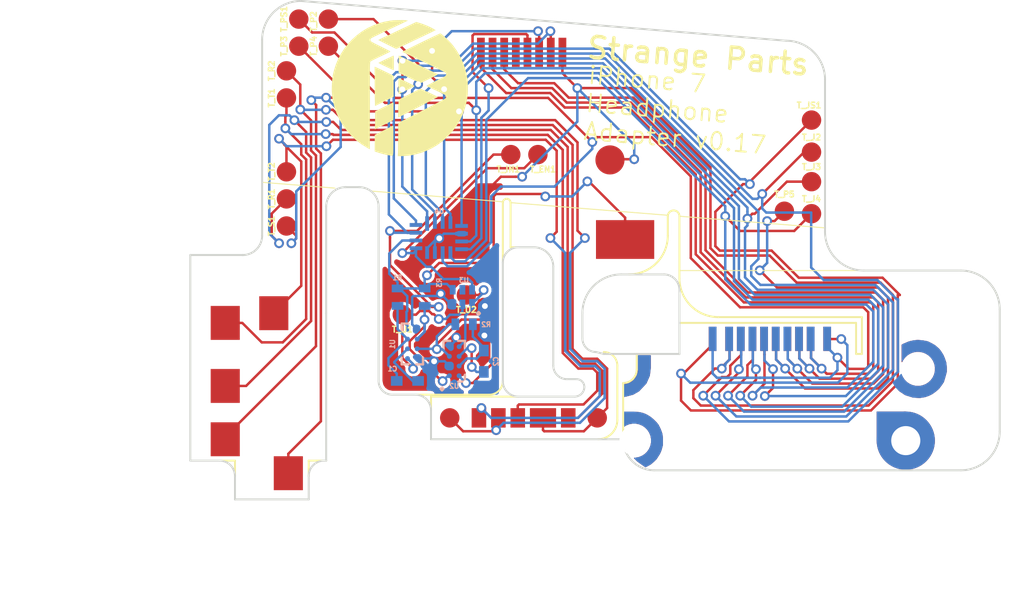
<source format=kicad_pcb>
(kicad_pcb (version 4) (host pcbnew 4.0.6)

  (general
    (links 77)
    (no_connects 0)
    (area 112.994999 60.749999 165.635707 92.201)
    (thickness 1)
    (drawings 101)
    (tracks 788)
    (zones 0)
    (modules 34)
    (nets 30)
  )

  (page A4)
  (title_block
    (title "iPhone 7 Headphone Adapter")
    (date 2017-06-13)
    (rev v0.17)
    (company "Strange Parts")
  )

  (layers
    (0 F.Cu signal)
    (31 B.Cu signal)
    (32 B.Adhes user)
    (33 F.Adhes user)
    (34 B.Paste user)
    (35 F.Paste user)
    (36 B.SilkS user)
    (37 F.SilkS user)
    (38 B.Mask user)
    (39 F.Mask user)
    (40 Dwgs.User user)
    (41 Cmts.User user)
    (42 Eco1.User user)
    (43 Eco2.User user)
    (44 Edge.Cuts user)
    (45 Margin user)
    (46 B.CrtYd user)
    (47 F.CrtYd user)
    (48 B.Fab user)
    (49 F.Fab user)
  )

  (setup
    (last_trace_width 0.127)
    (trace_clearance 0.126)
    (zone_clearance 0.01)
    (zone_45_only yes)
    (trace_min 0.127)
    (segment_width 0.1)
    (edge_width 0.1)
    (via_size 0.5)
    (via_drill 0.3)
    (via_min_size 0.5)
    (via_min_drill 0.3)
    (uvia_size 0.3)
    (uvia_drill 0.1)
    (uvias_allowed no)
    (uvia_min_size 0.2)
    (uvia_min_drill 0.1)
    (pcb_text_width 0.3)
    (pcb_text_size 0.25 0.25)
    (mod_edge_width 0.15)
    (mod_text_size 1 1)
    (mod_text_width 0.15)
    (pad_size 1 1.5)
    (pad_drill 1)
    (pad_to_mask_clearance 0)
    (aux_axis_origin 122.8 86.5)
    (grid_origin 122.8 86.5)
    (visible_elements FFFEDE7F)
    (pcbplotparams
      (layerselection 0x010f0_80000001)
      (usegerberextensions false)
      (excludeedgelayer true)
      (linewidth 0.100000)
      (plotframeref false)
      (viasonmask false)
      (mode 1)
      (useauxorigin false)
      (hpglpennumber 1)
      (hpglpenspeed 20)
      (hpglpendiameter 15)
      (hpglpenoverlay 2)
      (psnegative false)
      (psa4output false)
      (plotreference true)
      (plotvalue true)
      (plotinvisibletext false)
      (padsonsilk false)
      (subtractmaskfromsilk false)
      (outputformat 1)
      (mirror false)
      (drillshape 0)
      (scaleselection 1)
      (outputdirectory gerbers/))
  )

  (net 0 "")
  (net 1 "Net-(C1-Pad1)")
  (net 2 "Net-(C1-Pad2)")
  (net 3 "Net-(C2-Pad1)")
  (net 4 "Net-(C2-Pad2)")
  (net 5 GNDREF)
  (net 6 /JPIN2)
  (net 7 /JPIN3)
  (net 8 /JPIN4)
  (net 9 /PPIN5)
  (net 10 /PPIN6)
  (net 11 /PPIN7)
  (net 12 /PPIN8)
  (net 13 /PSHIELD)
  (net 14 /PPIN2)
  (net 15 /PPIN3)
  (net 16 /PPIN4)
  (net 17 "Net-(J5-Pad14)")
  (net 18 "Net-(J5-Pad11)")
  (net 19 /HPIN2)
  (net 20 /HPIN3)
  (net 21 /HPIN4)
  (net 22 "Net-(J5-Pad15)")
  (net 23 "Net-(J5-Pad13)")
  (net 24 "Net-(J5-Pad12)")
  (net 25 VCC)
  (net 26 /JSHIELD)
  (net 27 "Net-(T_EN1-Pad1)")
  (net 28 "Net-(T_U1-Pad1)")
  (net 29 "Net-(T_U2-Pad1)")

  (net_class Default "This is the default net class."
    (clearance 0.126)
    (trace_width 0.127)
    (via_dia 0.5)
    (via_drill 0.3)
    (uvia_dia 0.3)
    (uvia_drill 0.1)
    (add_net /HPIN2)
    (add_net /HPIN3)
    (add_net /HPIN4)
    (add_net /JPIN2)
    (add_net /JPIN3)
    (add_net /JPIN4)
    (add_net /JSHIELD)
    (add_net /PPIN2)
    (add_net /PPIN3)
    (add_net /PPIN4)
    (add_net /PPIN5)
    (add_net /PPIN6)
    (add_net /PPIN7)
    (add_net /PPIN8)
    (add_net /PSHIELD)
    (add_net GNDREF)
    (add_net "Net-(C1-Pad1)")
    (add_net "Net-(C1-Pad2)")
    (add_net "Net-(C2-Pad1)")
    (add_net "Net-(C2-Pad2)")
    (add_net "Net-(J5-Pad11)")
    (add_net "Net-(J5-Pad12)")
    (add_net "Net-(J5-Pad13)")
    (add_net "Net-(J5-Pad14)")
    (add_net "Net-(J5-Pad15)")
    (add_net "Net-(T_EN1-Pad1)")
    (add_net "Net-(T_U1-Pad1)")
    (add_net "Net-(T_U2-Pad1)")
    (add_net VCC)
  )

  (module iphone_5_headphone_jack:IPHONE_5_HEADPHONE_JACK (layer F.Cu) (tedit 5962F954) (tstamp 594504D0)
    (at 124.6 83.4 180)
    (path /592675DD)
    (fp_text reference J7 (at -2.55 3.45 180) (layer F.SilkS) hide
      (effects (font (size 1 1) (thickness 0.15)))
    )
    (fp_text value IPHONE_HEADPHONE_JACK (at -0.65 -7.8 180) (layer F.Fab)
      (effects (font (size 1 1) (thickness 0.15)))
    )
    (pad 1 smd rect (at 0 0 180) (size 1.5 1.75) (layers F.Cu F.Paste F.Mask)
      (net 24 "Net-(J5-Pad12)"))
    (pad 4 smd rect (at 0 2.75 180) (size 1.5 1.75) (layers F.Cu F.Paste F.Mask)
      (net 18 "Net-(J5-Pad11)"))
    (pad 2 smd rect (at 0 6 180) (size 1.5 1.75) (layers F.Cu F.Paste F.Mask)
      (net 23 "Net-(J5-Pad13)"))
    (pad 3 smd rect (at -2.5 6.5 180) (size 1.5 1.75) (layers F.Cu F.Paste F.Mask)
      (net 22 "Net-(J5-Pad15)"))
    (pad 5 smd rect (at -3.25 -1.75 180) (size 1.5 1.75) (layers F.Cu F.Paste F.Mask)
      (net 17 "Net-(J5-Pad14)"))
    (pad "" np_thru_hole circle (at -1.25 8.25 180) (size 1 1) (drill 1) (layers *.Mask F.Cu))
    (pad "" np_thru_hole oval (at -1.25 -2.125 180) (size 1 1.5) (drill oval 1 1.5) (layers *.Cu *.Mask))
  )

  (module lightning_jack:LIGHTNING_JACK_NO_LEFT_HOLES (layer F.Cu) (tedit 5962369C) (tstamp 5962589A)
    (at 152.66 81.97)
    (path /59253C87)
    (fp_text reference J1 (at 0 5.55) (layer F.SilkS) hide
      (effects (font (size 1 1) (thickness 0.15)))
    )
    (fp_text value LIGHTING_JACK (at 0 -5.45) (layer F.Fab)
      (effects (font (size 1 1) (thickness 0.15)))
    )
    (fp_circle (center -7 1.5) (end -5.5 1.5) (layer Dwgs.User) (width 0.01))
    (fp_circle (center -7.625 -2.25) (end -9.125 -2.25) (layer Dwgs.User) (width 0.01))
    (fp_circle (center -6.125 -1.25) (end -5.625 -1.25) (layer Dwgs.User) (width 0.01))
    (fp_circle (center 6.125 -1.25) (end 6.625 -1.25) (layer Dwgs.User) (width 0.01))
    (fp_circle (center 7.625 -2.2) (end 9.125 -2.15) (layer Dwgs.User) (width 0.01))
    (fp_circle (center -7 1.5) (end -6.25 1.5) (layer Dwgs.User) (width 0.01))
    (fp_circle (center -7.625 -2.25) (end -6.875 -2.25) (layer Dwgs.User) (width 0.01))
    (fp_line (start 9.4 -0.55) (end 5 -0.55) (layer F.CrtYd) (width 0.15))
    (fp_line (start 9.4 -3.85) (end 5 -3.85) (layer F.CrtYd) (width 0.15))
    (fp_line (start -9.5 -0.55) (end -5 -0.55) (layer F.CrtYd) (width 0.15))
    (fp_line (start -9.5 -3.85) (end -5 -3.85) (layer F.CrtYd) (width 0.15))
    (fp_line (start -5 0.05) (end -8.2 0.05) (layer F.CrtYd) (width 0.15))
    (fp_line (start -8.2 2.35) (end -5 2.35) (layer F.CrtYd) (width 0.15))
    (fp_line (start -8.2 0.05) (end -8.2 2.35) (layer F.CrtYd) (width 0.15))
    (fp_line (start 8.2 0.05) (end 8.2 2.35) (layer F.CrtYd) (width 0.15))
    (fp_line (start 8.2 2.35) (end 5 2.35) (layer F.CrtYd) (width 0.15))
    (fp_line (start 5 0.05) (end 8.2 0.05) (layer F.CrtYd) (width 0.15))
    (fp_line (start -9.5 -3.85) (end -9.5 -0.55) (layer F.CrtYd) (width 0.15))
    (fp_line (start 9.4 -3.85) (end 9.4 -0.55) (layer F.CrtYd) (width 0.15))
    (fp_line (start -4.93 -4.25) (end -3.53 -4.25) (layer F.CrtYd) (width 0.15))
    (fp_line (start 4.96 -4.25) (end 3.48 -4.25) (layer F.CrtYd) (width 0.15))
    (fp_line (start 4.96 4.24) (end 4.96 -4.25) (layer F.CrtYd) (width 0.15))
    (fp_line (start -4.92 4.25) (end 4.96 4.25) (layer F.CrtYd) (width 0.15))
    (fp_line (start -4.93 -4.25) (end -4.93 4.24) (layer F.CrtYd) (width 0.15))
    (pad "" smd rect (at 6.25 0.75) (size 1.5 1.5) (layers B.Cu B.Paste B.Mask))
    (pad "" smd rect (at 6.25 0.75) (size 1.5 1.5) (layers F.Cu F.Paste F.Mask))
    (pad 2 smd rect (at -2.1 -3.75) (size 0.4 1.25) (layers F.Cu F.Paste F.Mask)
      (net 5 GNDREF))
    (pad "" np_thru_hole circle (at 7 1.5) (size 3 3) (drill 1.5) (layers *.Cu *.Paste *.Mask))
    (pad "" np_thru_hole circle (at 7.625 -2.2) (size 1.5 1.5) (drill 1.5) (layers *.Cu *.Paste *.Mask))
    (pad 10 smd rect (at 2.95 -3.75) (size 0.4 1.25) (layers F.Cu F.Paste F.Mask)
      (net 26 /JSHIELD))
    (pad 1 smd rect (at -2.95 -3.75) (size 0.4 1.25) (layers F.Cu F.Paste F.Mask)
      (net 26 /JSHIELD))
    (pad 3 smd rect (at -1.5 -3.75) (size 0.4 1.25) (layers F.Cu F.Paste F.Mask)
      (net 6 /JPIN2))
    (pad 4 smd rect (at -0.9 -3.75) (size 0.4 1.25) (layers F.Cu F.Paste F.Mask)
      (net 7 /JPIN3))
    (pad 5 smd rect (at -0.3 -3.75) (size 0.4 1.25) (layers F.Cu F.Paste F.Mask)
      (net 8 /JPIN4))
    (pad 6 smd rect (at 0.3 -3.75) (size 0.4 1.25) (layers F.Cu F.Paste F.Mask)
      (net 9 /PPIN5))
    (pad 7 smd rect (at 0.9 -3.75) (size 0.4 1.25) (layers F.Cu F.Paste F.Mask)
      (net 10 /PPIN6))
    (pad 8 smd rect (at 1.5 -3.75) (size 0.4 1.25) (layers F.Cu F.Paste F.Mask)
      (net 11 /PPIN7))
    (pad 9 smd rect (at 2.1 -3.75) (size 0.4 1.25) (layers F.Cu F.Paste F.Mask)
      (net 12 /PPIN8))
  )

  (module micropak6:Micropak6 (layer B.Cu) (tedit 5961DC81) (tstamp 593E76D8)
    (at 137.541 75.565 180)
    (path /592E5116)
    (fp_text reference U3 (at 0.644 0.368 360) (layer B.SilkS)
      (effects (font (size 0.25 0.25) (thickness 0.0625)) (justify mirror))
    )
    (fp_text value NC7S32-micropak6 (at 0.7 0.3045 180) (layer B.Fab)
      (effects (font (size 0.127 0.127) (thickness 0.01)) (justify mirror))
    )
    (fp_text user . (at -0.109 -0.935 180) (layer B.SilkS)
      (effects (font (size 1 1) (thickness 0.15)) (justify mirror))
    )
    (fp_line (start 0.3 -0.9) (end 1.3 -0.9) (layer B.Fab) (width 0.05))
    (fp_line (start 0.15 -0.15) (end 0.15 -0.75) (layer B.Fab) (width 0.05))
    (fp_line (start 0.15 -0.75) (end 0.3 -0.9) (layer B.Fab) (width 0.05))
    (fp_line (start 1.3 -0.15) (end 1.3 -0.9) (layer B.Fab) (width 0.05))
    (fp_line (start 0.15 -0.15) (end 1.3 -0.15) (layer B.Fab) (width 0.05))
    (fp_line (start 0 -1) (end 0 0) (layer B.CrtYd) (width 0.05))
    (fp_line (start 1.45 -1) (end 0 -1) (layer B.CrtYd) (width 0.05))
    (fp_line (start 1.45 0) (end 1.45 -1) (layer B.CrtYd) (width 0.05))
    (fp_line (start 0 0) (end 1.45 0) (layer B.CrtYd) (width 0.05))
    (pad 4 smd rect (at 0.225 -0.125 180) (size 0.3 0.49) (layers B.Cu B.Paste B.Mask)
      (net 27 "Net-(T_EN1-Pad1)"))
    (pad 5 smd rect (at 0.725 -0.125 180) (size 0.3 0.49) (layers B.Cu B.Paste B.Mask))
    (pad 6 smd rect (at 1.225 -0.125 180) (size 0.3 0.49) (layers B.Cu B.Paste B.Mask)
      (net 25 VCC))
    (pad 2 smd rect (at 0.725 -0.875 180) (size 0.3 0.49) (layers B.Cu B.Paste B.Mask)
      (net 28 "Net-(T_U1-Pad1)"))
    (pad 3 smd rect (at 1.225 -0.875 180) (size 0.3 0.49) (layers B.Cu B.Paste B.Mask)
      (net 5 GNDREF))
    (pad 1 smd rect (at 0.225 -0.86 180) (size 0.3 0.52) (layers B.Cu B.Paste B.Mask)
      (net 29 "Net-(T_U2-Pad1)"))
  )

  (module wire_pads:WIRE_PAD_2x3mm (layer F.Cu) (tedit 593E28BA) (tstamp 593E28A9)
    (at 145.2 73.1)
    (path /593E2C88)
    (fp_text reference J2 (at 0 1.85) (layer F.SilkS) hide
      (effects (font (size 1 1) (thickness 0.15)))
    )
    (fp_text value CONN_01X01 (at 0.05 -1.9) (layer F.Fab) hide
      (effects (font (size 1 1) (thickness 0.15)))
    )
    (pad 1 smd rect (at 0 0) (size 3 2) (layers F.Cu F.Paste F.Mask)
      (net 25 VCC))
  )

  (module strange_parts_logo:strange_parts_logo-7mm (layer F.Cu) (tedit 0) (tstamp 59D12AC4)
    (at 133.595 65.291)
    (fp_text reference G*** (at 0 0) (layer F.SilkS) hide
      (effects (font (thickness 0.3)))
    )
    (fp_text value LOGO (at 0.75 0) (layer F.SilkS) hide
      (effects (font (thickness 0.3)))
    )
    (fp_poly (pts (xy 2.097467 -2.808977) (xy 2.132691 -2.785785) (xy 2.181083 -2.747747) (xy 2.239912 -2.697455)
      (xy 2.30645 -2.637505) (xy 2.377965 -2.57049) (xy 2.451729 -2.499004) (xy 2.525012 -2.425642)
      (xy 2.595084 -2.352997) (xy 2.659216 -2.283664) (xy 2.714678 -2.220236) (xy 2.751505 -2.174798)
      (xy 2.932595 -1.919064) (xy 3.090215 -1.651658) (xy 3.223664 -1.374285) (xy 3.332245 -1.08865)
      (xy 3.415258 -0.796459) (xy 3.472003 -0.499418) (xy 3.487138 -0.380103) (xy 3.494636 -0.285372)
      (xy 3.499276 -0.171063) (xy 3.501117 -0.044796) (xy 3.500222 0.085807) (xy 3.496651 0.213125)
      (xy 3.490467 0.329537) (xy 3.481729 0.427422) (xy 3.480565 0.437139) (xy 3.429599 0.739116)
      (xy 3.352914 1.033356) (xy 3.251411 1.31841) (xy 3.125995 1.592833) (xy 2.977569 1.855176)
      (xy 2.807034 2.103992) (xy 2.615295 2.337836) (xy 2.403254 2.555259) (xy 2.171814 2.754814)
      (xy 1.921879 2.935055) (xy 1.921756 2.935136) (xy 1.668268 3.086559) (xy 1.403428 3.215846)
      (xy 1.129993 3.322147) (xy 0.850721 3.404613) (xy 0.56837 3.462392) (xy 0.285697 3.494635)
      (xy 0.083785 3.501562) (xy -0.099967 3.501562) (xy -0.091073 3.327168) (xy -0.089269 3.277833)
      (xy -0.087581 3.204717) (xy -0.086047 3.111398) (xy -0.084705 3.00145) (xy -0.083592 2.878449)
      (xy -0.082747 2.745971) (xy -0.082209 2.607592) (xy -0.082015 2.475714) (xy -0.081852 1.798654)
      (xy 1.118283 1.185325) (xy 1.33688 1.073395) (xy 1.535784 0.971102) (xy 1.71447 0.878725)
      (xy 1.87241 0.796541) (xy 2.009078 0.724829) (xy 2.123948 0.663865) (xy 2.216493 0.613929)
      (xy 2.286187 0.575297) (xy 2.332503 0.548248) (xy 2.354915 0.533059) (xy 2.356031 0.531986)
      (xy 2.387371 0.483382) (xy 2.39144 0.434077) (xy 2.368237 0.385312) (xy 2.356031 0.371051)
      (xy 2.330866 0.352445) (xy 2.281029 0.323769) (xy 2.206391 0.284957) (xy 2.106821 0.235943)
      (xy 1.982189 0.176662) (xy 1.853366 0.116728) (xy 1.748 0.067949) (xy 1.650365 0.022448)
      (xy 1.563276 -0.01844) (xy 1.48955 -0.05338) (xy 1.432002 -0.081038) (xy 1.393448 -0.100077)
      (xy 1.376703 -0.109163) (xy 1.376373 -0.109436) (xy 1.385551 -0.1178) (xy 1.416868 -0.136738)
      (xy 1.467829 -0.164934) (xy 1.535938 -0.201067) (xy 1.618699 -0.24382) (xy 1.713616 -0.291874)
      (xy 1.818193 -0.343912) (xy 1.848765 -0.358966) (xy 1.98851 -0.428104) (xy 2.104443 -0.486526)
      (xy 2.197662 -0.534823) (xy 2.269266 -0.573586) (xy 2.320353 -0.603404) (xy 2.352022 -0.624867)
      (xy 2.363372 -0.635423) (xy 2.389725 -0.686993) (xy 2.390502 -0.738701) (xy 2.365928 -0.785609)
      (xy 2.356031 -0.79584) (xy 2.338241 -0.806833) (xy 2.297545 -0.828562) (xy 2.235796 -0.860123)
      (xy 2.154844 -0.90061) (xy 2.056539 -0.949118) (xy 1.942733 -1.004742) (xy 1.815276 -1.066577)
      (xy 1.676018 -1.133718) (xy 1.526811 -1.20526) (xy 1.369505 -1.280297) (xy 1.231303 -1.345917)
      (xy 1.069413 -1.422682) (xy 0.914586 -1.496214) (xy 0.76861 -1.565657) (xy 0.633272 -1.630157)
      (xy 0.51036 -1.688856) (xy 0.401662 -1.740899) (xy 0.308967 -1.78543) (xy 0.234061 -1.821593)
      (xy 0.178734 -1.848533) (xy 0.144772 -1.865393) (xy 0.133975 -1.871216) (xy 0.144907 -1.877974)
      (xy 0.178252 -1.895466) (xy 0.231756 -1.922598) (xy 0.303166 -1.958277) (xy 0.390228 -2.00141)
      (xy 0.490689 -2.050902) (xy 0.602295 -2.105659) (xy 0.722792 -2.164588) (xy 0.849927 -2.226596)
      (xy 0.981446 -2.290588) (xy 1.115095 -2.355471) (xy 1.248621 -2.420152) (xy 1.379771 -2.483535)
      (xy 1.506289 -2.544529) (xy 1.625924 -2.602039) (xy 1.736421 -2.654971) (xy 1.835526 -2.702232)
      (xy 1.920987 -2.742727) (xy 1.990548 -2.775364) (xy 2.041958 -2.799049) (xy 2.072961 -2.812688)
      (xy 2.078138 -2.814727) (xy 2.097467 -2.808977)) (layer F.SilkS) (width 0.01))
    (fp_poly (pts (xy -0.34873 1.955437) (xy -0.347037 1.992874) (xy -0.345596 2.051504) (xy -0.344407 2.128246)
      (xy -0.343468 2.220018) (xy -0.34278 2.323739) (xy -0.342343 2.436329) (xy -0.342155 2.554706)
      (xy -0.342217 2.675788) (xy -0.342528 2.796496) (xy -0.343087 2.913747) (xy -0.343896 3.024462)
      (xy -0.344952 3.125557) (xy -0.346257 3.213954) (xy -0.347809 3.28657) (xy -0.349608 3.340324)
      (xy -0.350836 3.362681) (xy -0.354249 3.416342) (xy -0.358532 3.452808) (xy -0.368187 3.474574)
      (xy -0.387712 3.484133) (xy -0.421611 3.483979) (xy -0.474383 3.476607) (xy -0.538072 3.466429)
      (xy -0.704548 3.435119) (xy -0.884009 3.391592) (xy -1.066388 3.338361) (xy -1.117728 3.321687)
      (xy -1.28573 3.26582) (xy -1.285544 2.839991) (xy -1.285359 2.414163) (xy -0.822379 2.178218)
      (xy -0.71847 2.125377) (xy -0.622246 2.076661) (xy -0.536415 2.033426) (xy -0.46369 1.997028)
      (xy -0.406779 1.968822) (xy -0.368395 1.950165) (xy -0.351247 1.942411) (xy -0.350675 1.942273)
      (xy -0.34873 1.955437)) (layer F.SilkS) (width 0.01))
    (fp_poly (pts (xy 0.119616 -3.500104) (xy 0.208179 -3.498348) (xy 0.281522 -3.495096) (xy 0.334166 -3.490298)
      (xy 0.34195 -3.489112) (xy 0.4035 -3.478689) (xy 0.27356 -3.416509) (xy 0.238246 -3.399685)
      (xy 0.180726 -3.372375) (xy 0.103526 -3.335777) (xy 0.009177 -3.291086) (xy -0.099794 -3.2395)
      (xy -0.220858 -3.182216) (xy -0.351487 -3.12043) (xy -0.489152 -3.05534) (xy -0.631324 -2.988143)
      (xy -0.656543 -2.976226) (xy -0.795914 -2.910115) (xy -0.928544 -2.846714) (xy -1.052259 -2.787092)
      (xy -1.164885 -2.732321) (xy -1.264248 -2.683471) (xy -1.348173 -2.641613) (xy -1.414487 -2.607818)
      (xy -1.461016 -2.583157) (xy -1.485586 -2.5687) (xy -1.48833 -2.566532) (xy -1.51495 -2.522108)
      (xy -1.519461 -2.469557) (xy -1.501236 -2.417687) (xy -1.499143 -2.414387) (xy -1.484565 -2.400578)
      (xy -1.453929 -2.380082) (xy -1.405811 -2.352134) (xy -1.338786 -2.315969) (xy -1.251429 -2.270822)
      (xy -1.142315 -2.215927) (xy -1.01002 -2.15052) (xy -0.983825 -2.137664) (xy -0.876657 -2.084752)
      (xy -0.777749 -2.035203) (xy -0.689677 -1.990363) (xy -0.615018 -1.951577) (xy -0.55635 -1.920189)
      (xy -0.51625 -1.897544) (xy -0.497294 -1.884986) (xy -0.496135 -1.883216) (xy -0.509067 -1.874682)
      (xy -0.54413 -1.855863) (xy -0.598679 -1.828067) (xy -0.670068 -1.792605) (xy -0.75565 -1.750787)
      (xy -0.852781 -1.703922) (xy -0.958814 -1.65332) (xy -0.998927 -1.634312) (xy -1.148509 -1.562989)
      (xy -1.273106 -1.50233) (xy -1.372684 -1.452352) (xy -1.447211 -1.413072) (xy -1.496654 -1.384506)
      (xy -1.520981 -1.366672) (xy -1.522406 -1.364998) (xy -1.525654 -1.359859) (xy -1.528608 -1.352714)
      (xy -1.53128 -1.342313) (xy -1.533684 -1.327404) (xy -1.535833 -1.306737) (xy -1.53774 -1.279061)
      (xy -1.539417 -1.243124) (xy -1.540879 -1.197676) (xy -1.542137 -1.141466) (xy -1.543206 -1.073242)
      (xy -1.544097 -0.991754) (xy -1.544825 -0.895751) (xy -1.545402 -0.783983) (xy -1.545841 -0.655197)
      (xy -1.546155 -0.508143) (xy -1.546357 -0.34157) (xy -1.546461 -0.154227) (xy -1.546479 0.055136)
      (xy -1.546425 0.287771) (xy -1.546311 0.544929) (xy -1.546151 0.827861) (xy -1.546102 0.907265)
      (xy -1.545975 1.152485) (xy -1.545902 1.390194) (xy -1.54588 1.618961) (xy -1.545907 1.837356)
      (xy -1.545982 2.043945) (xy -1.546103 2.237299) (xy -1.546268 2.415985) (xy -1.546475 2.578573)
      (xy -1.546723 2.72363) (xy -1.547009 2.849726) (xy -1.547333 2.955429) (xy -1.547692 3.039307)
      (xy -1.548084 3.09993) (xy -1.548508 3.135866) (xy -1.548898 3.145934) (xy -1.56174 3.139679)
      (xy -1.59375 3.122608) (xy -1.640226 3.097266) (xy -1.696464 3.066197) (xy -1.701514 3.06339)
      (xy -1.964408 2.901832) (xy -2.210113 2.719639) (xy -2.437652 2.518148) (xy -2.646049 2.298696)
      (xy -2.834327 2.06262) (xy -3.001511 1.811257) (xy -3.146625 1.545944) (xy -3.268691 1.268018)
      (xy -3.366734 0.978816) (xy -3.438937 0.683899) (xy -3.462255 0.55721) (xy -3.479507 0.438335)
      (xy -3.491207 0.320361) (xy -3.497873 0.196375) (xy -3.500019 0.059466) (xy -3.498163 -0.097278)
      (xy -3.49795 -0.106816) (xy -3.492546 -0.264753) (xy -3.483389 -0.40305) (xy -3.46943 -0.529288)
      (xy -3.44962 -0.651051) (xy -3.42291 -0.775919) (xy -3.388252 -0.911475) (xy -3.384991 -0.923421)
      (xy -3.290557 -1.216852) (xy -3.171545 -1.499194) (xy -3.028941 -1.769101) (xy -2.86373 -2.025221)
      (xy -2.676898 -2.266207) (xy -2.469431 -2.49071) (xy -2.242314 -2.697381) (xy -1.996534 -2.88487)
      (xy -1.908077 -2.94454) (xy -1.645246 -3.099965) (xy -1.370339 -3.230942) (xy -1.084025 -3.337228)
      (xy -0.786972 -3.418582) (xy -0.479846 -3.474761) (xy -0.424537 -3.482057) (xy -0.35972 -3.488216)
      (xy -0.277247 -3.493181) (xy -0.182598 -3.496903) (xy -0.081251 -3.499331) (xy 0.021313 -3.500415)
      (xy 0.119616 -3.500104)) (layer F.SilkS) (width 0.01))
    (fp_poly (pts (xy -0.332167 0.75164) (xy -0.331417 0.788149) (xy -0.331174 0.844268) (xy -0.331384 0.916127)
      (xy -0.331992 0.999857) (xy -0.332943 1.091588) (xy -0.334182 1.187451) (xy -0.335653 1.283576)
      (xy -0.337302 1.376093) (xy -0.339073 1.461134) (xy -0.340912 1.534828) (xy -0.342763 1.593306)
      (xy -0.344571 1.632698) (xy -0.346281 1.649135) (xy -0.346448 1.649369) (xy -0.371645 1.662727)
      (xy -0.416176 1.685738) (xy -0.476796 1.716764) (xy -0.550256 1.754167) (xy -0.633311 1.796311)
      (xy -0.722712 1.841558) (xy -0.815212 1.888271) (xy -0.907565 1.934813) (xy -0.996524 1.979546)
      (xy -1.078841 2.020833) (xy -1.151269 2.057036) (xy -1.210561 2.086519) (xy -1.25347 2.107644)
      (xy -1.276748 2.118774) (xy -1.279978 2.120086) (xy -1.283378 2.107464) (xy -1.284322 2.07361)
      (xy -1.282763 2.024541) (xy -1.280939 1.994883) (xy -1.278373 1.944511) (xy -1.276097 1.872611)
      (xy -1.274225 1.785009) (xy -1.272869 1.687532) (xy -1.272143 1.586007) (xy -1.272052 1.537074)
      (xy -1.272052 1.204467) (xy -0.807405 0.971539) (xy -0.70311 0.919374) (xy -0.606502 0.871281)
      (xy -0.520304 0.8286) (xy -0.447239 0.792667) (xy -0.39003 0.764822) (xy -0.351401 0.746403)
      (xy -0.334074 0.738748) (xy -0.333481 0.738611) (xy -0.332167 0.75164)) (layer F.SilkS) (width 0.01))
    (fp_poly (pts (xy 1.08025 0.047336) (xy 1.119719 0.063206) (xy 1.176261 0.087584) (xy 1.246454 0.118859)
      (xy 1.326875 0.155422) (xy 1.414101 0.195662) (xy 1.504709 0.237971) (xy 1.595276 0.280738)
      (xy 1.68238 0.322354) (xy 1.762598 0.361209) (xy 1.832507 0.395693) (xy 1.888685 0.424197)
      (xy 1.927708 0.44511) (xy 1.946154 0.456824) (xy 1.947163 0.458212) (xy 1.935498 0.465872)
      (xy 1.90166 0.484861) (xy 1.847832 0.514048) (xy 1.776194 0.552304) (xy 1.68893 0.598498)
      (xy 1.58822 0.651502) (xy 1.476247 0.710185) (xy 1.355192 0.773417) (xy 1.227238 0.840069)
      (xy 1.094566 0.909011) (xy 0.959358 0.979113) (xy 0.823796 1.049246) (xy 0.690062 1.118279)
      (xy 0.560337 1.185082) (xy 0.436804 1.248526) (xy 0.321645 1.307481) (xy 0.217041 1.360818)
      (xy 0.125174 1.407406) (xy 0.048226 1.446115) (xy -0.011622 1.475817) (xy -0.052186 1.49538)
      (xy -0.071286 1.503675) (xy -0.072217 1.503882) (xy -0.074515 1.490913) (xy -0.076108 1.453789)
      (xy -0.076984 1.3957) (xy -0.077132 1.31984) (xy -0.07654 1.229399) (xy -0.075194 1.12757)
      (xy -0.073907 1.056624) (xy -0.071496 0.948566) (xy -0.068809 0.849363) (xy -0.065974 0.762299)
      (xy -0.063115 0.690654) (xy -0.060359 0.637712) (xy -0.057832 0.606755) (xy -0.056402 0.600005)
      (xy -0.040466 0.58998) (xy -0.003204 0.569572) (xy 0.052354 0.540298) (xy 0.123179 0.503669)
      (xy 0.20624 0.461201) (xy 0.298507 0.414407) (xy 0.39695 0.364801) (xy 0.498538 0.313897)
      (xy 0.600242 0.263209) (xy 0.699032 0.214251) (xy 0.791877 0.168537) (xy 0.875747 0.12758)
      (xy 0.947612 0.092896) (xy 1.004441 0.065997) (xy 1.043206 0.048398) (xy 1.060875 0.041612)
      (xy 1.061277 0.041582) (xy 1.08025 0.047336)) (layer F.SilkS) (width 0.01))
    (fp_poly (pts (xy -1.277289 -1.088375) (xy -1.242591 -1.073192) (xy -1.188614 -1.048572) (xy -1.118028 -1.015762)
      (xy -1.033505 -0.976003) (xy -0.937715 -0.93054) (xy -0.83333 -0.880616) (xy -0.807218 -0.868072)
      (xy -0.328271 -0.637782) (xy -0.328903 0.444534) (xy -0.797058 0.68094) (xy -0.901655 0.733635)
      (xy -0.998567 0.782219) (xy -1.085091 0.825357) (xy -1.158524 0.861711) (xy -1.216164 0.889944)
      (xy -1.255307 0.908718) (xy -1.273251 0.916698) (xy -1.274028 0.916885) (xy -1.275534 0.903487)
      (xy -1.277107 0.864875) (xy -1.278717 0.803189) (xy -1.280332 0.720569) (xy -1.281923 0.619158)
      (xy -1.283457 0.501095) (xy -1.284906 0.368522) (xy -1.286237 0.22358) (xy -1.287421 0.068409)
      (xy -1.288375 -0.085487) (xy -1.289224 -0.248502) (xy -1.289929 -0.403425) (xy -1.290488 -0.548101)
      (xy -1.290896 -0.680375) (xy -1.291151 -0.798092) (xy -1.291249 -0.899096) (xy -1.291186 -0.981232)
      (xy -1.290959 -1.042346) (xy -1.290563 -1.080282) (xy -1.290037 -1.09288) (xy -1.277289 -1.088375)) (layer F.SilkS) (width 0.01))
    (fp_poly (pts (xy -0.045927 -0.500344) (xy -0.009983 -0.484263) (xy 0.043076 -0.459558) (xy 0.109739 -0.427941)
      (xy 0.186494 -0.391127) (xy 0.269831 -0.35083) (xy 0.356239 -0.308764) (xy 0.442208 -0.266644)
      (xy 0.524226 -0.226183) (xy 0.598782 -0.189095) (xy 0.662367 -0.157095) (xy 0.711469 -0.131897)
      (xy 0.742577 -0.115215) (xy 0.752289 -0.108885) (xy 0.740608 -0.100646) (xy 0.707896 -0.082064)
      (xy 0.657644 -0.054917) (xy 0.593346 -0.020983) (xy 0.518495 0.017963) (xy 0.436584 0.060142)
      (xy 0.351106 0.103778) (xy 0.265553 0.147094) (xy 0.183419 0.188313) (xy 0.108197 0.225658)
      (xy 0.043379 0.257352) (xy -0.00754 0.281618) (xy -0.04107 0.296678) (xy -0.053245 0.300916)
      (xy -0.058037 0.291143) (xy -0.061854 0.260918) (xy -0.064747 0.208885) (xy -0.066766 0.133685)
      (xy -0.067963 0.033959) (xy -0.068388 -0.091648) (xy -0.06839 -0.102585) (xy -0.068158 -0.204482)
      (xy -0.067501 -0.296929) (xy -0.066479 -0.376554) (xy -0.065152 -0.439985) (xy -0.06358 -0.483852)
      (xy -0.061821 -0.504781) (xy -0.061247 -0.506085) (xy -0.045927 -0.500344)) (layer F.SilkS) (width 0.01))
    (fp_poly (pts (xy -0.036287 -1.660214) (xy -0.00107 -1.644546) (xy 0.054304 -1.619134) (xy 0.127596 -1.585049)
      (xy 0.216564 -1.543359) (xy 0.318967 -1.495136) (xy 0.432564 -1.441448) (xy 0.555114 -1.383367)
      (xy 0.684376 -1.32196) (xy 0.81811 -1.258299) (xy 0.954073 -1.193453) (xy 1.090026 -1.128491)
      (xy 1.223727 -1.064485) (xy 1.352935 -1.002503) (xy 1.475409 -0.943616) (xy 1.588908 -0.888892)
      (xy 1.691192 -0.839403) (xy 1.780018 -0.796218) (xy 1.853147 -0.760407) (xy 1.908336 -0.733039)
      (xy 1.943346 -0.715185) (xy 1.955935 -0.707914) (xy 1.955943 -0.707877) (xy 1.944204 -0.699579)
      (xy 1.911204 -0.680973) (xy 1.860276 -0.653729) (xy 1.794753 -0.61952) (xy 1.717966 -0.580017)
      (xy 1.633248 -0.53689) (xy 1.543932 -0.491813) (xy 1.45335 -0.446456) (xy 1.364835 -0.402492)
      (xy 1.281718 -0.36159) (xy 1.207333 -0.325424) (xy 1.145012 -0.295665) (xy 1.098088 -0.273983)
      (xy 1.069892 -0.262052) (xy 1.063546 -0.260251) (xy 1.048015 -0.266098) (xy 1.010429 -0.282683)
      (xy 0.953344 -0.308809) (xy 0.879321 -0.34328) (xy 0.790917 -0.384897) (xy 0.690691 -0.432465)
      (xy 0.581202 -0.484786) (xy 0.492407 -0.527455) (xy -0.061551 -0.79429) (xy -0.056858 -1.228082)
      (xy -0.055619 -1.334066) (xy -0.054312 -1.43088) (xy -0.052993 -1.51524) (xy -0.051722 -1.583862)
      (xy -0.050557 -1.633463) (xy -0.049555 -1.66076) (xy -0.049104 -1.665068) (xy -0.036287 -1.660214)) (layer F.SilkS) (width 0.01))
    (fp_poly (pts (xy -0.323608 -1.654576) (xy -0.320266 -1.617266) (xy -0.317634 -1.556399) (xy -0.315778 -1.473871)
      (xy -0.314767 -1.371579) (xy -0.314593 -1.300547) (xy -0.314868 -1.185073) (xy -0.315768 -1.094527)
      (xy -0.317403 -1.026489) (xy -0.319887 -0.978537) (xy -0.323332 -0.948248) (xy -0.327848 -0.933201)
      (xy -0.331691 -0.93044) (xy -0.347894 -0.936268) (xy -0.385519 -0.952598) (xy -0.441389 -0.977964)
      (xy -0.512327 -1.010901) (xy -0.595156 -1.04994) (xy -0.6867 -1.093618) (xy -0.721513 -1.110356)
      (xy -0.814601 -1.155469) (xy -0.899194 -1.19697) (xy -0.972283 -1.233344) (xy -1.03086 -1.263074)
      (xy -1.071917 -1.284644) (xy -1.092445 -1.296537) (xy -1.094238 -1.298213) (xy -1.082468 -1.305246)
      (xy -1.049576 -1.322197) (xy -0.999183 -1.347327) (xy -0.934915 -1.378895) (xy -0.860394 -1.41516)
      (xy -0.779244 -1.454383) (xy -0.695089 -1.494822) (xy -0.611553 -1.534738) (xy -0.532259 -1.57239)
      (xy -0.46083 -1.606038) (xy -0.400891 -1.63394) (xy -0.356064 -1.654357) (xy -0.329974 -1.665549)
      (xy -0.327593 -1.666433) (xy -0.323608 -1.654576)) (layer F.SilkS) (width 0.01))
    (fp_poly (pts (xy 1.001946 -3.357495) (xy 1.15483 -3.307415) (xy 1.314279 -3.246799) (xy 1.472423 -3.179071)
      (xy 1.621387 -3.107653) (xy 1.753301 -3.035969) (xy 1.784976 -3.017011) (xy 1.839688 -2.983485)
      (xy 1.723425 -2.929248) (xy 1.691728 -2.914308) (xy 1.637662 -2.888644) (xy 1.563528 -2.853354)
      (xy 1.471625 -2.809537) (xy 1.364254 -2.75829) (xy 1.243717 -2.700713) (xy 1.112312 -2.637902)
      (xy 0.972341 -2.570958) (xy 0.826103 -2.500977) (xy 0.718949 -2.449675) (xy 0.572964 -2.379879)
      (xy 0.434059 -2.313684) (xy 0.304221 -2.252023) (xy 0.185437 -2.195829) (xy 0.079694 -2.146037)
      (xy -0.011022 -2.103578) (xy -0.084724 -2.069388) (xy -0.139425 -2.044398) (xy -0.173138 -2.029543)
      (xy -0.183797 -2.02558) (xy -0.198956 -2.031789) (xy -0.235745 -2.048923) (xy -0.291356 -2.075614)
      (xy -0.362981 -2.110493) (xy -0.44781 -2.152194) (xy -0.543036 -2.199347) (xy -0.645849 -2.250586)
      (xy -0.649703 -2.252513) (xy -1.101076 -2.478205) (xy -1.060043 -2.499838) (xy -1.041268 -2.509067)
      (xy -0.999771 -2.529008) (xy -0.937572 -2.558703) (xy -0.856692 -2.597194) (xy -0.759149 -2.64352)
      (xy -0.646964 -2.696725) (xy -0.522157 -2.755849) (xy -0.386747 -2.819934) (xy -0.242754 -2.888021)
      (xy -0.092199 -2.959152) (xy -0.085453 -2.962338) (xy 0.848104 -3.403206) (xy 1.001946 -3.357495)) (layer F.SilkS) (width 0.01))
  )

  (module Capacitors_SMD:C_0402_NoSilk (layer B.Cu) (tedit 5961DCC2) (tstamp 59E1547B)
    (at 133.985 80.391)
    (descr "Capacitor SMD 0402, reflow soldering, AVX (see smccp.pdf)")
    (tags "capacitor 0402")
    (path /5925CCF6)
    (attr smd)
    (fp_text reference C1 (at -0.771 -0.622) (layer B.SilkS)
      (effects (font (size 0.25 0.25) (thickness 0.0625)) (justify mirror))
    )
    (fp_text value 1uF (at -0.009 -0.368) (layer B.Fab)
      (effects (font (size 0.127 0.127) (thickness 0.01)) (justify mirror))
    )
    (fp_text user %R (at 0.753 0.394) (layer B.Fab)
      (effects (font (size 0.25 0.25) (thickness 0.0625)) (justify mirror))
    )
    (fp_line (start -0.5 -0.25) (end -0.5 0.25) (layer B.Fab) (width 0.1))
    (fp_line (start 0.5 -0.25) (end -0.5 -0.25) (layer B.Fab) (width 0.1))
    (fp_line (start 0.5 0.25) (end 0.5 -0.25) (layer B.Fab) (width 0.1))
    (fp_line (start -0.5 0.25) (end 0.5 0.25) (layer B.Fab) (width 0.1))
    (fp_line (start -1 0.4) (end 1 0.4) (layer B.CrtYd) (width 0.05))
    (fp_line (start -1 0.4) (end -1 -0.4) (layer B.CrtYd) (width 0.05))
    (fp_line (start 1 -0.4) (end 1 0.4) (layer B.CrtYd) (width 0.05))
    (fp_line (start 1 -0.4) (end -1 -0.4) (layer B.CrtYd) (width 0.05))
    (pad 1 smd rect (at -0.55 0) (size 0.6 0.5) (layers B.Cu B.Paste B.Mask)
      (net 1 "Net-(C1-Pad1)"))
    (pad 2 smd rect (at 0.55 0) (size 0.6 0.5) (layers B.Cu B.Paste B.Mask)
      (net 2 "Net-(C1-Pad2)"))
    (model Capacitors_SMD.3dshapes/C_0402.wrl
      (at (xyz 0 0 0))
      (scale (xyz 1 1 1))
      (rotate (xyz 0 0 0))
    )
  )

  (module Capacitors_SMD:C_0402_NoSilk (layer B.Cu) (tedit 5961DCAF) (tstamp 59E15489)
    (at 137.922 79.375 270)
    (descr "Capacitor SMD 0402, reflow soldering, AVX (see smccp.pdf)")
    (tags "capacitor 0402")
    (path /59264849)
    (attr smd)
    (fp_text reference C2 (at 0.013 -0.626 270) (layer B.SilkS)
      (effects (font (size 0.25 0.25) (thickness 0.0625)) (justify mirror))
    )
    (fp_text value 1uF (at 0.013 0.4535 270) (layer B.Fab)
      (effects (font (size 0.127 0.127) (thickness 0.01)) (justify mirror))
    )
    (fp_text user %R (at 0.013 -0.499 270) (layer B.Fab)
      (effects (font (size 0.25 0.25) (thickness 0.0625)) (justify mirror))
    )
    (fp_line (start -0.5 -0.25) (end -0.5 0.25) (layer B.Fab) (width 0.1))
    (fp_line (start 0.5 -0.25) (end -0.5 -0.25) (layer B.Fab) (width 0.1))
    (fp_line (start 0.5 0.25) (end 0.5 -0.25) (layer B.Fab) (width 0.1))
    (fp_line (start -0.5 0.25) (end 0.5 0.25) (layer B.Fab) (width 0.1))
    (fp_line (start -1 0.4) (end 1 0.4) (layer B.CrtYd) (width 0.05))
    (fp_line (start -1 0.4) (end -1 -0.4) (layer B.CrtYd) (width 0.05))
    (fp_line (start 1 -0.4) (end 1 0.4) (layer B.CrtYd) (width 0.05))
    (fp_line (start 1 -0.4) (end -1 -0.4) (layer B.CrtYd) (width 0.05))
    (pad 1 smd rect (at -0.55 0 270) (size 0.6 0.5) (layers B.Cu B.Paste B.Mask)
      (net 3 "Net-(C2-Pad1)"))
    (pad 2 smd rect (at 0.55 0 270) (size 0.6 0.5) (layers B.Cu B.Paste B.Mask)
      (net 4 "Net-(C2-Pad2)"))
    (model Capacitors_SMD.3dshapes/C_0402.wrl
      (at (xyz 0 0 0))
      (scale (xyz 1 1 1))
      (rotate (xyz 0 0 0))
    )
  )

  (module Resistors_SMD:R_0402_NoSilk (layer B.Cu) (tedit 5961DC71) (tstamp 59E15497)
    (at 133.477 76.073 270)
    (descr "Resistor SMD 0402, reflow soldering, Vishay (see dcrcw.pdf)")
    (tags "resistor 0402")
    (path /5925CB48)
    (attr smd)
    (fp_text reference R1 (at -1.003 0.009 360) (layer B.SilkS)
      (effects (font (size 0.25 0.25) (thickness 0.0625)) (justify mirror))
    )
    (fp_text value 100K (at 0 -0.4355 270) (layer B.Fab)
      (effects (font (size 0.127 0.127) (thickness 0.01)) (justify mirror))
    )
    (fp_text user %R (at 0 0.517 270) (layer B.Fab)
      (effects (font (size 0.25 0.25) (thickness 0.05)) (justify mirror))
    )
    (fp_line (start -0.5 -0.25) (end -0.5 0.25) (layer B.Fab) (width 0.1))
    (fp_line (start 0.5 -0.25) (end -0.5 -0.25) (layer B.Fab) (width 0.1))
    (fp_line (start 0.5 0.25) (end 0.5 -0.25) (layer B.Fab) (width 0.1))
    (fp_line (start -0.5 0.25) (end 0.5 0.25) (layer B.Fab) (width 0.1))
    (fp_line (start -0.8 0.45) (end 0.8 0.45) (layer B.CrtYd) (width 0.05))
    (fp_line (start -0.8 0.45) (end -0.8 -0.45) (layer B.CrtYd) (width 0.05))
    (fp_line (start 0.8 -0.45) (end 0.8 0.45) (layer B.CrtYd) (width 0.05))
    (fp_line (start 0.8 -0.45) (end -0.8 -0.45) (layer B.CrtYd) (width 0.05))
    (pad 1 smd rect (at -0.45 0 270) (size 0.4 0.6) (layers B.Cu B.Paste B.Mask)
      (net 25 VCC))
    (pad 2 smd rect (at 0.45 0 270) (size 0.4 0.6) (layers B.Cu B.Paste B.Mask)
      (net 1 "Net-(C1-Pad1)"))
    (model Resistors_SMD.3dshapes/R_0402.wrl
      (at (xyz 0 0 0))
      (scale (xyz 1 1 1))
      (rotate (xyz 0 0 0))
    )
  )

  (module Resistors_SMD:R_0402_NoSilk (layer B.Cu) (tedit 5961DC69) (tstamp 59E154A5)
    (at 136.906 77.47)
    (descr "Resistor SMD 0402, reflow soldering, Vishay (see dcrcw.pdf)")
    (tags "resistor 0402")
    (path /59264843)
    (attr smd)
    (fp_text reference R2 (at 1.134 0.013) (layer B.SilkS)
      (effects (font (size 0.25 0.25) (thickness 0.0625)) (justify mirror))
    )
    (fp_text value 100K (at 0 -0.4315) (layer B.Fab)
      (effects (font (size 0.127 0.127) (thickness 0.01)) (justify mirror))
    )
    (fp_text user %R (at -0.009 0.521) (layer B.Fab)
      (effects (font (size 0.25 0.25) (thickness 0.05)) (justify mirror))
    )
    (fp_line (start -0.5 -0.25) (end -0.5 0.25) (layer B.Fab) (width 0.1))
    (fp_line (start 0.5 -0.25) (end -0.5 -0.25) (layer B.Fab) (width 0.1))
    (fp_line (start 0.5 0.25) (end 0.5 -0.25) (layer B.Fab) (width 0.1))
    (fp_line (start -0.5 0.25) (end 0.5 0.25) (layer B.Fab) (width 0.1))
    (fp_line (start -0.8 0.45) (end 0.8 0.45) (layer B.CrtYd) (width 0.05))
    (fp_line (start -0.8 0.45) (end -0.8 -0.45) (layer B.CrtYd) (width 0.05))
    (fp_line (start 0.8 -0.45) (end 0.8 0.45) (layer B.CrtYd) (width 0.05))
    (fp_line (start 0.8 -0.45) (end -0.8 -0.45) (layer B.CrtYd) (width 0.05))
    (pad 1 smd rect (at -0.45 0) (size 0.4 0.6) (layers B.Cu B.Paste B.Mask)
      (net 25 VCC))
    (pad 2 smd rect (at 0.45 0) (size 0.4 0.6) (layers B.Cu B.Paste B.Mask)
      (net 3 "Net-(C2-Pad1)"))
    (model Resistors_SMD.3dshapes/R_0402.wrl
      (at (xyz 0 0 0))
      (scale (xyz 1 1 1))
      (rotate (xyz 0 0 0))
    )
  )

  (module Resistors_SMD:R_0402_NoSilk (layer B.Cu) (tedit 5961DC79) (tstamp 59E154B3)
    (at 134.874 76.073 270)
    (descr "Resistor SMD 0402, reflow soldering, Vishay (see dcrcw.pdf)")
    (tags "resistor 0402")
    (path /5925BA4D)
    (attr smd)
    (fp_text reference R3 (at -0.749 -0.753 270) (layer B.SilkS)
      (effects (font (size 0.25 0.25) (thickness 0.0625)) (justify mirror))
    )
    (fp_text value 1M (at 0.013 -0.4355 270) (layer B.Fab)
      (effects (font (size 0.127 0.127) (thickness 0.01)) (justify mirror))
    )
    (fp_text user %R (at 0.013 0.517 270) (layer B.Fab)
      (effects (font (size 0.25 0.25) (thickness 0.05)) (justify mirror))
    )
    (fp_line (start -0.5 -0.25) (end -0.5 0.25) (layer B.Fab) (width 0.1))
    (fp_line (start 0.5 -0.25) (end -0.5 -0.25) (layer B.Fab) (width 0.1))
    (fp_line (start 0.5 0.25) (end 0.5 -0.25) (layer B.Fab) (width 0.1))
    (fp_line (start -0.5 0.25) (end 0.5 0.25) (layer B.Fab) (width 0.1))
    (fp_line (start -0.8 0.45) (end 0.8 0.45) (layer B.CrtYd) (width 0.05))
    (fp_line (start -0.8 0.45) (end -0.8 -0.45) (layer B.CrtYd) (width 0.05))
    (fp_line (start 0.8 -0.45) (end 0.8 0.45) (layer B.CrtYd) (width 0.05))
    (fp_line (start 0.8 -0.45) (end -0.8 -0.45) (layer B.CrtYd) (width 0.05))
    (pad 1 smd rect (at -0.45 0 270) (size 0.4 0.6) (layers B.Cu B.Paste B.Mask)
      (net 25 VCC))
    (pad 2 smd rect (at 0.45 0 270) (size 0.4 0.6) (layers B.Cu B.Paste B.Mask)
      (net 26 /JSHIELD))
    (model Resistors_SMD.3dshapes/R_0402.wrl
      (at (xyz 0 0 0))
      (scale (xyz 1 1 1))
      (rotate (xyz 0 0 0))
    )
  )

  (module DSBGA-8:DSBGA-8_2x4_0.9x1.9mm_Pitch0.5mm_Dia0.25mm (layer B.Cu) (tedit 5961DC53) (tstamp 593E76CD)
    (at 136.398 79.375)
    (descr http://www.ti.com/lit/ml/mxbg020k/mxbg020k.pdf)
    (tags "DSBGA BGA YZP R-XBGA-N8 ")
    (path /5926483D)
    (solder_mask_margin 0.05)
    (attr smd)
    (fp_text reference U2 (at 0 1.283) (layer B.SilkS)
      (effects (font (size 0.25 0.25) (thickness 0.0625)) (justify mirror))
    )
    (fp_text value SN74LVC1G123 (at 0 1.156) (layer B.Fab)
      (effects (font (size 0.127 0.127) (thickness 0.01)) (justify mirror))
    )
    (fp_text user . (at -0.631 1.025) (layer B.SilkS)
      (effects (font (size 1 1) (thickness 0.15)) (justify mirror))
    )
    (fp_line (start -0.47 0.8) (end -0.3 0.97) (layer B.Fab) (width 0.1))
    (fp_line (start -0.75 1.25) (end -0.75 -1.25) (layer B.CrtYd) (width 0.05))
    (fp_line (start 0.75 1.25) (end -0.75 1.25) (layer B.CrtYd) (width 0.05))
    (fp_line (start 0.75 -1.25) (end 0.75 1.25) (layer B.CrtYd) (width 0.05))
    (fp_line (start -0.75 -1.25) (end 0.75 -1.25) (layer B.CrtYd) (width 0.05))
    (fp_line (start -0.55 -0.7) (end -0.55 -1.05) (layer B.SilkS) (width 0.12))
    (fp_line (start 0.55 1.05) (end 0.2 1.05) (layer B.SilkS) (width 0.12))
    (fp_line (start 0.55 -1.05) (end 0.55 -0.7) (layer B.SilkS) (width 0.12))
    (fp_line (start 0.2 -1.05) (end 0.55 -1.05) (layer B.SilkS) (width 0.12))
    (fp_line (start -0.47 0.8) (end -0.47 -0.97) (layer B.Fab) (width 0.1))
    (fp_line (start 0.47 0.97) (end -0.3 0.97) (layer B.Fab) (width 0.1))
    (fp_line (start 0.47 -0.97) (end 0.47 0.97) (layer B.Fab) (width 0.1))
    (fp_line (start -0.47 -0.97) (end 0.47 -0.97) (layer B.Fab) (width 0.1))
    (fp_line (start 0.55 1.05) (end 0.55 0.7) (layer B.SilkS) (width 0.12))
    (fp_line (start -0.55 -1.05) (end -0.2 -1.05) (layer B.SilkS) (width 0.12))
    (pad 5 smd circle (at 0.25 -0.75) (size 0.25 0.25) (layers B.Cu B.Paste B.Mask)
      (net 29 "Net-(T_U2-Pad1)"))
    (pad 4 smd circle (at -0.25 -0.75) (size 0.25 0.25) (layers B.Cu B.Paste B.Mask)
      (net 5 GNDREF))
    (pad 3 smd circle (at -0.25 -0.25) (size 0.25 0.25) (layers B.Cu B.Paste B.Mask)
      (net 25 VCC))
    (pad 6 smd circle (at 0.25 -0.25) (size 0.25 0.25) (layers B.Cu B.Paste B.Mask)
      (net 4 "Net-(C2-Pad2)"))
    (pad 7 smd circle (at 0.25 0.25) (size 0.25 0.25) (layers B.Cu B.Paste B.Mask)
      (net 3 "Net-(C2-Pad1)"))
    (pad 2 smd circle (at -0.25 0.25) (size 0.25 0.25) (layers B.Cu B.Paste B.Mask)
      (net 5 GNDREF))
    (pad 1 smd circle (at -0.25 0.75) (size 0.25 0.25) (layers B.Cu B.Paste B.Mask)
      (net 26 /JSHIELD))
    (pad 8 smd circle (at 0.25 0.75) (size 0.25 0.25) (layers B.Cu B.Paste B.Mask)
      (net 25 VCC))
  )

  (module DSBGA-8:DSBGA-8_2x4_0.9x1.9mm_Pitch0.5mm_Dia0.25mm (layer B.Cu) (tedit 5961DC41) (tstamp 5933988B)
    (at 134.239 78.486 180)
    (descr http://www.ti.com/lit/ml/mxbg020k/mxbg020k.pdf)
    (tags "DSBGA BGA YZP R-XBGA-N8 ")
    (path /59253176)
    (solder_mask_margin 0.05)
    (attr smd)
    (fp_text reference U1 (at 1.025 -0.013 270) (layer B.SilkS)
      (effects (font (size 0.25 0.25) (thickness 0.0625)) (justify mirror))
    )
    (fp_text value SN74LVC1G123 (at 0.009 1.13 180) (layer B.Fab)
      (effects (font (size 0.127 0.127) (thickness 0.01)) (justify mirror))
    )
    (fp_text user . (at -0.611 1.636 180) (layer B.SilkS)
      (effects (font (size 1 1) (thickness 0.15)) (justify mirror))
    )
    (fp_line (start -0.47 0.8) (end -0.3 0.97) (layer B.Fab) (width 0.1))
    (fp_line (start -0.75 1.25) (end -0.75 -1.25) (layer B.CrtYd) (width 0.05))
    (fp_line (start 0.75 1.25) (end -0.75 1.25) (layer B.CrtYd) (width 0.05))
    (fp_line (start 0.75 -1.25) (end 0.75 1.25) (layer B.CrtYd) (width 0.05))
    (fp_line (start -0.75 -1.25) (end 0.75 -1.25) (layer B.CrtYd) (width 0.05))
    (fp_line (start -0.55 -0.7) (end -0.55 -1.05) (layer B.SilkS) (width 0.12))
    (fp_line (start 0.55 1.05) (end 0.2 1.05) (layer B.SilkS) (width 0.12))
    (fp_line (start 0.55 -1.05) (end 0.55 -0.7) (layer B.SilkS) (width 0.12))
    (fp_line (start 0.2 -1.05) (end 0.55 -1.05) (layer B.SilkS) (width 0.12))
    (fp_line (start -0.47 0.8) (end -0.47 -0.97) (layer B.Fab) (width 0.1))
    (fp_line (start 0.47 0.97) (end -0.3 0.97) (layer B.Fab) (width 0.1))
    (fp_line (start 0.47 -0.97) (end 0.47 0.97) (layer B.Fab) (width 0.1))
    (fp_line (start -0.47 -0.97) (end 0.47 -0.97) (layer B.Fab) (width 0.1))
    (fp_line (start 0.55 1.05) (end 0.55 0.7) (layer B.SilkS) (width 0.12))
    (fp_line (start -0.55 -1.05) (end -0.2 -1.05) (layer B.SilkS) (width 0.12))
    (pad 5 smd circle (at 0.25 -0.75 180) (size 0.25 0.25) (layers B.Cu B.Paste B.Mask)
      (net 28 "Net-(T_U1-Pad1)"))
    (pad 4 smd circle (at -0.25 -0.75 180) (size 0.25 0.25) (layers B.Cu B.Paste B.Mask)
      (net 5 GNDREF))
    (pad 3 smd circle (at -0.25 -0.25 180) (size 0.25 0.25) (layers B.Cu B.Paste B.Mask)
      (net 25 VCC))
    (pad 6 smd circle (at 0.25 -0.25 180) (size 0.25 0.25) (layers B.Cu B.Paste B.Mask)
      (net 2 "Net-(C1-Pad2)"))
    (pad 7 smd circle (at 0.25 0.25 180) (size 0.25 0.25) (layers B.Cu B.Paste B.Mask)
      (net 1 "Net-(C1-Pad1)"))
    (pad 2 smd circle (at -0.25 0.25 180) (size 0.25 0.25) (layers B.Cu B.Paste B.Mask)
      (net 26 /JSHIELD))
    (pad 1 smd circle (at -0.25 0.75 180) (size 0.25 0.25) (layers B.Cu B.Paste B.Mask)
      (net 5 GNDREF))
    (pad 8 smd circle (at 0.25 0.75 180) (size 0.25 0.25) (layers B.Cu B.Paste B.Mask)
      (net 25 VCC))
  )

  (module PUQFN-N16:R-PUQFN-N16 (layer B.Cu) (tedit 59625413) (tstamp 5960C2B2)
    (at 135.6 73)
    (path /5960C280)
    (fp_text reference U4 (at 0.027 -1.359) (layer B.SilkS)
      (effects (font (size 0.25 0.25) (thickness 0.0625)) (justify mirror))
    )
    (fp_text value TS3Y5018RSV-UQFN (at 0.0905 1.2445) (layer B.Fab)
      (effects (font (size 0.127 0.127) (thickness 0.01)) (justify mirror))
    )
    (fp_line (start -1.25 -0.85) (end -1.25 0.85) (layer B.CrtYd) (width 0.05))
    (fp_line (start 1.25 -0.85) (end -1.25 -0.85) (layer B.CrtYd) (width 0.05))
    (fp_line (start 1.25 0.85) (end 1.25 -0.85) (layer B.CrtYd) (width 0.05))
    (fp_line (start -1.25 0.85) (end 1.25 0.85) (layer B.CrtYd) (width 0.05))
    (pad 1 smd rect (at -0.6 -0.725) (size 0.2 0.75) (layers B.Cu B.Paste B.Mask)
      (net 19 /HPIN2))
    (pad 2 smd rect (at -0.2 -0.775) (size 0.2 0.65) (layers B.Cu B.Paste B.Mask)
      (net 14 /PPIN2))
    (pad 3 smd rect (at 0.2 -0.775) (size 0.2 0.65) (layers B.Cu B.Paste B.Mask)
      (net 7 /JPIN3))
    (pad 4 smd rect (at 0.6 -0.775) (size 0.2 0.65) (layers B.Cu B.Paste B.Mask)
      (net 20 /HPIN3))
    (pad 12 smd rect (at -0.6 0.775) (size 0.2 0.65) (layers B.Cu B.Paste B.Mask)
      (net 5 GNDREF))
    (pad 11 smd rect (at -0.2 0.775) (size 0.2 0.65) (layers B.Cu B.Paste B.Mask)
      (net 5 GNDREF))
    (pad 10 smd rect (at 0.2 0.775) (size 0.2 0.65) (layers B.Cu B.Paste B.Mask)
      (net 13 /PSHIELD))
    (pad 9 smd rect (at 0.6 0.775) (size 0.2 0.65) (layers B.Cu B.Paste B.Mask)
      (net 8 /JPIN4))
    (pad 6 smd rect (at 1.175 -0.2 270) (size 0.2 0.65) (layers B.Cu B.Paste B.Mask)
      (net 5 GNDREF))
    (pad 8 smd rect (at 1.175 0.6 270) (size 0.2 0.65) (layers B.Cu B.Paste B.Mask)
      (net 21 /HPIN4))
    (pad 5 smd rect (at 1.175 -0.6 270) (size 0.2 0.65) (layers B.Cu B.Paste B.Mask)
      (net 15 /PPIN3))
    (pad 7 smd rect (at 1.175 0.2 270) (size 0.2 0.65) (layers B.Cu B.Paste B.Mask)
      (net 16 /PPIN4))
    (pad 15 smd rect (at -1.175 -0.25 270) (size 0.2 0.65) (layers B.Cu B.Paste B.Mask)
      (net 26 /JSHIELD))
    (pad 13 smd rect (at -1.175 0.55 270) (size 0.2 0.65) (layers B.Cu B.Paste B.Mask)
      (net 27 "Net-(T_EN1-Pad1)"))
    (pad 16 smd rect (at -1.175 -0.65 270) (size 0.2 0.65) (layers B.Cu B.Paste B.Mask)
      (net 6 /JPIN2))
    (pad 14 smd rect (at -1.175 0.15 270) (size 0.2 0.65) (layers B.Cu B.Paste B.Mask)
      (net 25 VCC))
  )

  (module testpoints:testpoint_1mm (layer F.Cu) (tedit 5961E3DF) (tstamp 5961E4FB)
    (at 154.804 66.942 180)
    (path /5961EEDA)
    (fp_text reference T_JS1 (at 0.127 0.762 180) (layer F.SilkS)
      (effects (font (size 0.3 0.3) (thickness 0.075)))
    )
    (fp_text value TEST (at 0 -1 180) (layer F.Fab) hide
      (effects (font (size 0.3 0.3) (thickness 0.075)))
    )
    (pad 1 smd circle (at 0 0 180) (size 1 1) (layers F.Cu F.Mask)
      (net 26 /JSHIELD))
  )

  (module testpoints:testpoint_1mm (layer F.Cu) (tedit 5961E3DF) (tstamp 5961E4FF)
    (at 154.804 68.593 180)
    (path /5961EF37)
    (fp_text reference T_J2 (at 0 0.762 180) (layer F.SilkS)
      (effects (font (size 0.3 0.3) (thickness 0.075)))
    )
    (fp_text value TEST (at 0 -1 180) (layer F.Fab) hide
      (effects (font (size 0.3 0.3) (thickness 0.075)))
    )
    (pad 1 smd circle (at 0 0 180) (size 1 1) (layers F.Cu F.Mask)
      (net 6 /JPIN2))
  )

  (module testpoints:testpoint_1mm (layer F.Cu) (tedit 5961E3DF) (tstamp 5961E503)
    (at 154.804 70.498 180)
    (path /5961EF92)
    (fp_text reference T_J3 (at 0 1.143 180) (layer F.SilkS)
      (effects (font (size 0.3 0.3) (thickness 0.075)))
    )
    (fp_text value TEST (at 0 -1 180) (layer F.Fab) hide
      (effects (font (size 0.3 0.3) (thickness 0.075)))
    )
    (pad 1 smd circle (at 0 0.381 180) (size 1 1) (layers F.Cu F.Mask)
      (net 7 /JPIN3))
  )

  (module testpoints:testpoint_1mm (layer F.Cu) (tedit 5961E3DF) (tstamp 5961E507)
    (at 154.804 71.768 180)
    (path /5961EFED)
    (fp_text reference T_J4 (at 0 0.762 180) (layer F.SilkS)
      (effects (font (size 0.3 0.3) (thickness 0.075)))
    )
    (fp_text value TEST (at 0 -1 180) (layer F.Fab) hide
      (effects (font (size 0.3 0.3) (thickness 0.075)))
    )
    (pad 1 smd circle (at 0 0 180) (size 1 1) (layers F.Cu F.Mask)
      (net 8 /JPIN4))
  )

  (module testpoints:testpoint_1mm (layer F.Cu) (tedit 5961E3DF) (tstamp 5961E50F)
    (at 137.024 75.959)
    (path /596213A8)
    (fp_text reference T_U2 (at 0 0.762) (layer F.SilkS)
      (effects (font (size 0.3 0.3) (thickness 0.075)))
    )
    (fp_text value TEST (at 0 -1) (layer F.Fab) hide
      (effects (font (size 0.3 0.3) (thickness 0.075)))
    )
    (pad 1 smd circle (at 0 0) (size 1 1) (layers F.Cu F.Mask)
      (net 29 "Net-(T_U2-Pad1)"))
  )

  (module testpoints:testpoint_1mm (layer F.Cu) (tedit 5961E3DF) (tstamp 5961E513)
    (at 133.722 76.975)
    (path /59621690)
    (fp_text reference T_U1 (at 0 0.762) (layer F.SilkS)
      (effects (font (size 0.3 0.3) (thickness 0.075)))
    )
    (fp_text value TEST (at 0 -1) (layer F.Fab) hide
      (effects (font (size 0.3 0.3) (thickness 0.075)))
    )
    (pad 1 smd circle (at 0 0) (size 1 1) (layers F.Cu F.Mask)
      (net 28 "Net-(T_U1-Pad1)"))
  )

  (module testpoints:testpoint_1mm (layer F.Cu) (tedit 5961E3DF) (tstamp 5961E517)
    (at 128.388 61.735 180)
    (path /5961E2F8)
    (fp_text reference T_PS1 (at 0.762 0 270) (layer F.SilkS)
      (effects (font (size 0.3 0.3) (thickness 0.075)))
    )
    (fp_text value TEST (at 0 -1 180) (layer F.Fab) hide
      (effects (font (size 0.3 0.3) (thickness 0.075)))
    )
    (pad 1 smd circle (at 0 0 180) (size 1 1) (layers F.Cu F.Mask)
      (net 13 /PSHIELD))
  )

  (module testpoints:testpoint_1mm (layer F.Cu) (tedit 5961E3DF) (tstamp 5961E51B)
    (at 129.912 61.862 180)
    (path /5961E3DE)
    (fp_text reference T_P2 (at 0.762 0 270) (layer F.SilkS)
      (effects (font (size 0.3 0.3) (thickness 0.075)))
    )
    (fp_text value TEST (at 0 -1 180) (layer F.Fab) hide
      (effects (font (size 0.3 0.3) (thickness 0.075)))
    )
    (pad 1 smd circle (at 0 0.127 180) (size 1 1) (layers F.Cu F.Mask)
      (net 14 /PPIN2))
  )

  (module testpoints:testpoint_1mm (layer F.Cu) (tedit 5961E3DF) (tstamp 5961E51F)
    (at 128.388 63.132 180)
    (path /5961E42D)
    (fp_text reference T_P3 (at 0.762 0 270) (layer F.SilkS)
      (effects (font (size 0.3 0.3) (thickness 0.075)))
    )
    (fp_text value TEST (at 0 -1 180) (layer F.Fab) hide
      (effects (font (size 0.3 0.3) (thickness 0.075)))
    )
    (pad 1 smd circle (at 0 0 180) (size 1 1) (layers F.Cu F.Mask)
      (net 15 /PPIN3))
  )

  (module testpoints:testpoint_1mm (layer F.Cu) (tedit 5961E3DF) (tstamp 5961E523)
    (at 129.912 63.132 180)
    (path /5961E47D)
    (fp_text reference T_P4 (at 0.762 0 270) (layer F.SilkS)
      (effects (font (size 0.3 0.3) (thickness 0.075)))
    )
    (fp_text value TEST (at 0 -1 180) (layer F.Fab) hide
      (effects (font (size 0.3 0.3) (thickness 0.075)))
    )
    (pad 1 smd circle (at 0 0 180) (size 1 1) (layers F.Cu F.Mask)
      (net 16 /PPIN4))
  )

  (module testpoints:testpoint_1mm (layer F.Cu) (tedit 5961E3DF) (tstamp 5961E527)
    (at 153.407 71.768 180)
    (path /5961F8AC)
    (fp_text reference T_P5 (at 0 1 180) (layer F.SilkS)
      (effects (font (size 0.3 0.3) (thickness 0.075)))
    )
    (fp_text value TEST (at 0 -1 180) (layer F.Fab) hide
      (effects (font (size 0.3 0.3) (thickness 0.075)))
    )
    (pad 1 smd circle (at 0 0.127 180) (size 1 1) (layers F.Cu F.Mask)
      (net 9 /PPIN5))
  )

  (module testpoints:testpoint_1mm (layer F.Cu) (tedit 5961E3DF) (tstamp 5961E52B)
    (at 139.31 68.72)
    (path /596221FF)
    (fp_text reference T_IN1 (at -0.127 0.762) (layer F.SilkS)
      (effects (font (size 0.3 0.3) (thickness 0.075)))
    )
    (fp_text value TEST (at 0 -1) (layer F.Fab) hide
      (effects (font (size 0.3 0.3) (thickness 0.075)))
    )
    (pad 1 smd circle (at 0 0) (size 1 1) (layers F.Cu F.Mask)
      (net 26 /JSHIELD))
  )

  (module testpoints:testpoint_1mm (layer F.Cu) (tedit 5961E3DF) (tstamp 5961E52F)
    (at 140.707 68.72)
    (path /59621C65)
    (fp_text reference T_EN1 (at 0.254 0.762) (layer F.SilkS)
      (effects (font (size 0.3 0.3) (thickness 0.075)))
    )
    (fp_text value TEST (at 0 -1) (layer F.Fab) hide
      (effects (font (size 0.3 0.3) (thickness 0.075)))
    )
    (pad 1 smd circle (at 0 0) (size 1 1) (layers F.Cu F.Mask)
      (net 27 "Net-(T_EN1-Pad1)"))
  )

  (module testpoints:testpoint_1mm (layer F.Cu) (tedit 5961E3DF) (tstamp 5961E533)
    (at 127.753 64.402)
    (path /5962011C)
    (fp_text reference T_R2 (at -0.762 0 90) (layer F.SilkS)
      (effects (font (size 0.3 0.3) (thickness 0.075)))
    )
    (fp_text value TEST (at 0 -1) (layer F.Fab) hide
      (effects (font (size 0.3 0.3) (thickness 0.075)))
    )
    (pad 1 smd circle (at 0 0) (size 1 1) (layers F.Cu F.Mask)
      (net 24 "Net-(J5-Pad12)"))
  )

  (module testpoints:testpoint_1mm (layer F.Cu) (tedit 5961E3DF) (tstamp 5961E537)
    (at 127.753 65.799)
    (path /5962018B)
    (fp_text reference T_T1 (at -0.762 0 90) (layer F.SilkS)
      (effects (font (size 0.3 0.3) (thickness 0.075)))
    )
    (fp_text value TEST (at 0 -1) (layer F.Fab) hide
      (effects (font (size 0.3 0.3) (thickness 0.075)))
    )
    (pad 1 smd circle (at 0 0) (size 1 1) (layers F.Cu F.Mask)
      (net 23 "Net-(J5-Pad13)"))
  )

  (module testpoints:testpoint_1mm (layer F.Cu) (tedit 5961E3DF) (tstamp 5961E53B)
    (at 127.753 69.609)
    (path /596202E3)
    (fp_text reference T_T2 (at -0.762 0 90) (layer F.SilkS)
      (effects (font (size 0.3 0.3) (thickness 0.075)))
    )
    (fp_text value TEST (at 0 -1) (layer F.Fab) hide
      (effects (font (size 0.3 0.3) (thickness 0.075)))
    )
    (pad 1 smd circle (at 0 0) (size 1 1) (layers F.Cu F.Mask)
      (net 22 "Net-(J5-Pad15)"))
  )

  (module testpoints:testpoint_1mm (layer F.Cu) (tedit 5961E3DF) (tstamp 5961E53F)
    (at 127.753 71.006)
    (path /5962034F)
    (fp_text reference T_R1 (at -0.762 0 90) (layer F.SilkS)
      (effects (font (size 0.3 0.3) (thickness 0.075)))
    )
    (fp_text value TEST (at 0 -1) (layer F.Fab) hide
      (effects (font (size 0.3 0.3) (thickness 0.075)))
    )
    (pad 1 smd circle (at 0 0) (size 1 1) (layers F.Cu F.Mask)
      (net 18 "Net-(J5-Pad11)"))
  )

  (module testpoints:testpoint_1mm (layer F.Cu) (tedit 5961E3DF) (tstamp 5961E543)
    (at 127.753 72.403)
    (path /596203C2)
    (fp_text reference T_S1 (at -0.762 0 90) (layer F.SilkS)
      (effects (font (size 0.3 0.3) (thickness 0.075)))
    )
    (fp_text value TEST (at 0 -1) (layer F.Fab) hide
      (effects (font (size 0.3 0.3) (thickness 0.075)))
    )
    (pad 1 smd circle (at 0 0) (size 1 1) (layers F.Cu F.Mask)
      (net 17 "Net-(J5-Pad14)"))
  )

  (module holes:HOLE_1.5mm (layer F.Cu) (tedit 5962078E) (tstamp 59625A26)
    (at 145.66 83.47)
    (fp_text reference REF** (at 0 1) (layer F.SilkS) hide
      (effects (font (size 0.127 0.127) (thickness 0.03175)))
    )
    (fp_text value HOLE_1.5mm (at 0 -1) (layer F.Fab) hide
      (effects (font (size 0.127 0.127) (thickness 0.03175)))
    )
    (pad "" np_thru_hole circle (at 0 0) (size 1.5 1.5) (drill 1.5) (layers *.Cu *.Mask))
  )

  (module lightning_headphone_adapter:LIGHTNING_HEADPHONE_ADAPTER_HANDWIRE (layer F.Cu) (tedit 59625AB2) (tstamp 59479425)
    (at 136.92 64.646)
    (path /59267C0B)
    (fp_text reference J5 (at 3.25 19) (layer F.SilkS) hide
      (effects (font (size 1 1) (thickness 0.15)))
    )
    (fp_text value LIGHTNING_HEADPHONE_ADAPTER (at 3.3 -2.85) (layer F.Fab)
      (effects (font (size 1 1) (thickness 0.15)))
    )
    (fp_text user "Hole in PCB" (at 3.1 10.75) (layer F.CrtYd)
      (effects (font (size 0.5 0.5) (thickness 0.03175)))
    )
    (fp_line (start 6.4 0) (end 6.4 16.9) (layer F.CrtYd) (width 0.01))
    (fp_line (start 6.4 14.35) (end 6.4 14.4) (layer F.CrtYd) (width 0.01))
    (fp_line (start -0.3 16.9) (end -0.3 0) (layer F.CrtYd) (width 0.01))
    (fp_line (start -0.3 16.9) (end 6.4 16.9) (layer F.CrtYd) (width 0.01))
    (fp_line (start -0.3 0) (end 6.4 0) (layer F.CrtYd) (width 0.01))
    (fp_line (start 6.1 7.95) (end 6.1 16.9) (layer F.Fab) (width 0.01))
    (fp_line (start 0 16.9) (end 0 7.95) (layer F.Fab) (width 0.01))
    (fp_line (start 0 7.95) (end 0.45 6.7) (layer F.Fab) (width 0.01))
    (fp_line (start 5.45 6.7) (end 6.1 7.95) (layer F.Fab) (width 0.01))
    (fp_line (start 0 16.9) (end 6.1 16.9) (layer F.Fab) (width 0.01))
    (fp_line (start 0.45 6.7) (end 0.45 0) (layer F.Fab) (width 0.01))
    (fp_line (start 0.45 0) (end 5.45 0) (layer F.Fab) (width 0.01))
    (fp_line (start 5.45 0) (end 5.45 6.7) (layer F.Fab) (width 0.01))
    (pad 16 smd circle (at 6.845 17.65) (size 1 1) (layers F.Cu F.Paste F.Mask)
      (net 24 "Net-(J5-Pad12)"))
    (pad 15 smd rect (at 0.75 17.65) (size 0.75 1) (layers F.Cu F.Paste F.Mask)
      (net 22 "Net-(J5-Pad15)"))
    (pad 9 smd rect (at 0.85 -1.2) (size 0.4 1.5) (layers F.Cu F.Paste F.Mask)
      (net 12 /PPIN8))
    (pad 8 smd rect (at 1.45 -1.2) (size 0.4 1.5) (layers F.Cu F.Paste F.Mask)
      (net 11 /PPIN7))
    (pad 7 smd rect (at 2.05 -1.2) (size 0.4 1.5) (layers F.Cu F.Paste F.Mask)
      (net 10 /PPIN6))
    (pad 6 smd rect (at 2.65 -1.2) (size 0.4 1.5) (layers F.Cu F.Paste F.Mask))
    (pad 5 smd rect (at 3.25 -1.2) (size 0.4 1.5) (layers F.Cu F.Paste F.Mask)
      (net 21 /HPIN4))
    (pad 4 smd rect (at 3.85 -1.2) (size 0.4 1.5) (layers F.Cu F.Paste F.Mask)
      (net 20 /HPIN3))
    (pad 3 smd rect (at 4.45 -1.2) (size 0.4 1.5) (layers F.Cu F.Paste F.Mask)
      (net 19 /HPIN2))
    (pad 2 smd rect (at 5.05 -1.2) (size 0.4 1.5) (layers F.Cu F.Paste F.Mask)
      (net 5 GNDREF))
    (pad p1 smd rect (at 2.95 4.35) (size 1 3.9) (layers Dwgs.User))
    (pad 11 smd rect (at 5.35 17.65) (size 0.75 1) (layers F.Cu F.Paste F.Mask)
      (net 18 "Net-(J5-Pad11)"))
    (pad 14 smd rect (at 1.75 17.65) (size 0.75 1) (layers F.Cu F.Paste F.Mask)
      (net 17 "Net-(J5-Pad14)"))
    (pad 13 smd rect (at 2.75 17.65) (size 0.75 1) (layers F.Cu F.Paste F.Mask)
      (net 23 "Net-(J5-Pad13)"))
    (pad 12 smd rect (at 4.05 17.65) (size 1.35 1) (layers F.Cu F.Paste F.Mask)
      (net 24 "Net-(J5-Pad12)"))
    (pad 17 smd circle (at -0.755 17.65) (size 1 1) (layers F.Cu F.Paste F.Mask)
      (net 17 "Net-(J5-Pad14)"))
    (pad 10 smd rect (at 2.9 6.55) (size 0.2 0.2) (layers Dwgs.User))
    (pad 1 smd circle (at 7.5 4.35) (size 1.5 1.5) (layers F.Cu F.Paste F.Mask)
      (net 5 GNDREF))
  )

  (module lightning_flex_pads:LIGHTNING_FLEX_PADS_NO_CRTYD (layer B.Cu) (tedit 596260D4) (tstamp 593A8CB0)
    (at 152.66 77.595)
    (path /5925420D)
    (fp_text reference J3 (at 0.02 -0.92) (layer B.SilkS) hide
      (effects (font (size 1 1) (thickness 0.15)) (justify mirror))
    )
    (fp_text value BOTTOM_FLEX_LIGHTNING (at 0.04 2.16) (layer B.Fab)
      (effects (font (size 1 1) (thickness 0.15)) (justify mirror))
    )
    (pad 2 smd rect (at -2.1 0.625) (size 0.4 1.25) (layers B.Cu B.Paste B.Mask)
      (net 5 GNDREF))
    (pad 10 smd rect (at 2.95 0.625) (size 0.4 1.25) (layers B.Cu B.Paste B.Mask)
      (net 13 /PSHIELD))
    (pad 1 smd rect (at -2.95 0.625) (size 0.4 1.25) (layers B.Cu B.Paste B.Mask)
      (net 13 /PSHIELD))
    (pad 3 smd rect (at -1.5 0.625) (size 0.4 1.25) (layers B.Cu B.Paste B.Mask)
      (net 14 /PPIN2))
    (pad 4 smd rect (at -0.9 0.625) (size 0.4 1.25) (layers B.Cu B.Paste B.Mask)
      (net 15 /PPIN3))
    (pad 5 smd rect (at -0.3 0.625) (size 0.4 1.25) (layers B.Cu B.Paste B.Mask)
      (net 16 /PPIN4))
    (pad 6 smd rect (at 0.3 0.625) (size 0.4 1.25) (layers B.Cu B.Paste B.Mask)
      (net 9 /PPIN5))
    (pad 7 smd rect (at 0.9 0.625) (size 0.4 1.25) (layers B.Cu B.Paste B.Mask)
      (net 10 /PPIN6))
    (pad 8 smd rect (at 1.5 0.625) (size 0.4 1.25) (layers B.Cu B.Paste B.Mask)
      (net 11 /PPIN7))
    (pad 9 smd rect (at 2.1 0.625) (size 0.4 1.25) (layers B.Cu B.Paste B.Mask)
      (net 12 /PPIN8))
  )

  (gr_line (start 128.9 84.5) (end 129.8 84.5) (layer F.SilkS) (width 0.1))
  (gr_line (start 128.9 85.3) (end 128.9 84.5) (layer F.SilkS) (width 0.1))
  (gr_arc (start 129.7 85.3) (end 128.9 85.3) (angle 89.9) (layer Edge.Cuts) (width 0.1))
  (gr_line (start 125.1 84.5) (end 125.1 85.3) (layer F.SilkS) (width 0.1))
  (gr_line (start 124.3 84.5) (end 125.1 84.5) (layer F.SilkS) (width 0.1))
  (gr_arc (start 124.3 85.3) (end 124.3 84.5) (angle 90) (layer Edge.Cuts) (width 0.1))
  (gr_line (start 135.2 81.2) (end 135.2 81.9) (layer F.SilkS) (width 0.1))
  (gr_arc (start 134.4 81.9) (end 134.4 81.1) (angle 90) (layer Edge.Cuts) (width 0.1))
  (gr_arc (start 147.2 75.7) (end 147.2 74.9) (angle 90) (layer Edge.Cuts) (width 0.1))
  (gr_line (start 138.9 81.2) (end 139.7 81.2) (layer F.SilkS) (width 0.1))
  (gr_arc (start 139.7 80.4) (end 139.7 81.2) (angle 90) (layer Edge.Cuts) (width 0.1))
  (gr_line (start 139.3 73.5) (end 139.7 73.5) (layer F.SilkS) (width 0.1))
  (gr_arc (start 139.7 74.3) (end 138.9 74.3) (angle 90) (layer Edge.Cuts) (width 0.1))
  (gr_line (start 142.6 81.2) (end 139.7 81.2) (layer Edge.Cuts) (width 0.1))
  (gr_line (start 134.4 81.1) (end 138.2 81.1) (layer F.SilkS) (width 0.1))
  (gr_line (start 144.8 79.6) (end 144.8 80.5) (layer F.SilkS) (width 0.1))
  (gr_line (start 148 75.7) (end 148 77.4) (layer Edge.Cuts) (width 0.1))
  (gr_line (start 138.9 71.2) (end 138.9 74.2) (layer F.SilkS) (width 0.1))
  (gr_line (start 145.1 80.5) (end 145.1 83.4) (angle 90) (layer F.SilkS) (width 0.1) (tstamp 5948DC11))
  (gr_text "X Add testing pads\n- pins shield, 2, 3, 4, 5 on jack and flex\n- all headphone pins\n- oneshot outputs\n- enable on switch\n- input on switch" (at 131.45 87.15) (layer Cmts.User)
    (effects (font (size 0.25 0.25) (thickness 0.0625)) (justify left))
  )
  (gr_text "X Adjust pad spacing to match lower flex board\n- outside pads need to move in" (at 149 77.1) (layer Cmts.User)
    (effects (font (size 0.25 0.25) (thickness 0.0625)) (justify left))
  )
  (gr_text "X Move this via up away from the fold" (at 152.518 72.784) (layer Cmts.User)
    (effects (font (size 0.25 0.25) (thickness 0.0625)) (justify left))
  )
  (gr_text "NO Make these holes a bit bigger" (at 124.6 79.1) (layer Cmts.User)
    (effects (font (size 0.25 0.25) (thickness 0.0625)) (justify left))
  )
  (gr_text "X Move this hole left\n" (at 146.4 84.2) (layer Cmts.User)
    (effects (font (size 0.25 0.25) (thickness 0.0625)))
  )
  (gr_text "NO Add 2 alignment holes for lightning jack\n  - need to move traces" (at 157.1 81.1) (layer Cmts.User)
    (effects (font (size 0.25 0.25) (thickness 0.0625)) (justify left))
  )
  (gr_text "X Plate around these holes" (at 153.8 85.8) (layer Cmts.User)
    (effects (font (size 0.5 0.5) (thickness 0.125)))
  )
  (gr_line (start 148 77.4) (end 148 79) (angle 90) (layer Edge.Cuts) (width 0.1) (tstamp 5948DC1E))
  (gr_arc (start 145.4 72.9) (end 147.4 72.9) (angle 90) (layer F.SilkS) (width 0.1) (tstamp 5948DC1D))
  (gr_line (start 147.2 74.9) (end 145 74.9) (layer Edge.Cuts) (width 0.1) (tstamp 5948DC1C))
  (gr_arc (start 145 76.9) (end 143 76.9) (angle 90) (layer Edge.Cuts) (width 0.1) (tstamp 5948DC1B))
  (gr_line (start 157.1 77.4) (end 157.1 79) (angle 90) (layer F.SilkS) (width 0.1) (tstamp 5948DC1A))
  (gr_line (start 157.4 77.1) (end 150 77.1) (angle 90) (layer F.SilkS) (width 0.1) (tstamp 5948DC19))
  (gr_line (start 157.1 79) (end 157.4 79) (angle 90) (layer F.SilkS) (width 0.1) (tstamp 5948DC18))
  (gr_arc (start 150 75.1) (end 150 77.1) (angle 90) (layer F.SilkS) (width 0.1) (tstamp 5948DC17))
  (gr_line (start 157.1 77.4) (end 148 77.4) (angle 90) (layer F.SilkS) (width 0.1) (tstamp 5948DC16))
  (gr_arc (start 157.5 72.7) (end 157.5 74.7) (angle 90) (layer Edge.Cuts) (width 0.1) (tstamp 5948DC15))
  (gr_line (start 157.4 79) (end 157.4 77.1) (angle 90) (layer F.SilkS) (width 0.1) (tstamp 5948DC14))
  (gr_arc (start 145.1 79.8) (end 145.8 79.8) (angle 90) (layer F.SilkS) (width 0.1) (tstamp 5948DC12))
  (gr_arc (start 143.8 82.4) (end 144.8 82.4) (angle 90) (layer F.SilkS) (width 0.1) (tstamp 5948DC10))
  (gr_line (start 144.8 80.5) (end 144.8 82.4) (layer F.SilkS) (width 0.1) (tstamp 5948DC0F))
  (gr_arc (start 146.7 83.4) (end 146.7 85) (angle 90) (layer Edge.Cuts) (width 0.1) (tstamp 5948DC0C))
  (gr_line (start 157.5 74.7) (end 162.5 74.7) (angle 90) (layer Edge.Cuts) (width 0.1) (tstamp 5948DC0B))
  (gr_arc (start 162.5 76.7) (end 162.5 74.7) (angle 90) (layer Edge.Cuts) (width 0.1) (tstamp 5948DC0A))
  (gr_line (start 164.5 83) (end 164.5 76.7) (angle 90) (layer Edge.Cuts) (width 0.1) (tstamp 5948DC08))
  (gr_line (start 146.7 85) (end 162.5 85) (angle 90) (layer Edge.Cuts) (width 0.1) (tstamp 5948DC07))
  (gr_arc (start 162.5 83) (end 164.5 83) (angle 90) (layer Edge.Cuts) (width 0.1) (tstamp 5948DC06))
  (gr_line (start 144.1 79) (end 148 79) (layer Edge.Cuts) (width 0.1) (tstamp 5948DC04))
  (gr_arc (start 143.7 78.2) (end 143.7 78.9) (angle 90) (layer Edge.Cuts) (width 0.1) (tstamp 5948DC03))
  (gr_line (start 144.1 79) (end 143.7 78.9) (layer Edge.Cuts) (width 0.1) (tstamp 5948DC02))
  (gr_line (start 145.8 79) (end 145.8 79.8) (layer F.SilkS) (width 0.1) (tstamp 5948DC01))
  (gr_arc (start 144.1 79.6) (end 144.1 78.9) (angle 90) (layer F.SilkS) (width 0.1) (tstamp 5948DC00))
  (gr_line (start 148 71.9) (end 148 75.1) (angle 90) (layer F.SilkS) (width 0.1) (tstamp 5948DBFF))
  (gr_arc (start 147.7 71.9) (end 147.4 71.9) (angle 180) (layer F.SilkS) (width 0.1) (tstamp 5948DBFE))
  (gr_line (start 147.4 72.9) (end 147.4 71.9) (layer F.SilkS) (width 0.1) (tstamp 5948DBFD))
  (gr_line (start 155.5 72.7) (end 155.5 64.85) (angle 90) (layer Edge.Cuts) (width 0.1) (tstamp 5948DBFC))
  (gr_arc (start 153.5 64.85) (end 153.5 62.85) (angle 90) (layer Edge.Cuts) (width 0.1) (tstamp 5948DBFB))
  (gr_line (start 153.5 62.85) (end 128.5 60.8) (layer Edge.Cuts) (width 0.1) (tstamp 5948DBFA))
  (gr_arc (start 128.5 62.8) (end 126.5 62.8) (angle 90) (layer Edge.Cuts) (width 0.1) (tstamp 5948DBF9))
  (gr_line (start 126.5 62.8) (end 126.5 72.9) (layer Edge.Cuts) (width 0.1) (tstamp 5948DBF8))
  (gr_arc (start 139.1 71.2) (end 138.9 71.2) (angle 180) (layer F.SilkS) (width 0.1) (tstamp 5948DBF7))
  (gr_arc (start 130.8 71.4) (end 129.8 71.4) (angle 90) (layer Edge.Cuts) (width 0.1) (tstamp 5948DBF6))
  (gr_line (start 129.8 76.9) (end 129.8 71.4) (layer Edge.Cuts) (width 0.1) (tstamp 5948DBF5))
  (gr_line (start 130.8 70.4) (end 131.5 70.4) (layer Edge.Cuts) (width 0.1) (tstamp 5948DBF4))
  (gr_arc (start 131.5 71.4) (end 131.5 70.4) (angle 90) (layer Edge.Cuts) (width 0.1) (tstamp 5948DBF3))
  (gr_line (start 134.4 81.1) (end 133.2 81.1) (layer Edge.Cuts) (width 0.1) (tstamp 5948DBF2))
  (gr_line (start 135.2 83.4) (end 135.2 81.9) (layer Edge.Cuts) (width 0.1) (tstamp 5948DBF1))
  (gr_line (start 145.1 83.4) (end 135.2 83.4) (layer Edge.Cuts) (width 0.1) (tstamp 5948DBF0))
  (gr_line (start 135.2 81.2) (end 138.9 81.2) (layer F.SilkS) (width 0.1) (tstamp 5948DBEF))
  (gr_arc (start 138.2 80.4) (end 138.9 80.4) (angle 90) (layer F.SilkS) (width 0.1) (tstamp 5948DBEE))
  (gr_line (start 132.5 71.4) (end 132.5 80.4) (angle 90) (layer Edge.Cuts) (width 0.1) (tstamp 5948DBED))
  (gr_arc (start 133.2 80.4) (end 133.2 81.1) (angle 90) (layer Edge.Cuts) (width 0.1) (tstamp 5948DBEC))
  (gr_line (start 122.8 84.5) (end 122.8 73.9) (layer Edge.Cuts) (width 0.1) (tstamp 5948DBEB))
  (gr_arc (start 125.5 72.9) (end 126.5 72.9) (angle 90) (layer Edge.Cuts) (width 0.1) (tstamp 5948DBEA))
  (gr_line (start 129.8 76.9) (end 129.8 84.5) (layer Edge.Cuts) (width 0.1) (tstamp 5948DBE9))
  (gr_line (start 122.8 73.9) (end 125.5 73.9) (layer Edge.Cuts) (width 0.1) (tstamp 5948DBE8))
  (gr_arc (start 142.7 80.7) (end 142.7 80.3) (angle 90) (layer Edge.Cuts) (width 0.1) (tstamp 5948DBE7))
  (gr_line (start 142.7 80.3) (end 142.2 80.3) (layer Edge.Cuts) (width 0.1) (tstamp 5948DBE6))
  (gr_arc (start 142.6 80.7) (end 143.1 80.7) (angle 90) (layer Edge.Cuts) (width 0.1) (tstamp 5948DBE5))
  (gr_arc (start 142.2 79.6) (end 142.2 80.3) (angle 90) (layer Edge.Cuts) (width 0.1) (tstamp 5948DBE4))
  (gr_line (start 138.9 74.3) (end 138.9 80.4) (layer Edge.Cuts) (width 0.1) (tstamp 5948DBE3))
  (gr_line (start 139.7 73.5) (end 140.5 73.5) (layer Edge.Cuts) (width 0.1) (tstamp 5948DBE2))
  (gr_line (start 139.3 73.5) (end 139.3 71.2) (layer F.SilkS) (width 0.1) (tstamp 5948DBE1))
  (gr_line (start 141.5 79.6) (end 141.5 74.5) (layer Edge.Cuts) (width 0.1) (tstamp 5948DBE0))
  (gr_arc (start 140.5 74.5) (end 140.5 73.5) (angle 90) (layer Edge.Cuts) (width 0.1) (tstamp 5948DBDF))
  (gr_line (start 143 78.2) (end 143 76.9) (layer Edge.Cuts) (width 0.1) (tstamp 5948DBDE))
  (gr_line (start 128.9 86.5) (end 125.1 86.5) (layer Edge.Cuts) (width 0.1) (tstamp 5948DBDD))
  (gr_line (start 122.8 84.5) (end 124.3 84.5) (layer Edge.Cuts) (width 0.1) (tstamp 5948DBDC))
  (gr_line (start 125.1 85.3) (end 125.1 86.5) (layer Edge.Cuts) (width 0.1) (tstamp 5948DBDB))
  (gr_line (start 128.9 85.3) (end 128.9 86.5) (layer Edge.Cuts) (width 0.1) (tstamp 5948DBDA))
  (gr_line (start 129.7 84.5) (end 129.8 84.5) (layer Edge.Cuts) (width 0.1) (tstamp 5948DBD9))
  (gr_line (start 132.1 70.6) (end 138.85 71.15) (layer F.SilkS) (width 0.05) (tstamp 59477504))
  (gr_line (start 126.5 70.15) (end 130.25 70.45) (layer F.SilkS) (width 0.05) (tstamp 594774E1))
  (gr_line (start 157.5 74.7) (end 148 74.7) (layer Eco1.User) (width 0.01))
  (gr_line (start 155.448 72.517) (end 124.841 69.977) (angle 90) (layer Eco1.User) (width 0.01))
  (gr_line (start 148 74.7) (end 157.5 74.7) (layer F.SilkS) (width 0.05))
  (gr_line (start 148 71.9) (end 155.5 72.5) (layer F.SilkS) (width 0.05))
  (gr_line (start 139.3 71.2) (end 147.4 71.85) (layer F.SilkS) (width 0.05))
  (gr_text "iPhone 7\nHeadphone\nAdapter v0.17\n" (at 143.12 66.053 355.5) (layer F.SilkS) (tstamp 59D12ACA)
    (effects (font (size 0.9 0.9) (thickness 0.1)) (justify left))
  )
  (gr_text "Strange Parts" (at 148.962 63.64 355.5) (layer F.SilkS)
    (effects (font (size 1.1 1.1) (thickness 0.18)))
  )
  (gr_line (start 157.5 72.7) (end 113 69) (layer Dwgs.User) (width 0.01))
  (gr_line (start 157.5 74.7) (end 148 74.7) (angle 90) (layer Dwgs.User) (width 0.01))

  (segment (start 133.008 79.587) (end 133.435 80.014) (width 0.127) (layer B.Cu) (net 1))
  (segment (start 133.008 79.217) (end 133.008 79.587) (width 0.127) (layer B.Cu) (net 1))
  (segment (start 133.989 78.236) (end 133.008 79.217) (width 0.127) (layer B.Cu) (net 1) (status 10))
  (segment (start 133.435 80.014) (end 133.435 80.391) (width 0.127) (layer B.Cu) (net 1) (status 20))
  (segment (start 133.989 78.236) (end 133.477 77.724) (width 0.127) (layer B.Cu) (net 1) (status 10))
  (segment (start 133.477 77.724) (end 133.477 76.523) (width 0.127) (layer B.Cu) (net 1) (status 20))
  (segment (start 133.3125 79.449153) (end 134.254347 80.391) (width 0.127) (layer B.Cu) (net 2) (status 20))
  (segment (start 133.989 78.736) (end 133.3125 79.4125) (width 0.127) (layer B.Cu) (net 2) (status 10))
  (segment (start 133.3125 79.4125) (end 133.3125 79.449153) (width 0.127) (layer B.Cu) (net 2))
  (segment (start 134.254347 80.391) (end 134.535 80.391) (width 0.127) (layer B.Cu) (net 2) (status 30))
  (segment (start 137.356 77.47) (end 137.356 78.105568) (width 0.127) (layer B.Cu) (net 3))
  (segment (start 137.922 78.671568) (end 137.922 78.825) (width 0.127) (layer B.Cu) (net 3))
  (segment (start 137.356 78.105568) (end 137.922 78.671568) (width 0.127) (layer B.Cu) (net 3))
  (segment (start 137.922 78.875) (end 137.922 78.825) (width 0.127) (layer B.Cu) (net 3) (status 30))
  (segment (start 137.530014 79.252) (end 137.545 79.252) (width 0.127) (layer B.Cu) (net 3))
  (segment (start 137.545 79.252) (end 137.922 78.875) (width 0.127) (layer B.Cu) (net 3) (status 20))
  (segment (start 137.512507 79.234493) (end 137.530014 79.252) (width 0.127) (layer B.Cu) (net 3))
  (segment (start 137.038507 79.234493) (end 137.512507 79.234493) (width 0.127) (layer B.Cu) (net 3))
  (segment (start 136.648 79.625) (end 137.038507 79.234493) (width 0.127) (layer B.Cu) (net 3) (status 10))
  (segment (start 137.922 79.925) (end 137.545 79.925) (width 0.127) (layer B.Cu) (net 4) (status 10))
  (segment (start 137.29598 79.66702) (end 137.302955 79.673995) (width 0.127) (layer F.Cu) (net 4))
  (segment (start 137.545 79.925) (end 137.302955 79.682955) (width 0.127) (layer B.Cu) (net 4))
  (segment (start 137.29598 78.7) (end 137.29598 79.66702) (width 0.127) (layer F.Cu) (net 4))
  (via (at 137.302955 79.673995) (size 0.5) (drill 0.3) (layers F.Cu B.Cu) (net 4))
  (segment (start 137.302955 79.682955) (end 137.302955 79.673995) (width 0.127) (layer B.Cu) (net 4))
  (segment (start 137.073 78.7) (end 137.29598 78.7) (width 0.127) (layer B.Cu) (net 4))
  (segment (start 136.648 79.125) (end 137.073 78.7) (width 0.127) (layer B.Cu) (net 4) (status 10))
  (via (at 137.29598 78.7) (size 0.5) (drill 0.3) (layers F.Cu B.Cu) (net 4))
  (segment (start 149.098 81.661) (end 157.738 81.661) (width 0.127) (layer F.Cu) (net 5))
  (segment (start 158.995989 80.403011) (end 158.995989 75.959989) (width 0.127) (layer F.Cu) (net 5))
  (segment (start 149.596999 73.546) (end 149.597 69.382447) (width 0.127) (layer F.Cu) (net 5))
  (segment (start 145.505553 65.291) (end 143.092553 65.291) (width 0.127) (layer F.Cu) (net 5))
  (segment (start 157.738 81.661) (end 158.995989 80.403011) (width 0.127) (layer F.Cu) (net 5))
  (segment (start 143.092553 65.291) (end 142.739 65.291) (width 0.127) (layer F.Cu) (net 5))
  (segment (start 158.995989 75.959989) (end 158.36 75.324) (width 0.127) (layer F.Cu) (net 5))
  (segment (start 148.717 80.865904) (end 148.717 81.28) (width 0.127) (layer F.Cu) (net 5))
  (segment (start 149.977999 73.926999) (end 149.596999 73.546) (width 0.127) (layer F.Cu) (net 5))
  (segment (start 149.826909 79.755995) (end 148.717 80.865904) (width 0.127) (layer F.Cu) (net 5))
  (segment (start 148.717 81.28) (end 149.098 81.661) (width 0.127) (layer F.Cu) (net 5))
  (segment (start 150.180462 79.755995) (end 149.826909 79.755995) (width 0.127) (layer F.Cu) (net 5))
  (segment (start 154.042 75.324) (end 152.645 73.927) (width 0.127) (layer F.Cu) (net 5))
  (segment (start 158.36 75.324) (end 154.042 75.324) (width 0.127) (layer F.Cu) (net 5))
  (segment (start 149.597 69.382447) (end 145.505553 65.291) (width 0.127) (layer F.Cu) (net 5))
  (segment (start 152.645 73.927) (end 149.977999 73.926999) (width 0.127) (layer F.Cu) (net 5))
  (segment (start 139.542314 69.862992) (end 139.895867 69.862992) (width 0.127) (layer F.Cu) (net 5))
  (segment (start 138.802012 69.862992) (end 139.542314 69.862992) (width 0.127) (layer F.Cu) (net 5))
  (segment (start 135.627004 73.038) (end 138.802012 69.862992) (width 0.127) (layer F.Cu) (net 5))
  (segment (start 142.739 67.019859) (end 140.145866 69.612993) (width 0.127) (layer B.Cu) (net 5))
  (segment (start 142.739 65.291) (end 142.739 67.019859) (width 0.127) (layer B.Cu) (net 5))
  (segment (start 140.145866 69.612993) (end 139.895867 69.862992) (width 0.127) (layer B.Cu) (net 5))
  (via (at 139.895867 69.862992) (size 0.5) (drill 0.3) (layers F.Cu B.Cu) (net 5))
  (segment (start 142.988999 65.540999) (end 142.739 65.291) (width 0.127) (layer B.Cu) (net 5))
  (segment (start 145.668996 68.961) (end 145.668996 68.220996) (width 0.127) (layer B.Cu) (net 5))
  (segment (start 142.489001 65.041001) (end 142.739 65.291) (width 0.127) (layer F.Cu) (net 5))
  (segment (start 141.97 63.446) (end 141.97 64.522) (width 0.127) (layer F.Cu) (net 5))
  (segment (start 145.668996 68.220996) (end 142.988999 65.540999) (width 0.127) (layer B.Cu) (net 5))
  (via (at 142.739 65.291) (size 0.5) (drill 0.3) (layers F.Cu B.Cu) (net 5))
  (segment (start 141.97 64.522) (end 142.489001 65.041001) (width 0.127) (layer F.Cu) (net 5))
  (segment (start 135.060499 78.557501) (end 136.837501 76.780499) (width 0.127) (layer F.Cu) (net 5))
  (segment (start 136.837501 76.780499) (end 137.726501 76.780499) (width 0.127) (layer F.Cu) (net 5))
  (segment (start 137.726501 76.780499) (end 137.9765 76.5305) (width 0.127) (layer F.Cu) (net 5))
  (segment (start 135.359955 79.378876) (end 135.060499 79.07942) (width 0.127) (layer F.Cu) (net 5))
  (segment (start 135.060499 79.07942) (end 135.060499 78.557501) (width 0.127) (layer F.Cu) (net 5))
  (segment (start 136.501126 78.499565) (end 136.501126 78.146012) (width 0.127) (layer F.Cu) (net 5))
  (segment (start 136.501126 78.591258) (end 136.501126 78.499565) (width 0.127) (layer F.Cu) (net 5))
  (segment (start 135.713508 79.378876) (end 136.501126 78.591258) (width 0.127) (layer F.Cu) (net 5))
  (segment (start 135.359955 79.378876) (end 135.713508 79.378876) (width 0.127) (layer F.Cu) (net 5))
  (segment (start 136.597628 78.04951) (end 136.501126 78.146012) (width 0.127) (layer F.Cu) (net 5))
  (segment (start 137.950406 78.04951) (end 136.597628 78.04951) (width 0.127) (layer F.Cu) (net 5))
  (segment (start 136.501126 78.271874) (end 136.501126 78.146012) (width 0.127) (layer B.Cu) (net 5))
  (segment (start 136.148 78.625) (end 136.501126 78.271874) (width 0.127) (layer B.Cu) (net 5))
  (via (at 136.501126 78.146012) (size 0.5) (drill 0.3) (layers F.Cu B.Cu) (net 5))
  (segment (start 135.713508 79.378876) (end 135.359955 79.378876) (width 0.127) (layer B.Cu) (net 5))
  (segment (start 135.217079 79.236) (end 135.359955 79.378876) (width 0.127) (layer B.Cu) (net 5))
  (segment (start 135.901876 79.378876) (end 135.713508 79.378876) (width 0.127) (layer B.Cu) (net 5))
  (via (at 135.359955 79.378876) (size 0.5) (drill 0.3) (layers F.Cu B.Cu) (net 5))
  (segment (start 134.489 79.236) (end 135.217079 79.236) (width 0.127) (layer B.Cu) (net 5))
  (segment (start 136.148 79.625) (end 135.901876 79.378876) (width 0.127) (layer B.Cu) (net 5))
  (segment (start 137.9765 76.5305) (end 137.9765 78.023416) (width 0.127) (layer B.Cu) (net 5))
  (segment (start 137.9765 78.023416) (end 137.950406 78.04951) (width 0.127) (layer B.Cu) (net 5))
  (via (at 137.950406 78.04951) (size 0.5) (drill 0.3) (layers F.Cu B.Cu) (net 5))
  (segment (start 134.22901 77.47601) (end 134.364001 77.611001) (width 0.127) (layer B.Cu) (net 5))
  (segment (start 136.24 76.44) (end 135.7 75.9) (width 0.127) (layer B.Cu) (net 5))
  (via (at 135.7 75.9) (size 0.5) (drill 0.3) (layers F.Cu B.Cu) (net 5))
  (segment (start 134.364001 77.611001) (end 134.489 77.736) (width 0.127) (layer B.Cu) (net 5))
  (segment (start 134.22901 76.07099) (end 134.22901 77.47601) (width 0.127) (layer B.Cu) (net 5))
  (segment (start 134.287499 76.012501) (end 134.22901 76.07099) (width 0.127) (layer B.Cu) (net 5))
  (segment (start 135.587499 76.012501) (end 134.287499 76.012501) (width 0.127) (layer B.Cu) (net 5))
  (segment (start 135.7 75.9) (end 135.587499 76.012501) (width 0.127) (layer B.Cu) (net 5))
  (segment (start 136.316 76.44) (end 136.24 76.44) (width 0.127) (layer B.Cu) (net 5))
  (via (at 137.9765 76.5305) (size 0.5) (drill 0.3) (layers F.Cu B.Cu) (net 5))
  (segment (start 135.865004 72.8) (end 135.627004 73.038) (width 0.127) (layer B.Cu) (net 5))
  (segment (start 135.512 73.038) (end 135.627004 73.038) (width 0.127) (layer B.Cu) (net 5))
  (segment (start 135 73.55) (end 135.512 73.038) (width 0.127) (layer B.Cu) (net 5) (status 10))
  (segment (start 136.775 72.8) (end 135.865004 72.8) (width 0.127) (layer B.Cu) (net 5) (status 10))
  (segment (start 135.4 73.265004) (end 135.627004 73.038) (width 0.127) (layer B.Cu) (net 5))
  (segment (start 135.4 73.775) (end 135.4 73.265004) (width 0.127) (layer B.Cu) (net 5) (status 10))
  (segment (start 135 73.775) (end 135 73.55) (width 0.127) (layer B.Cu) (net 5) (status 30))
  (via (at 135.627004 73.038) (size 0.5) (drill 0.3) (layers F.Cu B.Cu) (net 5))
  (segment (start 145.668996 68.961) (end 144.455 68.961) (width 0.127) (layer F.Cu) (net 5) (status 20))
  (segment (start 144.455 68.961) (end 144.42 68.996) (width 0.127) (layer F.Cu) (net 5) (status 30))
  (via (at 145.668996 68.961) (size 0.5) (drill 0.3) (layers F.Cu B.Cu) (net 5))
  (segment (start 150.58 78.25) (end 150.58 79.29) (width 0.127) (layer B.Cu) (net 5) (status 10))
  (segment (start 150.58 79.29) (end 150.368 79.502) (width 0.127) (layer B.Cu) (net 5))
  (segment (start 150.368 79.502) (end 150.368 79.568457) (width 0.127) (layer B.Cu) (net 5))
  (segment (start 150.368 79.568457) (end 150.180462 79.755995) (width 0.127) (layer B.Cu) (net 5))
  (segment (start 150.180462 79.689538) (end 150.180462 79.755995) (width 0.127) (layer F.Cu) (net 5))
  (segment (start 150.58 78.25) (end 150.58 79.29) (width 0.127) (layer F.Cu) (net 5) (status 10))
  (segment (start 150.58 79.29) (end 150.180462 79.689538) (width 0.127) (layer F.Cu) (net 5))
  (via (at 150.180462 79.755995) (size 0.5) (drill 0.3) (layers F.Cu B.Cu) (net 5))
  (segment (start 150.58 78.401) (end 150.58 78.25) (width 0.127) (layer F.Cu) (net 5) (status 30))
  (segment (start 150.58 78.25) (end 150.58 78.297189) (width 0.127) (layer F.Cu) (net 5) (status 30))
  (segment (start 152.264 71.502945) (end 152.470553 71.709498) (width 0.127) (layer B.Cu) (net 6))
  (segment (start 150.55053 82.478534) (end 156.696711 82.478534) (width 0.127) (layer B.Cu) (net 6))
  (segment (start 149.225 81.153004) (end 150.55053 82.478534) (width 0.127) (layer B.Cu) (net 6))
  (segment (start 156.696711 82.478534) (end 159.258 79.917245) (width 0.127) (layer B.Cu) (net 6))
  (segment (start 159.258 79.917245) (end 159.258 76.18188) (width 0.127) (layer B.Cu) (net 6))
  (segment (start 159.258 76.18188) (end 159.193501 76.18188) (width 0.127) (layer B.Cu) (net 6))
  (segment (start 159.193501 76.18188) (end 158.197601 75.18598) (width 0.127) (layer B.Cu) (net 6))
  (segment (start 158.197601 75.18598) (end 155.42798 75.18598) (width 0.127) (layer B.Cu) (net 6))
  (segment (start 155.42798 75.18598) (end 154.785618 74.543618) (width 0.127) (layer B.Cu) (net 6))
  (segment (start 154.785618 71.709498) (end 152.470553 71.709498) (width 0.127) (layer B.Cu) (net 6))
  (segment (start 154.785618 74.543618) (end 154.785618 71.709498) (width 0.127) (layer B.Cu) (net 6))
  (segment (start 150.451971 80.195501) (end 150.182503 80.195501) (width 0.127) (layer F.Cu) (net 6))
  (segment (start 150.182503 80.195501) (end 149.225 81.153004) (width 0.127) (layer F.Cu) (net 6))
  (segment (start 150.620009 79.607801) (end 150.620009 80.027463) (width 0.127) (layer F.Cu) (net 6))
  (segment (start 150.620009 80.027463) (end 150.451971 80.195501) (width 0.127) (layer F.Cu) (net 6))
  (via (at 149.225 81.153004) (size 0.5) (drill 0.3) (layers F.Cu B.Cu) (net 6))
  (segment (start 136.679821 64.392956) (end 134.22358 64.392956) (width 0.127) (layer B.Cu) (net 6))
  (segment (start 134.22358 64.392956) (end 133.892038 64.724498) (width 0.127) (layer B.Cu) (net 6))
  (segment (start 133.892038 64.724498) (end 133.511038 64.724498) (width 0.127) (layer B.Cu) (net 6))
  (segment (start 133.282498 64.953038) (end 133.282498 70.980498) (width 0.127) (layer B.Cu) (net 6))
  (segment (start 133.282498 70.980498) (end 134.425 72.123) (width 0.127) (layer B.Cu) (net 6))
  (segment (start 134.425 72.123) (end 134.425 72.35) (width 0.127) (layer B.Cu) (net 6))
  (segment (start 152.264 70.752) (end 152.014001 71.001999) (width 0.127) (layer B.Cu) (net 6))
  (segment (start 152.014001 71.001999) (end 151.763053 71.001999) (width 0.127) (layer B.Cu) (net 6))
  (segment (start 151.763053 71.001999) (end 144.273066 63.512011) (width 0.127) (layer B.Cu) (net 6))
  (segment (start 144.273066 63.512011) (end 137.560765 63.512011) (width 0.127) (layer B.Cu) (net 6))
  (segment (start 137.560765 63.512011) (end 136.679821 64.392956) (width 0.127) (layer B.Cu) (net 6))
  (segment (start 133.511038 64.724498) (end 133.282498 64.953038) (width 0.127) (layer B.Cu) (net 6))
  (segment (start 152.264 70.752) (end 152.264 71.502945) (width 0.127) (layer B.Cu) (net 6))
  (via (at 152.264 70.752) (size 0.5) (drill 0.3) (layers F.Cu B.Cu) (net 6))
  (segment (start 152.264 70.752) (end 154.423 68.593) (width 0.127) (layer F.Cu) (net 6))
  (segment (start 154.423 68.593) (end 154.804 68.593) (width 0.127) (layer F.Cu) (net 6))
  (segment (start 151.18 78.25) (end 151.18 79.04781) (width 0.127) (layer F.Cu) (net 6) (status 10))
  (segment (start 151.18 79.04781) (end 150.620009 79.607801) (width 0.127) (layer F.Cu) (net 6))
  (segment (start 134.933498 70.866878) (end 134.933498 65.461038) (width 0.127) (layer B.Cu) (net 7))
  (segment (start 134.933498 65.461038) (end 135.495558 64.898978) (width 0.127) (layer B.Cu) (net 7))
  (segment (start 135.8 71.73338) (end 134.933498 70.866878) (width 0.127) (layer B.Cu) (net 7))
  (segment (start 135.8 72.225) (end 135.8 71.73338) (width 0.127) (layer B.Cu) (net 7))
  (segment (start 135.495558 64.898978) (end 136.88942 64.898978) (width 0.127) (layer B.Cu) (net 7))
  (segment (start 151.751993 71.772001) (end 151.501994 72.022) (width 0.127) (layer F.Cu) (net 7))
  (segment (start 151.878999 71.772001) (end 151.751993 71.772001) (width 0.127) (layer F.Cu) (net 7))
  (segment (start 153.534 70.117) (end 151.878999 71.772001) (width 0.127) (layer F.Cu) (net 7))
  (segment (start 154.804 70.117) (end 153.534 70.117) (width 0.127) (layer F.Cu) (net 7))
  (segment (start 151.502106 79.575808) (end 151.502106 80.154876) (width 0.127) (layer F.Cu) (net 7))
  (segment (start 151.78 78.25) (end 151.78 79.297914) (width 0.127) (layer F.Cu) (net 7) (status 10))
  (segment (start 151.78 79.297914) (end 151.502106 79.575808) (width 0.127) (layer F.Cu) (net 7))
  (segment (start 151.502106 80.154876) (end 150.503989 81.152993) (width 0.127) (layer F.Cu) (net 7))
  (segment (start 151.501994 71.668447) (end 151.501994 72.022) (width 0.127) (layer B.Cu) (net 7))
  (segment (start 144.063466 64.018033) (end 151.501994 71.456561) (width 0.127) (layer B.Cu) (net 7))
  (segment (start 137.770365 64.018033) (end 144.063466 64.018033) (width 0.127) (layer B.Cu) (net 7))
  (segment (start 151.501994 71.456561) (end 151.501994 71.668447) (width 0.127) (layer B.Cu) (net 7))
  (segment (start 136.88942 64.898978) (end 137.770365 64.018033) (width 0.127) (layer B.Cu) (net 7))
  (segment (start 151.379001 75.052001) (end 151.379001 72.498546) (width 0.127) (layer B.Cu) (net 7))
  (segment (start 156.487111 81.972512) (end 158.75 79.709623) (width 0.127) (layer B.Cu) (net 7))
  (segment (start 151.323508 81.972512) (end 156.487111 81.972512) (width 0.127) (layer B.Cu) (net 7))
  (segment (start 151.501994 71.973493) (end 151.501994 72.022) (width 0.127) (layer B.Cu) (net 7))
  (segment (start 158.75 76.454) (end 157.988001 75.692001) (width 0.127) (layer B.Cu) (net 7))
  (segment (start 151.501994 72.375553) (end 151.501994 72.022) (width 0.127) (layer B.Cu) (net 7))
  (segment (start 157.988001 75.692001) (end 152.019 75.692) (width 0.127) (layer B.Cu) (net 7))
  (segment (start 152.019 75.692) (end 151.379001 75.052001) (width 0.127) (layer B.Cu) (net 7))
  (segment (start 151.510999 71.964488) (end 151.501994 71.973493) (width 0.127) (layer B.Cu) (net 7))
  (segment (start 150.503989 81.152993) (end 151.323508 81.972512) (width 0.127) (layer B.Cu) (net 7))
  (segment (start 158.75 79.709623) (end 158.75 76.454) (width 0.127) (layer B.Cu) (net 7))
  (via (at 151.501994 72.022) (size 0.5) (drill 0.3) (layers F.Cu B.Cu) (net 7))
  (segment (start 151.379001 72.498546) (end 151.501994 72.375553) (width 0.127) (layer B.Cu) (net 7))
  (via (at 150.503989 81.152993) (size 0.5) (drill 0.3) (layers F.Cu B.Cu) (net 7))
  (segment (start 154.804 71.768) (end 153.915 72.657) (width 0.127) (layer F.Cu) (net 8))
  (segment (start 153.915 72.657) (end 151.120988 72.657) (width 0.127) (layer F.Cu) (net 8))
  (segment (start 151.120988 72.657) (end 150.608987 72.144999) (width 0.127) (layer F.Cu) (net 8))
  (segment (start 150.608987 72.144999) (end 150.358988 71.895) (width 0.127) (layer F.Cu) (net 8))
  (segment (start 136.2 73.775) (end 136.2 74) (width 0.127) (layer B.Cu) (net 8))
  (segment (start 136.2 74) (end 136.427 74.227) (width 0.127) (layer B.Cu) (net 8))
  (segment (start 136.427 74.227) (end 136.95781 74.227) (width 0.127) (layer B.Cu) (net 8))
  (segment (start 143.749066 64.777066) (end 150.359 71.387) (width 0.127) (layer B.Cu) (net 8))
  (segment (start 136.95781 74.227) (end 138.048005 73.136805) (width 0.127) (layer B.Cu) (net 8))
  (segment (start 138.048005 73.136805) (end 138.048005 66.929995) (width 0.127) (layer B.Cu) (net 8))
  (segment (start 138.048005 66.929995) (end 140.200934 64.777066) (width 0.127) (layer B.Cu) (net 8))
  (segment (start 150.359 71.894988) (end 150.358988 71.895) (width 0.127) (layer B.Cu) (net 8))
  (segment (start 140.200934 64.777066) (end 143.749066 64.777066) (width 0.127) (layer B.Cu) (net 8))
  (segment (start 150.359 71.387) (end 150.359 71.894988) (width 0.127) (layer B.Cu) (net 8))
  (segment (start 157.988 76.81181) (end 157.629201 76.453011) (width 0.127) (layer B.Cu) (net 8))
  (segment (start 151.765 81.153) (end 152.183855 80.734146) (width 0.127) (layer B.Cu) (net 8))
  (segment (start 151.660201 76.45301) (end 150.358988 75.151797) (width 0.127) (layer B.Cu) (net 8))
  (segment (start 152.361047 80.732183) (end 156.654007 80.732183) (width 0.127) (layer B.Cu) (net 8))
  (segment (start 152.183855 80.734146) (end 152.359084 80.734146) (width 0.127) (layer B.Cu) (net 8))
  (segment (start 150.358988 72.248553) (end 150.358988 71.895) (width 0.127) (layer B.Cu) (net 8))
  (segment (start 150.358988 75.151797) (end 150.358988 72.248553) (width 0.127) (layer B.Cu) (net 8))
  (segment (start 157.629201 76.453011) (end 151.660201 76.45301) (width 0.127) (layer B.Cu) (net 8))
  (segment (start 157.988 79.39819) (end 157.988 76.81181) (width 0.127) (layer B.Cu) (net 8))
  (segment (start 156.654007 80.732183) (end 157.988 79.39819) (width 0.127) (layer B.Cu) (net 8))
  (segment (start 152.359084 80.734146) (end 152.361047 80.732183) (width 0.127) (layer B.Cu) (net 8))
  (via (at 150.358988 71.895) (size 0.5) (drill 0.3) (layers F.Cu B.Cu) (net 8))
  (segment (start 152.381117 80.536883) (end 151.765 81.153) (width 0.127) (layer F.Cu) (net 8))
  (segment (start 152.38 79.027) (end 152.381117 79.028117) (width 0.127) (layer F.Cu) (net 8))
  (segment (start 152.38 78.25) (end 152.38 79.027) (width 0.127) (layer F.Cu) (net 8) (status 10))
  (segment (start 152.381117 79.028117) (end 152.381117 80.536883) (width 0.127) (layer F.Cu) (net 8))
  (via (at 151.765 81.153) (size 0.5) (drill 0.3) (layers F.Cu B.Cu) (net 8))
  (segment (start 158.742978 76.087978) (end 158.233 75.578) (width 0.127) (layer F.Cu) (net 9))
  (segment (start 153.446048 79.755866) (end 154.471226 80.781044) (width 0.127) (layer F.Cu) (net 9))
  (segment (start 153.026 75.578) (end 152.386999 74.938999) (width 0.127) (layer F.Cu) (net 9))
  (segment (start 158.742978 80.275022) (end 158.742978 76.087978) (width 0.127) (layer F.Cu) (net 9))
  (segment (start 158.236956 80.781044) (end 158.742978 80.275022) (width 0.127) (layer F.Cu) (net 9))
  (segment (start 158.233 75.578) (end 153.026 75.578) (width 0.127) (layer F.Cu) (net 9))
  (segment (start 154.471226 80.781044) (end 158.236956 80.781044) (width 0.127) (layer F.Cu) (net 9))
  (segment (start 152.386999 74.938999) (end 152.137 74.689) (width 0.127) (layer F.Cu) (net 9))
  (segment (start 152.899 72.149) (end 153.407 71.641) (width 0.127) (layer F.Cu) (net 9))
  (segment (start 152.518 72.149) (end 152.518 74.308) (width 0.127) (layer B.Cu) (net 9))
  (segment (start 152.518 74.308) (end 152.386999 74.439001) (width 0.127) (layer B.Cu) (net 9))
  (via (at 152.518 72.149) (size 0.5) (drill 0.3) (layers F.Cu B.Cu) (net 9))
  (segment (start 152.386999 74.439001) (end 152.137 74.689) (width 0.127) (layer B.Cu) (net 9))
  (segment (start 152.518 72.149) (end 152.899 72.149) (width 0.127) (layer F.Cu) (net 9))
  (via (at 152.137 74.689) (size 0.5) (drill 0.3) (layers F.Cu B.Cu) (net 9))
  (segment (start 152.98 79.289818) (end 153.446048 79.755866) (width 0.127) (layer B.Cu) (net 9))
  (segment (start 152.98 79.289818) (end 153.446048 79.755866) (width 0.127) (layer F.Cu) (net 9))
  (segment (start 152.98 78.25) (end 152.98 79.289818) (width 0.127) (layer B.Cu) (net 9) (status 10))
  (segment (start 152.98 78.25) (end 152.98 79.289818) (width 0.127) (layer F.Cu) (net 9) (status 10))
  (via (at 153.446048 79.755866) (size 0.5) (drill 0.3) (layers F.Cu B.Cu) (net 9))
  (segment (start 149.343989 69.503411) (end 149.343989 73.6508) (width 0.127) (layer F.Cu) (net 10))
  (segment (start 154.844092 80.528033) (end 154.322058 80.005999) (width 0.127) (layer F.Cu) (net 10))
  (segment (start 154.322058 80.005999) (end 154.072059 79.756) (width 0.127) (layer F.Cu) (net 10))
  (segment (start 158.489967 80.039223) (end 158.001157 80.528033) (width 0.127) (layer F.Cu) (net 10))
  (segment (start 158.001157 80.528033) (end 154.844092 80.528033) (width 0.127) (layer F.Cu) (net 10))
  (segment (start 158.489967 76.215967) (end 158.489967 80.039223) (width 0.127) (layer F.Cu) (net 10))
  (segment (start 158.106 75.832) (end 158.489967 76.215967) (width 0.127) (layer F.Cu) (net 10))
  (segment (start 149.343989 73.6508) (end 151.525189 75.832) (width 0.127) (layer F.Cu) (net 10))
  (segment (start 145.626578 65.786) (end 149.343989 69.503411) (width 0.127) (layer F.Cu) (net 10))
  (segment (start 142.297433 65.786) (end 145.626578 65.786) (width 0.127) (layer F.Cu) (net 10))
  (segment (start 141.5514 65.039967) (end 142.297433 65.786) (width 0.127) (layer F.Cu) (net 10))
  (segment (start 139.686967 65.039967) (end 141.5514 65.039967) (width 0.127) (layer F.Cu) (net 10))
  (segment (start 151.525189 75.832) (end 158.106 75.832) (width 0.127) (layer F.Cu) (net 10))
  (segment (start 138.97 64.323) (end 139.686967 65.039967) (width 0.127) (layer F.Cu) (net 10))
  (segment (start 138.97 63.446) (end 138.97 64.323) (width 0.127) (layer F.Cu) (net 10))
  (segment (start 153.58 79.263941) (end 154.072059 79.756) (width 0.127) (layer B.Cu) (net 10))
  (segment (start 153.58 79.263941) (end 154.072059 79.756) (width 0.127) (layer F.Cu) (net 10))
  (segment (start 153.58 78.25) (end 153.58 79.263941) (width 0.127) (layer F.Cu) (net 10) (status 10))
  (segment (start 153.58 78.25) (end 153.58 79.263941) (width 0.127) (layer B.Cu) (net 10) (status 10))
  (via (at 154.072059 79.756) (size 0.5) (drill 0.3) (layers F.Cu B.Cu) (net 10))
  (segment (start 153.67 78.34) (end 153.58 78.25) (width 0.127) (layer F.Cu) (net 10) (status 30))
  (segment (start 149.090978 73.7556) (end 151.421378 76.086) (width 0.127) (layer F.Cu) (net 11))
  (segment (start 138.37 64.323) (end 139.339978 65.292978) (width 0.127) (layer F.Cu) (net 11))
  (segment (start 151.421378 76.086) (end 157.979 76.086) (width 0.127) (layer F.Cu) (net 11))
  (segment (start 155.217094 80.275022) (end 154.948071 80.005999) (width 0.127) (layer F.Cu) (net 11))
  (segment (start 157.979 76.086) (end 158.236956 76.343956) (width 0.127) (layer F.Cu) (net 11))
  (segment (start 139.339978 65.292978) (end 141.4466 65.292978) (width 0.127) (layer F.Cu) (net 11))
  (segment (start 142.193622 66.04) (end 145.498448 66.04) (width 0.127) (layer F.Cu) (net 11))
  (segment (start 138.37 63.446) (end 138.37 64.323) (width 0.127) (layer F.Cu) (net 11))
  (segment (start 157.849978 80.275022) (end 155.217094 80.275022) (width 0.127) (layer F.Cu) (net 11))
  (segment (start 145.498448 66.04) (end 149.090978 69.63253) (width 0.127) (layer F.Cu) (net 11))
  (segment (start 141.4466 65.292978) (end 142.193622 66.04) (width 0.127) (layer F.Cu) (net 11))
  (segment (start 154.948071 80.005999) (end 154.698072 79.756) (width 0.127) (layer F.Cu) (net 11))
  (segment (start 158.236956 79.888044) (end 157.849978 80.275022) (width 0.127) (layer F.Cu) (net 11))
  (segment (start 149.090978 69.63253) (end 149.090978 73.7556) (width 0.127) (layer F.Cu) (net 11))
  (segment (start 158.236956 76.343956) (end 158.236956 79.888044) (width 0.127) (layer F.Cu) (net 11))
  (segment (start 154.18 78.25) (end 154.18 79.237928) (width 0.127) (layer F.Cu) (net 11) (status 10))
  (segment (start 154.18 79.237928) (end 154.698072 79.756) (width 0.127) (layer F.Cu) (net 11))
  (segment (start 154.18 79.237928) (end 154.698072 79.756) (width 0.127) (layer B.Cu) (net 11))
  (segment (start 154.18 78.25) (end 154.18 79.237928) (width 0.127) (layer B.Cu) (net 11) (status 10))
  (via (at 154.698072 79.756) (size 0.5) (drill 0.3) (layers F.Cu B.Cu) (net 11))
  (segment (start 155.590096 80.022011) (end 155.574084 80.005999) (width 0.127) (layer F.Cu) (net 12))
  (segment (start 155.574084 80.005999) (end 155.324085 79.756) (width 0.127) (layer F.Cu) (net 12))
  (segment (start 151.317567 76.34) (end 157.852 76.34) (width 0.127) (layer F.Cu) (net 12))
  (segment (start 157.852 76.34) (end 157.983945 76.471945) (width 0.127) (layer F.Cu) (net 12))
  (segment (start 157.983945 76.471945) (end 157.983945 79.740866) (width 0.127) (layer F.Cu) (net 12))
  (segment (start 148.837967 73.8604) (end 151.317567 76.34) (width 0.127) (layer F.Cu) (net 12))
  (segment (start 145.393224 66.294) (end 148.837967 69.738743) (width 0.127) (layer F.Cu) (net 12))
  (segment (start 148.837967 69.738743) (end 148.837967 73.8604) (width 0.127) (layer F.Cu) (net 12))
  (segment (start 139.072453 65.545989) (end 141.3418 65.545989) (width 0.127) (layer F.Cu) (net 12))
  (segment (start 137.77 64.243536) (end 139.072453 65.545989) (width 0.127) (layer F.Cu) (net 12))
  (segment (start 137.77 63.446) (end 137.77 64.243536) (width 0.127) (layer F.Cu) (net 12))
  (segment (start 141.3418 65.545989) (end 142.089811 66.294) (width 0.127) (layer F.Cu) (net 12))
  (segment (start 142.089811 66.294) (end 145.393224 66.294) (width 0.127) (layer F.Cu) (net 12))
  (segment (start 157.983945 79.740866) (end 157.7028 80.022011) (width 0.127) (layer F.Cu) (net 12))
  (segment (start 157.7028 80.022011) (end 155.590096 80.022011) (width 0.127) (layer F.Cu) (net 12))
  (segment (start 154.78 78.25) (end 154.78 79.211915) (width 0.127) (layer F.Cu) (net 12) (status 10))
  (segment (start 154.78 79.211915) (end 155.324085 79.756) (width 0.127) (layer F.Cu) (net 12))
  (segment (start 154.78 79.211915) (end 155.324085 79.756) (width 0.127) (layer B.Cu) (net 12))
  (segment (start 154.78 78.25) (end 154.78 79.211915) (width 0.127) (layer B.Cu) (net 12) (status 10))
  (via (at 155.324085 79.756) (size 0.5) (drill 0.3) (layers F.Cu B.Cu) (net 12))
  (segment (start 143.51 68.072) (end 143.759999 67.822001) (width 0.127) (layer F.Cu) (net 13))
  (segment (start 143.759999 67.822001) (end 146.562001 67.822001) (width 0.127) (layer F.Cu) (net 13))
  (segment (start 146.562001 67.822001) (end 148.584956 69.844956) (width 0.127) (layer F.Cu) (net 13))
  (segment (start 148.584956 69.844956) (end 148.584956 74.057956) (width 0.127) (layer F.Cu) (net 13))
  (segment (start 148.584956 74.057956) (end 151.121 76.594) (width 0.127) (layer F.Cu) (net 13))
  (segment (start 157.471 76.594) (end 157.725 76.848) (width 0.127) (layer F.Cu) (net 13))
  (segment (start 151.121 76.594) (end 157.471 76.594) (width 0.127) (layer F.Cu) (net 13))
  (segment (start 157.725 76.848) (end 157.725 79.642) (width 0.127) (layer F.Cu) (net 13))
  (segment (start 157.725 79.642) (end 157.598 79.769) (width 0.127) (layer F.Cu) (net 13))
  (segment (start 157.598 79.769) (end 156.7192 79.769) (width 0.127) (layer F.Cu) (net 13))
  (segment (start 156.7192 79.769) (end 156.139816 79.189616) (width 0.127) (layer F.Cu) (net 13))
  (segment (start 155.61 78.22) (end 155.61 78.6598) (width 0.127) (layer B.Cu) (net 13))
  (segment (start 155.61 78.6598) (end 156.139816 79.189616) (width 0.127) (layer B.Cu) (net 13))
  (segment (start 156.139816 79.189616) (end 156.139816 79.841648) (width 0.127) (layer B.Cu) (net 13))
  (segment (start 149.71 80.009) (end 149.71 78.22) (width 0.127) (layer B.Cu) (net 13))
  (segment (start 156.139816 79.841648) (end 155.755303 80.226161) (width 0.127) (layer B.Cu) (net 13))
  (segment (start 155.755303 80.226161) (end 152.151447 80.226161) (width 0.127) (layer B.Cu) (net 13))
  (segment (start 152.151447 80.226161) (end 152.149484 80.228124) (width 0.127) (layer B.Cu) (net 13))
  (segment (start 152.149484 80.228124) (end 149.929124 80.228124) (width 0.127) (layer B.Cu) (net 13))
  (segment (start 149.929124 80.228124) (end 149.71 80.009) (width 0.127) (layer B.Cu) (net 13))
  (segment (start 135.8 73.775) (end 135.8 74.227) (width 0.127) (layer B.Cu) (net 13))
  (segment (start 138.301015 70.871985) (end 138.802 70.371) (width 0.127) (layer B.Cu) (net 13))
  (segment (start 135.8 74.227) (end 136.053009 74.480009) (width 0.127) (layer B.Cu) (net 13))
  (segment (start 136.053009 74.480009) (end 137.062611 74.480009) (width 0.127) (layer B.Cu) (net 13))
  (segment (start 137.062611 74.480009) (end 138.301015 73.241605) (width 0.127) (layer B.Cu) (net 13))
  (segment (start 138.301015 73.241605) (end 138.301015 70.871985) (width 0.127) (layer B.Cu) (net 13))
  (segment (start 138.802 70.371) (end 141.564553 70.371) (width 0.127) (layer B.Cu) (net 13))
  (segment (start 141.564553 70.371) (end 143.51 68.425553) (width 0.127) (layer B.Cu) (net 13))
  (segment (start 143.51 68.425553) (end 143.51 68.072) (width 0.127) (layer B.Cu) (net 13))
  (segment (start 128.388 61.735) (end 129.077501 62.424501) (width 0.127) (layer F.Cu) (net 13))
  (segment (start 129.077501 62.424501) (end 130.224963 62.424501) (width 0.127) (layer F.Cu) (net 13))
  (segment (start 130.224963 62.424501) (end 130.928 63.127538) (width 0.127) (layer F.Cu) (net 13))
  (segment (start 130.928 63.127538) (end 130.928 63.386) (width 0.127) (layer F.Cu) (net 13))
  (segment (start 130.928 63.386) (end 133.341 65.799) (width 0.127) (layer F.Cu) (net 13))
  (segment (start 141.237 65.799) (end 143.260001 67.822001) (width 0.127) (layer F.Cu) (net 13))
  (segment (start 133.341 65.799) (end 141.237 65.799) (width 0.127) (layer F.Cu) (net 13))
  (segment (start 143.260001 67.822001) (end 143.51 68.072) (width 0.127) (layer F.Cu) (net 13))
  (via (at 156.139816 79.189616) (size 0.5) (drill 0.3) (layers F.Cu B.Cu) (net 13))
  (via (at 143.51 68.072) (size 0.5) (drill 0.3) (layers F.Cu B.Cu) (net 13))
  (segment (start 144.168266 63.765022) (end 152.068501 71.665257) (width 0.127) (layer B.Cu) (net 14))
  (segment (start 156.591911 82.225523) (end 150.932523 82.225523) (width 0.127) (layer B.Cu) (net 14))
  (segment (start 137.665565 63.765022) (end 144.168266 63.765022) (width 0.127) (layer B.Cu) (net 14))
  (segment (start 136.784621 64.645967) (end 137.665565 63.765022) (width 0.127) (layer B.Cu) (net 14))
  (segment (start 152.170179 75.43899) (end 158.092801 75.43899) (width 0.127) (layer B.Cu) (net 14))
  (segment (start 152.068501 71.665257) (end 152.068501 74.107035) (width 0.127) (layer B.Cu) (net 14))
  (segment (start 134.984581 64.645967) (end 136.784621 64.645967) (width 0.127) (layer B.Cu) (net 14))
  (segment (start 158.092801 75.43899) (end 159.004989 76.351178) (width 0.127) (layer B.Cu) (net 14))
  (segment (start 159.004989 79.812445) (end 156.591911 82.225523) (width 0.127) (layer B.Cu) (net 14))
  (segment (start 150.932523 82.225523) (end 150.109999 81.402999) (width 0.127) (layer B.Cu) (net 14))
  (segment (start 151.697498 74.478038) (end 151.697498 74.966309) (width 0.127) (layer B.Cu) (net 14))
  (segment (start 152.068501 74.107035) (end 151.697498 74.478038) (width 0.127) (layer B.Cu) (net 14))
  (segment (start 134.538774 65.091774) (end 134.984581 64.645967) (width 0.127) (layer B.Cu) (net 14))
  (segment (start 150.109999 81.402999) (end 149.86 81.153) (width 0.127) (layer B.Cu) (net 14))
  (segment (start 151.697498 74.966309) (end 152.170179 75.43899) (width 0.127) (layer B.Cu) (net 14))
  (segment (start 159.004989 76.351178) (end 159.004989 79.812445) (width 0.127) (layer B.Cu) (net 14))
  (segment (start 135.4 72.225) (end 135.4 71.69119) (width 0.127) (layer B.Cu) (net 14))
  (segment (start 135.4 71.69119) (end 134.23 70.52119) (width 0.127) (layer B.Cu) (net 14))
  (segment (start 134.23 70.52119) (end 134.23 65.400548) (width 0.127) (layer B.Cu) (net 14))
  (segment (start 134.23 65.400548) (end 134.538774 65.091774) (width 0.127) (layer B.Cu) (net 14))
  (segment (start 129.912 61.735) (end 132.235462 61.735) (width 0.127) (layer F.Cu) (net 14))
  (segment (start 132.235462 61.735) (end 134.538774 64.038312) (width 0.127) (layer F.Cu) (net 14))
  (segment (start 134.538774 64.038312) (end 134.538774 65.091774) (width 0.127) (layer F.Cu) (net 14))
  (via (at 134.538774 65.091774) (size 0.5) (drill 0.3) (layers F.Cu B.Cu) (net 14))
  (segment (start 151.18 79.669374) (end 151.062605 79.786769) (width 0.127) (layer B.Cu) (net 14))
  (segment (start 149.86 81.153) (end 151.062605 79.950395) (width 0.127) (layer F.Cu) (net 14))
  (segment (start 151.18 78.25) (end 151.18 79.669374) (width 0.127) (layer B.Cu) (net 14) (status 10))
  (segment (start 151.062605 79.950395) (end 151.062605 79.786769) (width 0.127) (layer F.Cu) (net 14))
  (via (at 151.062605 79.786769) (size 0.5) (drill 0.3) (layers F.Cu B.Cu) (net 14))
  (via (at 149.86 81.153) (size 0.5) (drill 0.3) (layers F.Cu B.Cu) (net 14))
  (segment (start 136.775 66.62451) (end 136.643 66.49251) (width 0.127) (layer B.Cu) (net 15))
  (segment (start 157.8388 75.946989) (end 151.8698 75.946989) (width 0.127) (layer B.Cu) (net 15))
  (segment (start 151.062493 71.374871) (end 143.958666 64.271044) (width 0.127) (layer B.Cu) (net 15))
  (segment (start 136.643 65.503209) (end 136.643 66.138957) (width 0.127) (layer B.Cu) (net 15))
  (segment (start 137.875165 64.271044) (end 136.643 65.503209) (width 0.127) (layer B.Cu) (net 15))
  (segment (start 151.8698 75.946989) (end 151.062493 75.139682) (width 0.127) (layer B.Cu) (net 15))
  (segment (start 158.495011 76.6032) (end 157.8388 75.946989) (width 0.127) (layer B.Cu) (net 15))
  (segment (start 158.495011 79.606801) (end 158.495011 76.6032) (width 0.127) (layer B.Cu) (net 15))
  (segment (start 156.382311 81.719501) (end 158.495011 79.606801) (width 0.127) (layer B.Cu) (net 15))
  (segment (start 151.696491 81.719501) (end 156.382311 81.719501) (width 0.127) (layer B.Cu) (net 15))
  (segment (start 136.775 72.4) (end 136.775 66.62451) (width 0.127) (layer B.Cu) (net 15))
  (segment (start 151.13 81.15301) (end 151.696491 81.719501) (width 0.127) (layer B.Cu) (net 15))
  (segment (start 136.289447 66.49251) (end 136.643 66.49251) (width 0.127) (layer F.Cu) (net 15))
  (segment (start 128.388 63.132) (end 131.74851 66.49251) (width 0.127) (layer F.Cu) (net 15))
  (segment (start 131.74851 66.49251) (end 136.289447 66.49251) (width 0.127) (layer F.Cu) (net 15))
  (segment (start 151.062493 75.139682) (end 151.062493 71.374871) (width 0.127) (layer B.Cu) (net 15))
  (segment (start 143.958666 64.271044) (end 137.875165 64.271044) (width 0.127) (layer B.Cu) (net 15))
  (via (at 136.643 66.49251) (size 0.5) (drill 0.3) (layers F.Cu B.Cu) (net 15))
  (segment (start 136.643 66.138957) (end 136.643 66.49251) (width 0.127) (layer B.Cu) (net 15))
  (segment (start 151.78 79.627006) (end 151.941616 79.788622) (width 0.127) (layer B.Cu) (net 15))
  (segment (start 151.78 78.25) (end 151.78 79.627006) (width 0.127) (layer B.Cu) (net 15) (status 10))
  (segment (start 151.941616 80.341394) (end 151.941616 79.788622) (width 0.127) (layer F.Cu) (net 15))
  (segment (start 151.13 81.15301) (end 151.941616 80.341394) (width 0.127) (layer F.Cu) (net 15))
  (via (at 151.941616 79.788622) (size 0.5) (drill 0.3) (layers F.Cu B.Cu) (net 15))
  (via (at 151.13 81.15301) (size 0.5) (drill 0.3) (layers F.Cu B.Cu) (net 15))
  (segment (start 137.151002 66.053) (end 137.282003 66.184001) (width 0.127) (layer F.Cu) (net 16))
  (segment (start 137.282003 66.184001) (end 137.532002 66.434) (width 0.127) (layer F.Cu) (net 16))
  (segment (start 129.912 63.132) (end 132.833 66.053) (width 0.127) (layer F.Cu) (net 16))
  (segment (start 132.833 66.053) (end 137.151002 66.053) (width 0.127) (layer F.Cu) (net 16))
  (segment (start 136.775 73.2) (end 137.227 73.2) (width 0.127) (layer B.Cu) (net 16))
  (segment (start 137.532002 72.894998) (end 137.532002 66.787553) (width 0.127) (layer B.Cu) (net 16))
  (segment (start 137.227 73.2) (end 137.532002 72.894998) (width 0.127) (layer B.Cu) (net 16))
  (segment (start 157.734001 76.200001) (end 151.765 76.2) (width 0.127) (layer B.Cu) (net 16))
  (segment (start 137.532002 66.080447) (end 137.532002 66.434) (width 0.127) (layer B.Cu) (net 16))
  (segment (start 137.979965 64.524055) (end 137.532002 64.972018) (width 0.127) (layer B.Cu) (net 16))
  (segment (start 143.853866 64.524055) (end 137.979965 64.524055) (width 0.127) (layer B.Cu) (net 16))
  (segment (start 151.765 76.2) (end 150.809488 75.244488) (width 0.127) (layer B.Cu) (net 16))
  (segment (start 150.809488 75.244488) (end 150.809488 71.479677) (width 0.127) (layer B.Cu) (net 16))
  (segment (start 158.242 76.708) (end 157.734001 76.200001) (width 0.127) (layer B.Cu) (net 16))
  (segment (start 156.572176 81.171825) (end 158.242 79.502001) (width 0.127) (layer B.Cu) (net 16))
  (segment (start 152.399165 81.171825) (end 156.572176 81.171825) (width 0.127) (layer B.Cu) (net 16))
  (segment (start 158.242 79.502001) (end 158.242 76.708) (width 0.127) (layer B.Cu) (net 16))
  (segment (start 150.809488 71.479677) (end 143.853866 64.524055) (width 0.127) (layer B.Cu) (net 16))
  (via (at 137.532002 66.434) (size 0.5) (drill 0.3) (layers F.Cu B.Cu) (net 16))
  (segment (start 137.532002 64.972018) (end 137.532002 66.080447) (width 0.127) (layer B.Cu) (net 16))
  (segment (start 137.532002 66.787553) (end 137.532002 66.434) (width 0.127) (layer B.Cu) (net 16))
  (segment (start 152.38 79.342434) (end 152.820627 79.783061) (width 0.127) (layer B.Cu) (net 16))
  (segment (start 152.399165 81.171825) (end 152.820627 80.750363) (width 0.127) (layer F.Cu) (net 16))
  (segment (start 152.820627 80.750363) (end 152.820627 79.783061) (width 0.127) (layer F.Cu) (net 16))
  (via (at 152.820627 79.783061) (size 0.5) (drill 0.3) (layers F.Cu B.Cu) (net 16))
  (segment (start 152.38 78.25) (end 152.38 79.342434) (width 0.127) (layer B.Cu) (net 16) (status 10))
  (via (at 152.399165 81.171825) (size 0.5) (drill 0.3) (layers F.Cu B.Cu) (net 16))
  (segment (start 129.794 65.786004) (end 130.547 66.539004) (width 0.127) (layer B.Cu) (net 17))
  (segment (start 130.547 66.539004) (end 130.547 68.328) (width 0.127) (layer B.Cu) (net 17))
  (segment (start 128.256999 73.042001) (end 128.007 73.292) (width 0.127) (layer B.Cu) (net 17))
  (segment (start 130.547 68.328) (end 128.256999 70.618001) (width 0.127) (layer B.Cu) (net 17))
  (segment (start 128.256999 70.618001) (end 128.256999 73.042001) (width 0.127) (layer B.Cu) (net 17))
  (segment (start 141.596 66.942) (end 131.303549 66.942) (width 0.127) (layer F.Cu) (net 17))
  (segment (start 130.147553 65.786004) (end 129.794 65.786004) (width 0.127) (layer F.Cu) (net 17))
  (segment (start 131.303549 66.942) (end 130.147553 65.786004) (width 0.127) (layer F.Cu) (net 17))
  (segment (start 143.129 73.025) (end 142.748 72.644) (width 0.127) (layer F.Cu) (net 17))
  (segment (start 142.748 72.644) (end 142.748 68.094) (width 0.127) (layer F.Cu) (net 17))
  (segment (start 142.748 68.094) (end 141.596 66.942) (width 0.127) (layer F.Cu) (net 17))
  (segment (start 128.252999 73.046001) (end 128.007 73.292) (width 0.127) (layer F.Cu) (net 17))
  (segment (start 128.252999 72.902999) (end 128.252999 73.046001) (width 0.127) (layer F.Cu) (net 17))
  (segment (start 127.753 72.403) (end 128.252999 72.902999) (width 0.127) (layer F.Cu) (net 17))
  (via (at 128.007 73.292) (size 0.5) (drill 0.3) (layers F.Cu B.Cu) (net 17))
  (segment (start 129.281999 66.162999) (end 129.032 65.913) (width 0.127) (layer F.Cu) (net 17))
  (segment (start 129.281999 68.414755) (end 129.281999 66.162999) (width 0.127) (layer F.Cu) (net 17))
  (segment (start 129.527044 82.470956) (end 129.527044 68.6598) (width 0.127) (layer F.Cu) (net 17))
  (segment (start 127.85 84.148) (end 129.527044 82.470956) (width 0.127) (layer F.Cu) (net 17))
  (segment (start 127.85 85.15) (end 127.85 84.148) (width 0.127) (layer F.Cu) (net 17))
  (segment (start 129.527044 68.6598) (end 129.281999 68.414755) (width 0.127) (layer F.Cu) (net 17))
  (segment (start 129.794 65.786004) (end 129.158996 65.786004) (width 0.127) (layer B.Cu) (net 17))
  (via (at 129.032 65.913) (size 0.5) (drill 0.3) (layers F.Cu B.Cu) (net 17))
  (segment (start 129.158996 65.786004) (end 129.032 65.913) (width 0.127) (layer B.Cu) (net 17))
  (via (at 129.794 65.786004) (size 0.5) (drill 0.3) (layers F.Cu B.Cu) (net 17))
  (segment (start 142.367 73.787) (end 142.367 78.74) (width 0.127) (layer B.Cu) (net 17))
  (segment (start 143.129 73.025) (end 142.367 73.787) (width 0.127) (layer B.Cu) (net 17))
  (via (at 143.129 73.025) (size 0.5) (drill 0.3) (layers F.Cu B.Cu) (net 17))
  (segment (start 144.145 79.756) (end 143.764 79.375) (width 0.127) (layer B.Cu) (net 17))
  (segment (start 144.145 81.28) (end 144.145 79.756) (width 0.127) (layer B.Cu) (net 17))
  (segment (start 143.002 79.375) (end 142.367 78.74) (width 0.127) (layer B.Cu) (net 17))
  (segment (start 142.875 82.55) (end 144.145 81.28) (width 0.127) (layer B.Cu) (net 17))
  (segment (start 138.557 82.931) (end 138.938 82.55) (width 0.127) (layer B.Cu) (net 17))
  (segment (start 138.938 82.55) (end 142.875 82.55) (width 0.127) (layer B.Cu) (net 17))
  (segment (start 143.764 79.375) (end 143.002 79.375) (width 0.127) (layer B.Cu) (net 17))
  (segment (start 138.67 82.923) (end 138.565 82.923) (width 0.127) (layer F.Cu) (net 17))
  (segment (start 138.565 82.923) (end 138.557 82.931) (width 0.127) (layer F.Cu) (net 17))
  (via (at 138.557 82.931) (size 0.5) (drill 0.3) (layers F.Cu B.Cu) (net 17))
  (segment (start 136.165 82.296) (end 136.854501 82.985501) (width 0.127) (layer F.Cu) (net 17) (status 10))
  (segment (start 138.607499 82.985501) (end 138.67 82.923) (width 0.127) (layer F.Cu) (net 17))
  (segment (start 136.854501 82.985501) (end 138.607499 82.985501) (width 0.127) (layer F.Cu) (net 17))
  (segment (start 138.67 82.923) (end 138.67 82.296) (width 0.127) (layer F.Cu) (net 17) (status 20))
  (segment (start 141.36519 67.45) (end 130.571467 67.45) (width 0.127) (layer F.Cu) (net 18))
  (segment (start 130.159234 67.037767) (end 129.805681 67.037767) (width 0.127) (layer F.Cu) (net 18))
  (segment (start 130.571467 67.45) (end 130.159234 67.037767) (width 0.127) (layer F.Cu) (net 18))
  (segment (start 142.27 82.296) (end 142.772 82.296) (width 0.127) (layer F.Cu) (net 18))
  (segment (start 144.018 79.85981) (end 143.659202 79.501012) (width 0.127) (layer F.Cu) (net 18))
  (segment (start 142.772 82.296) (end 144.018 81.05) (width 0.127) (layer F.Cu) (net 18))
  (segment (start 144.018 81.05) (end 144.018 79.85981) (width 0.127) (layer F.Cu) (net 18))
  (segment (start 143.659202 79.501012) (end 142.897201 79.501012) (width 0.127) (layer F.Cu) (net 18))
  (segment (start 142.897201 79.501012) (end 142.240989 78.8448) (width 0.127) (layer F.Cu) (net 18))
  (segment (start 142.240989 78.8448) (end 142.240989 68.325799) (width 0.127) (layer F.Cu) (net 18))
  (segment (start 142.240989 68.325799) (end 141.36519 67.45) (width 0.127) (layer F.Cu) (net 18))
  (segment (start 128.160362 66.946327) (end 127.910363 66.696328) (width 0.127) (layer B.Cu) (net 18))
  (segment (start 127.910363 66.696328) (end 127.363672 66.696328) (width 0.127) (layer B.Cu) (net 18))
  (segment (start 127.363672 66.696328) (end 126.868001 67.191999) (width 0.127) (layer B.Cu) (net 18))
  (segment (start 126.868001 67.191999) (end 126.868001 72.788001) (width 0.127) (layer B.Cu) (net 18))
  (segment (start 126.868001 72.788001) (end 127.122001 73.042001) (width 0.127) (layer B.Cu) (net 18))
  (segment (start 127.122001 73.042001) (end 127.372 73.292) (width 0.127) (layer B.Cu) (net 18))
  (segment (start 127.122001 73.042001) (end 127.372 73.292) (width 0.127) (layer F.Cu) (net 18))
  (segment (start 126.995001 72.915001) (end 127.122001 73.042001) (width 0.127) (layer F.Cu) (net 18))
  (segment (start 126.995001 71.763999) (end 126.995001 72.915001) (width 0.127) (layer F.Cu) (net 18))
  (segment (start 127.753 71.006) (end 126.995001 71.763999) (width 0.127) (layer F.Cu) (net 18))
  (via (at 127.372 73.292) (size 0.5) (drill 0.3) (layers F.Cu B.Cu) (net 18))
  (segment (start 128.767022 67.552987) (end 128.410361 67.196326) (width 0.127) (layer F.Cu) (net 18))
  (segment (start 125.673912 80.65) (end 129.021022 77.30289) (width 0.127) (layer F.Cu) (net 18))
  (segment (start 128.410361 67.196326) (end 128.160362 66.946327) (width 0.127) (layer F.Cu) (net 18))
  (segment (start 128.767022 68.6154) (end 128.767022 67.552987) (width 0.127) (layer F.Cu) (net 18))
  (segment (start 129.021022 77.30289) (end 129.021022 68.8694) (width 0.127) (layer F.Cu) (net 18))
  (segment (start 124.6 80.65) (end 125.673912 80.65) (width 0.127) (layer F.Cu) (net 18))
  (segment (start 129.021022 68.8694) (end 128.767022 68.6154) (width 0.127) (layer F.Cu) (net 18))
  (segment (start 128.251802 67.037767) (end 128.160362 66.946327) (width 0.127) (layer B.Cu) (net 18))
  (segment (start 129.805681 67.037767) (end 128.251802 67.037767) (width 0.127) (layer B.Cu) (net 18))
  (via (at 128.160362 66.946327) (size 0.5) (drill 0.3) (layers F.Cu B.Cu) (net 18))
  (via (at 129.805681 67.037767) (size 0.5) (drill 0.3) (layers F.Cu B.Cu) (net 18))
  (segment (start 140.709077 62.998923) (end 141.101001 62.606999) (width 0.127) (layer B.Cu) (net 19))
  (segment (start 141.101001 62.606999) (end 141.351 62.357) (width 0.127) (layer B.Cu) (net 19))
  (segment (start 136.476155 63.881) (end 137.358232 62.998923) (width 0.127) (layer B.Cu) (net 19))
  (segment (start 133.731 63.881) (end 136.476155 63.881) (width 0.127) (layer B.Cu) (net 19))
  (segment (start 137.358232 62.998923) (end 140.709077 62.998923) (width 0.127) (layer B.Cu) (net 19))
  (segment (start 133.722 70.371) (end 133.722 65.713043) (width 0.127) (layer B.Cu) (net 19))
  (segment (start 133.722 65.713043) (end 133.722 65.35949) (width 0.127) (layer B.Cu) (net 19))
  (segment (start 133.731 65.35049) (end 133.722 65.35949) (width 0.127) (layer F.Cu) (net 19))
  (segment (start 135 71.649) (end 133.722 70.371) (width 0.127) (layer B.Cu) (net 19))
  (segment (start 133.731 63.881) (end 133.731 65.35049) (width 0.127) (layer F.Cu) (net 19))
  (segment (start 135 72.275) (end 135 71.649) (width 0.127) (layer B.Cu) (net 19))
  (via (at 133.722 65.35949) (size 0.5) (drill 0.3) (layers F.Cu B.Cu) (net 19))
  (via (at 133.731 63.881) (size 0.5) (drill 0.3) (layers F.Cu B.Cu) (net 19))
  (via (at 141.351 62.357) (size 0.5) (drill 0.3) (layers F.Cu B.Cu) (net 19))
  (segment (start 141.37 62.376) (end 141.351 62.357) (width 0.127) (layer F.Cu) (net 19))
  (segment (start 141.37 63.446) (end 141.37 62.376) (width 0.127) (layer F.Cu) (net 19) (status 10))
  (via (at 135.255 63.373) (size 0.5) (drill 0.3) (layers F.Cu B.Cu) (net 20))
  (segment (start 135.625666 65.09889) (end 135.875665 65.348889) (width 0.127) (layer F.Cu) (net 20))
  (segment (start 135.255 63.373) (end 135.255 64.728224) (width 0.127) (layer F.Cu) (net 20))
  (segment (start 135.875665 65.702442) (end 135.875665 65.348889) (width 0.127) (layer B.Cu) (net 20))
  (segment (start 135.875665 71.448665) (end 135.875665 65.702442) (width 0.127) (layer B.Cu) (net 20))
  (segment (start 136.2 72.225) (end 136.2 71.773) (width 0.127) (layer B.Cu) (net 20))
  (segment (start 136.2 71.773) (end 135.875665 71.448665) (width 0.127) (layer B.Cu) (net 20))
  (via (at 135.875665 65.348889) (size 0.5) (drill 0.3) (layers F.Cu B.Cu) (net 20))
  (segment (start 140.716 62.357) (end 136.271 62.357) (width 0.127) (layer B.Cu) (net 20))
  (segment (start 136.271 62.357) (end 135.255 63.373) (width 0.127) (layer B.Cu) (net 20))
  (segment (start 135.255 64.728224) (end 135.625666 65.09889) (width 0.127) (layer F.Cu) (net 20))
  (segment (start 140.77 62.411) (end 140.716 62.357) (width 0.127) (layer F.Cu) (net 20))
  (via (at 140.716 62.357) (size 0.5) (drill 0.3) (layers F.Cu B.Cu) (net 20))
  (segment (start 140.77 63.446) (end 140.77 62.411) (width 0.127) (layer F.Cu) (net 20) (status 10))
  (segment (start 136.775 73.6) (end 137.227 73.6) (width 0.127) (layer B.Cu) (net 21))
  (segment (start 137.794994 66.821468) (end 138.167 66.449462) (width 0.127) (layer B.Cu) (net 21))
  (segment (start 137.227 73.6) (end 137.794994 73.032006) (width 0.127) (layer B.Cu) (net 21))
  (segment (start 138.167 65.644553) (end 138.167 65.291) (width 0.127) (layer B.Cu) (net 21))
  (segment (start 138.167 66.449462) (end 138.167 65.644553) (width 0.127) (layer B.Cu) (net 21))
  (segment (start 137.794994 73.032006) (end 137.794994 66.821468) (width 0.127) (layer B.Cu) (net 21))
  (segment (start 137.917001 65.041001) (end 138.167 65.291) (width 0.127) (layer F.Cu) (net 21))
  (segment (start 137.418399 62.506499) (end 137.341001 62.583897) (width 0.127) (layer F.Cu) (net 21))
  (segment (start 140.17 63.446) (end 140.17 62.569) (width 0.127) (layer F.Cu) (net 21))
  (via (at 138.167 65.291) (size 0.5) (drill 0.3) (layers F.Cu B.Cu) (net 21))
  (segment (start 137.341001 62.583897) (end 137.341001 64.465001) (width 0.127) (layer F.Cu) (net 21))
  (segment (start 137.341001 64.465001) (end 137.917001 65.041001) (width 0.127) (layer F.Cu) (net 21))
  (segment (start 140.107499 62.506499) (end 137.418399 62.506499) (width 0.127) (layer F.Cu) (net 21))
  (segment (start 140.17 62.569) (end 140.107499 62.506499) (width 0.127) (layer F.Cu) (net 21))
  (segment (start 141.600999 72.775001) (end 141.351 73.025) (width 0.127) (layer F.Cu) (net 22))
  (segment (start 141.674691 72.701309) (end 141.600999 72.775001) (width 0.127) (layer F.Cu) (net 22))
  (segment (start 141.674691 68.521501) (end 141.674691 72.701309) (width 0.127) (layer F.Cu) (net 22))
  (segment (start 141.11119 67.958) (end 141.674691 68.521501) (width 0.127) (layer F.Cu) (net 22))
  (segment (start 130.141662 67.958) (end 141.11119 67.958) (width 0.127) (layer F.Cu) (net 22))
  (segment (start 129.811587 68.288075) (end 130.141662 67.958) (width 0.127) (layer F.Cu) (net 22))
  (segment (start 127.753 69.609) (end 127.753 68.283365) (width 0.127) (layer F.Cu) (net 22))
  (segment (start 127.753 68.283365) (end 127.371262 67.901627) (width 0.127) (layer F.Cu) (net 22))
  (segment (start 127.635 68.165365) (end 127.371262 67.901627) (width 0.127) (layer F.Cu) (net 22))
  (segment (start 127.1 76.9) (end 128.515 75.485) (width 0.127) (layer F.Cu) (net 22))
  (segment (start 128.515 75.485) (end 128.515 69.079) (width 0.127) (layer F.Cu) (net 22))
  (segment (start 128.515 69.079) (end 127.635 68.199) (width 0.127) (layer F.Cu) (net 22))
  (segment (start 127.635 68.199) (end 127.635 68.165365) (width 0.127) (layer F.Cu) (net 22))
  (via (at 141.351 73.025) (size 0.5) (drill 0.3) (layers F.Cu B.Cu) (net 22))
  (segment (start 142.113 73.787) (end 142.113 78.84381) (width 0.127) (layer B.Cu) (net 22))
  (segment (start 143.891 81.17619) (end 142.7702 82.29699) (width 0.127) (layer B.Cu) (net 22))
  (segment (start 142.113 78.84381) (end 142.89819 79.629) (width 0.127) (layer B.Cu) (net 22))
  (segment (start 142.89819 79.629) (end 143.66019 79.629) (width 0.127) (layer B.Cu) (net 22))
  (segment (start 143.66019 79.629) (end 143.891 79.85981) (width 0.127) (layer B.Cu) (net 22))
  (segment (start 143.891 79.85981) (end 143.891 81.17619) (width 0.127) (layer B.Cu) (net 22))
  (segment (start 142.7702 82.29699) (end 138.30399 82.29699) (width 0.127) (layer B.Cu) (net 22))
  (segment (start 138.30399 82.29699) (end 137.795 81.788) (width 0.127) (layer B.Cu) (net 22))
  (segment (start 137.67 81.913) (end 137.795 81.788) (width 0.127) (layer F.Cu) (net 22) (status 10))
  (via (at 137.795 81.788) (size 0.5) (drill 0.3) (layers F.Cu B.Cu) (net 22))
  (segment (start 141.351 73.025) (end 142.113 73.787) (width 0.127) (layer B.Cu) (net 22))
  (via (at 129.811587 68.288075) (size 0.5) (drill 0.3) (layers F.Cu B.Cu) (net 22))
  (segment (start 127.75771 68.288075) (end 127.371262 67.901627) (width 0.127) (layer B.Cu) (net 22))
  (via (at 127.371262 67.901627) (size 0.5) (drill 0.3) (layers F.Cu B.Cu) (net 22))
  (segment (start 129.811587 68.288075) (end 127.75771 68.288075) (width 0.127) (layer B.Cu) (net 22))
  (segment (start 137.67 82.296) (end 137.67 81.913) (width 0.127) (layer F.Cu) (net 22) (status 30))
  (segment (start 141.215 67.704) (end 130.170484 67.704) (width 0.127) (layer F.Cu) (net 23))
  (segment (start 130.129559 67.663075) (end 129.776006 67.663075) (width 0.127) (layer F.Cu) (net 23))
  (segment (start 130.170484 67.704) (end 130.129559 67.663075) (width 0.127) (layer F.Cu) (net 23))
  (segment (start 139.67 82.296) (end 139.67 81.669) (width 0.127) (layer F.Cu) (net 23))
  (segment (start 142.79438 79.756) (end 141.987982 78.949602) (width 0.127) (layer F.Cu) (net 23))
  (segment (start 139.67 81.669) (end 139.732501 81.606499) (width 0.127) (layer F.Cu) (net 23))
  (segment (start 139.732501 81.606499) (end 143.056501 81.606499) (width 0.127) (layer F.Cu) (net 23))
  (segment (start 143.55638 79.756) (end 142.79438 79.756) (width 0.127) (layer F.Cu) (net 23))
  (segment (start 141.987982 78.949602) (end 141.987981 78.868981) (width 0.127) (layer F.Cu) (net 23))
  (segment (start 141.986 68.475) (end 141.215 67.704) (width 0.127) (layer F.Cu) (net 23))
  (segment (start 143.056501 81.606499) (end 143.764 80.899) (width 0.127) (layer F.Cu) (net 23))
  (segment (start 143.764 80.899) (end 143.764 79.96362) (width 0.127) (layer F.Cu) (net 23))
  (segment (start 143.764 79.96362) (end 143.55638 79.756) (width 0.127) (layer F.Cu) (net 23))
  (segment (start 141.987981 78.868981) (end 141.986 78.867) (width 0.127) (layer F.Cu) (net 23))
  (segment (start 141.986 78.867) (end 141.986 68.475) (width 0.127) (layer F.Cu) (net 23))
  (segment (start 127.753 65.799) (end 127.753 66.703227) (width 0.127) (layer F.Cu) (net 23))
  (segment (start 127.753 66.703227) (end 127.696547 66.75968) (width 0.127) (layer F.Cu) (net 23))
  (segment (start 127.696547 66.75968) (end 127.696547 67.01321) (width 0.127) (layer F.Cu) (net 23))
  (segment (start 127.696547 67.01321) (end 127.696547 67.366763) (width 0.127) (layer F.Cu) (net 23))
  (segment (start 128.514011 68.184227) (end 127.946546 67.616762) (width 0.127) (layer F.Cu) (net 23))
  (segment (start 125.477 77.4) (end 126.479 78.402) (width 0.127) (layer F.Cu) (net 23))
  (segment (start 128.768011 77.198091) (end 128.768011 68.9742) (width 0.127) (layer F.Cu) (net 23))
  (segment (start 128.514011 68.7202) (end 128.514011 68.184227) (width 0.127) (layer F.Cu) (net 23))
  (segment (start 127.946546 67.616762) (end 127.696547 67.366763) (width 0.127) (layer F.Cu) (net 23))
  (segment (start 126.479 78.402) (end 127.564102 78.402) (width 0.127) (layer F.Cu) (net 23))
  (segment (start 124.6 77.4) (end 125.477 77.4) (width 0.127) (layer F.Cu) (net 23))
  (segment (start 127.564102 78.402) (end 128.768011 77.198091) (width 0.127) (layer F.Cu) (net 23))
  (segment (start 128.768011 68.9742) (end 128.514011 68.7202) (width 0.127) (layer F.Cu) (net 23))
  (segment (start 127.992859 67.663075) (end 127.696547 67.366763) (width 0.127) (layer B.Cu) (net 23))
  (segment (start 129.776006 67.663075) (end 127.992859 67.663075) (width 0.127) (layer B.Cu) (net 23))
  (via (at 127.696547 67.366763) (size 0.5) (drill 0.3) (layers F.Cu B.Cu) (net 23))
  (via (at 129.776006 67.663075) (size 0.5) (drill 0.3) (layers F.Cu B.Cu) (net 23))
  (segment (start 141.469 67.196) (end 130.926124 67.196) (width 0.127) (layer F.Cu) (net 24))
  (segment (start 130.926124 67.196) (end 130.142113 66.411989) (width 0.127) (layer F.Cu) (net 24))
  (segment (start 130.142113 66.411989) (end 129.78856 66.411989) (width 0.127) (layer F.Cu) (net 24))
  (segment (start 143.765 82.296) (end 144.272 81.789) (width 0.127) (layer F.Cu) (net 24))
  (segment (start 144.272 81.789) (end 144.272 79.756) (width 0.127) (layer F.Cu) (net 24))
  (segment (start 144.272 79.756) (end 143.764001 79.248001) (width 0.127) (layer F.Cu) (net 24))
  (segment (start 143.764001 79.248001) (end 143.002001 79.248001) (width 0.127) (layer F.Cu) (net 24))
  (segment (start 143.002001 79.248001) (end 142.494 78.74) (width 0.127) (layer F.Cu) (net 24))
  (segment (start 142.494 78.74) (end 142.494 68.221) (width 0.127) (layer F.Cu) (net 24))
  (segment (start 142.494 68.221) (end 141.469 67.196) (width 0.127) (layer F.Cu) (net 24))
  (segment (start 127.753 64.402) (end 128.46549 65.11449) (width 0.127) (layer F.Cu) (net 24))
  (segment (start 128.46549 65.11449) (end 128.46549 66.399712) (width 0.127) (layer F.Cu) (net 24))
  (segment (start 129.020033 66.954255) (end 128.715489 66.649711) (width 0.127) (layer F.Cu) (net 24))
  (segment (start 124.6 83.4) (end 124.6 83.275) (width 0.127) (layer F.Cu) (net 24))
  (segment (start 129.020033 68.5106) (end 129.020033 66.954255) (width 0.127) (layer F.Cu) (net 24))
  (segment (start 129.274033 68.7646) (end 129.020033 68.5106) (width 0.127) (layer F.Cu) (net 24))
  (segment (start 129.274033 78.600967) (end 129.274033 68.7646) (width 0.127) (layer F.Cu) (net 24))
  (segment (start 128.715489 66.649711) (end 128.46549 66.399712) (width 0.127) (layer F.Cu) (net 24))
  (segment (start 124.6 83.275) (end 129.274033 78.600967) (width 0.127) (layer F.Cu) (net 24))
  (via (at 128.46549 66.399712) (size 0.5) (drill 0.3) (layers F.Cu B.Cu) (net 24))
  (segment (start 128.477767 66.411989) (end 128.46549 66.399712) (width 0.127) (layer B.Cu) (net 24))
  (segment (start 129.78856 66.411989) (end 128.477767 66.411989) (width 0.127) (layer B.Cu) (net 24))
  (via (at 129.78856 66.411989) (size 0.5) (drill 0.3) (layers F.Cu B.Cu) (net 24))
  (segment (start 143.765 82.296) (end 143.075499 82.985501) (width 0.127) (layer F.Cu) (net 24) (status 10))
  (segment (start 143.075499 82.985501) (end 141.032501 82.985501) (width 0.127) (layer F.Cu) (net 24))
  (segment (start 141.032501 82.985501) (end 140.97 82.923) (width 0.127) (layer F.Cu) (net 24))
  (segment (start 140.97 82.923) (end 140.97 82.296) (width 0.127) (layer F.Cu) (net 24) (status 20))
  (segment (start 142.480994 70.879) (end 141.441553 70.879) (width 0.127) (layer B.Cu) (net 25))
  (segment (start 143.255994 70.104) (end 142.480994 70.879) (width 0.127) (layer B.Cu) (net 25))
  (segment (start 141.441553 70.879) (end 141.088 70.879) (width 0.127) (layer B.Cu) (net 25))
  (segment (start 138.43 74.308) (end 138.43 70.87) (width 0.127) (layer F.Cu) (net 25))
  (segment (start 138.43 70.87) (end 138.548 70.752) (width 0.127) (layer F.Cu) (net 25))
  (segment (start 138.548 70.752) (end 140.961 70.752) (width 0.127) (layer F.Cu) (net 25))
  (segment (start 140.961 70.752) (end 141.088 70.879) (width 0.127) (layer F.Cu) (net 25))
  (via (at 141.088 70.879) (size 0.5) (drill 0.3) (layers F.Cu B.Cu) (net 25))
  (segment (start 138.43 77.229) (end 136.77 77.229) (width 0.127) (layer F.Cu) (net 25))
  (segment (start 136.77 77.229) (end 135.5 78.499) (width 0.127) (layer F.Cu) (net 25))
  (segment (start 135.5 78.499) (end 135.5 78.753) (width 0.127) (layer F.Cu) (net 25))
  (segment (start 135.483 78.736) (end 135.5 78.753) (width 0.127) (layer B.Cu) (net 25))
  (segment (start 134.489 78.736) (end 135.483 78.736) (width 0.127) (layer B.Cu) (net 25))
  (segment (start 135.776 78.753) (end 135.5 78.753) (width 0.127) (layer B.Cu) (net 25))
  (segment (start 136.148 79.125) (end 135.776 78.753) (width 0.127) (layer B.Cu) (net 25))
  (segment (start 136.129 77.47) (end 135.5 78.099) (width 0.127) (layer B.Cu) (net 25))
  (segment (start 136.456 77.47) (end 136.129 77.47) (width 0.127) (layer B.Cu) (net 25))
  (segment (start 135.5 78.399447) (end 135.5 78.753) (width 0.127) (layer B.Cu) (net 25))
  (segment (start 135.5 78.099) (end 135.5 78.399447) (width 0.127) (layer B.Cu) (net 25))
  (via (at 135.5 78.753) (size 0.5) (drill 0.3) (layers F.Cu B.Cu) (net 25))
  (segment (start 133.477 75.296) (end 133.477 75.623) (width 0.127) (layer B.Cu) (net 25))
  (segment (start 133.721536 73.15) (end 133.05 73.821536) (width 0.127) (layer B.Cu) (net 25))
  (segment (start 134.425 73.15) (end 133.721536 73.15) (width 0.127) (layer B.Cu) (net 25))
  (segment (start 133.05 74.869) (end 133.477 75.296) (width 0.127) (layer B.Cu) (net 25))
  (segment (start 133.05 73.821536) (end 133.05 74.869) (width 0.127) (layer B.Cu) (net 25))
  (segment (start 134.874 75.061) (end 134.992 74.943) (width 0.127) (layer B.Cu) (net 25))
  (segment (start 135.241999 74.693001) (end 134.992 74.943) (width 0.127) (layer F.Cu) (net 25))
  (segment (start 135.627 74.308) (end 135.241999 74.693001) (width 0.127) (layer F.Cu) (net 25))
  (segment (start 138.43 74.308) (end 135.627 74.308) (width 0.127) (layer F.Cu) (net 25))
  (segment (start 134.874 75.623) (end 134.874 75.061) (width 0.127) (layer B.Cu) (net 25))
  (via (at 134.992 74.943) (size 0.5) (drill 0.3) (layers F.Cu B.Cu) (net 25))
  (segment (start 138.475277 77.274277) (end 138.43 77.229) (width 0.127) (layer F.Cu) (net 25))
  (segment (start 137.353553 80.5) (end 138.475277 79.378276) (width 0.127) (layer F.Cu) (net 25))
  (segment (start 137 80.5) (end 137.353553 80.5) (width 0.127) (layer F.Cu) (net 25))
  (segment (start 138.475277 79.378276) (end 138.475277 77.274277) (width 0.127) (layer F.Cu) (net 25))
  (segment (start 138.43 77.229) (end 138.43 74.308) (width 0.127) (layer F.Cu) (net 25))
  (segment (start 136.018499 75.392499) (end 136.316 75.69) (width 0.127) (layer B.Cu) (net 25) (status 20))
  (segment (start 135.104501 75.392499) (end 136.018499 75.392499) (width 0.127) (layer B.Cu) (net 25))
  (segment (start 134.874 75.623) (end 135.104501 75.392499) (width 0.127) (layer B.Cu) (net 25) (status 10))
  (segment (start 133.989 77.736) (end 133.989 77.559224) (width 0.127) (layer B.Cu) (net 25) (status 10))
  (segment (start 133.989 77.559224) (end 133.935133 77.505357) (width 0.127) (layer B.Cu) (net 25))
  (segment (start 133.935133 77.505357) (end 133.935133 76.830846) (width 0.127) (layer B.Cu) (net 25))
  (segment (start 133.935133 76.830846) (end 133.976 76.789979) (width 0.127) (layer B.Cu) (net 25))
  (segment (start 133.577 75.623) (end 133.477 75.623) (width 0.127) (layer B.Cu) (net 25) (status 30))
  (segment (start 133.976 76.789979) (end 133.976 76.022) (width 0.127) (layer B.Cu) (net 25))
  (segment (start 133.976 76.022) (end 133.577 75.623) (width 0.127) (layer B.Cu) (net 25) (status 20))
  (segment (start 133.477 75.623) (end 134.874 75.623) (width 0.127) (layer B.Cu) (net 25) (status 30))
  (segment (start 145.2 73.1) (end 145.2 71.973) (width 0.127) (layer F.Cu) (net 25) (status 10))
  (segment (start 136.648 80.125) (end 136.648 80.148) (width 0.127) (layer B.Cu) (net 25) (status 30))
  (segment (start 136.648 80.148) (end 137 80.5) (width 0.127) (layer B.Cu) (net 25) (status 10))
  (segment (start 133.477 75.623) (end 133.323 75.623) (width 0.127) (layer B.Cu) (net 25) (status 30))
  (via (at 143.255994 70.104) (size 0.5) (drill 0.3) (layers F.Cu B.Cu) (net 25))
  (segment (start 145.2 71.973) (end 143.331 70.104) (width 0.127) (layer F.Cu) (net 25))
  (segment (start 143.331 70.104) (end 143.255994 70.104) (width 0.127) (layer F.Cu) (net 25))
  (via (at 137 80.5) (size 0.5) (drill 0.3) (layers F.Cu B.Cu) (net 25))
  (segment (start 158.46381 75.07) (end 154.14581 75.07) (width 0.127) (layer F.Cu) (net 26))
  (segment (start 154.14581 75.07) (end 152.74881 73.673) (width 0.127) (layer F.Cu) (net 26))
  (segment (start 152.74881 73.673) (end 150.08379 73.673) (width 0.127) (layer F.Cu) (net 26))
  (segment (start 150.08379 73.673) (end 150.0828 73.67399) (width 0.127) (layer F.Cu) (net 26))
  (segment (start 150.0828 73.67399) (end 149.85001 73.4412) (width 0.127) (layer F.Cu) (net 26))
  (segment (start 157.865 81.915) (end 159.249 80.531) (width 0.127) (layer F.Cu) (net 26))
  (segment (start 159.249 80.531) (end 159.249 75.959) (width 0.127) (layer F.Cu) (net 26))
  (segment (start 151.275449 70.244) (end 151.629002 70.244) (width 0.127) (layer F.Cu) (net 26))
  (segment (start 148.59 81.915) (end 157.865 81.915) (width 0.127) (layer F.Cu) (net 26))
  (segment (start 148.082 80.01) (end 148.082 81.407) (width 0.127) (layer F.Cu) (net 26))
  (segment (start 148.082 81.407) (end 148.59 81.915) (width 0.127) (layer F.Cu) (net 26))
  (segment (start 159.249 75.959) (end 159.35281 75.959) (width 0.127) (layer F.Cu) (net 26))
  (segment (start 159.35281 75.959) (end 158.46381 75.07) (width 0.127) (layer F.Cu) (net 26))
  (segment (start 149.85001 73.4412) (end 149.85001 71.669439) (width 0.127) (layer F.Cu) (net 26))
  (segment (start 149.85001 71.669439) (end 151.275449 70.244) (width 0.127) (layer F.Cu) (net 26))
  (segment (start 156.337 78.232) (end 155.622 78.232) (width 0.127) (layer F.Cu) (net 26))
  (segment (start 155.622 78.232) (end 155.61 78.22) (width 0.127) (layer F.Cu) (net 26))
  (segment (start 148.082 80.01) (end 148.213 80.01) (width 0.127) (layer F.Cu) (net 26))
  (segment (start 148.213 80.01) (end 149.71 78.513) (width 0.127) (layer F.Cu) (net 26))
  (segment (start 149.71 78.513) (end 149.71 78.22) (width 0.127) (layer F.Cu) (net 26))
  (segment (start 133.787237 64.471487) (end 134.11878 64.139945) (width 0.127) (layer B.Cu) (net 26))
  (segment (start 134.11878 64.139945) (end 136.575021 64.139945) (width 0.127) (layer B.Cu) (net 26))
  (segment (start 151.379003 69.994001) (end 151.629002 70.244) (width 0.127) (layer B.Cu) (net 26))
  (segment (start 134.425 72.75) (end 133.973 72.75) (width 0.127) (layer B.Cu) (net 26))
  (segment (start 133.406238 64.471487) (end 133.787237 64.471487) (width 0.127) (layer B.Cu) (net 26))
  (segment (start 151.125001 69.994001) (end 151.379003 69.994001) (width 0.127) (layer B.Cu) (net 26))
  (segment (start 136.575021 64.139945) (end 137.455966 63.259) (width 0.127) (layer B.Cu) (net 26))
  (segment (start 144.39 63.259) (end 151.125001 69.994001) (width 0.127) (layer B.Cu) (net 26))
  (segment (start 133.973 72.75) (end 133.029487 71.806487) (width 0.127) (layer B.Cu) (net 26))
  (segment (start 133.029487 71.806487) (end 133.029487 64.848238) (width 0.127) (layer B.Cu) (net 26))
  (segment (start 133.029487 64.848238) (end 133.406238 64.471487) (width 0.127) (layer B.Cu) (net 26))
  (segment (start 137.455966 63.259) (end 144.39 63.259) (width 0.127) (layer B.Cu) (net 26))
  (segment (start 151.629002 70.116998) (end 151.629002 70.244) (width 0.127) (layer F.Cu) (net 26))
  (segment (start 154.804 66.942) (end 151.629002 70.116998) (width 0.127) (layer F.Cu) (net 26))
  (via (at 151.629002 70.244) (size 0.5) (drill 0.3) (layers F.Cu B.Cu) (net 26))
  (segment (start 139.31 68.72) (end 138.421 68.72) (width 0.127) (layer F.Cu) (net 26))
  (segment (start 138.421 68.72) (end 134.484 72.657) (width 0.127) (layer F.Cu) (net 26))
  (segment (start 133.087 72.657) (end 134.484 72.657) (width 0.127) (layer F.Cu) (net 26))
  (segment (start 135.8 80.4) (end 135.75 80.4) (width 0.127) (layer F.Cu) (net 26))
  (segment (start 135.75 80.4) (end 134.103 78.753) (width 0.127) (layer F.Cu) (net 26))
  (segment (start 134.865 77.582557) (end 134.865 77.229004) (width 0.127) (layer F.Cu) (net 26))
  (segment (start 134.103 78.753) (end 134.103 78.344557) (width 0.127) (layer F.Cu) (net 26))
  (segment (start 134.103 78.344557) (end 134.865 77.582557) (width 0.127) (layer F.Cu) (net 26))
  (segment (start 134.865 77.86) (end 134.865 77.582557) (width 0.127) (layer B.Cu) (net 26))
  (segment (start 134.489 78.236) (end 134.865 77.86) (width 0.127) (layer B.Cu) (net 26))
  (via (at 134.865 77.229004) (size 0.5) (drill 0.3) (layers F.Cu B.Cu) (net 26))
  (segment (start 134.865 77.582557) (end 134.865 77.229004) (width 0.127) (layer B.Cu) (net 26))
  (segment (start 133.087 74.417504) (end 133.087 73.010553) (width 0.127) (layer F.Cu) (net 26))
  (segment (start 133.087 73.010553) (end 133.087 72.657) (width 0.127) (layer F.Cu) (net 26))
  (segment (start 135.243491 76.573995) (end 133.087 74.417504) (width 0.127) (layer F.Cu) (net 26))
  (segment (start 135.597044 76.573995) (end 135.243491 76.573995) (width 0.127) (layer F.Cu) (net 26))
  (segment (start 134.425 72.75) (end 133.18 72.75) (width 0.127) (layer B.Cu) (net 26))
  (segment (start 133.18 72.75) (end 133.087 72.657) (width 0.127) (layer B.Cu) (net 26))
  (via (at 133.087 72.657) (size 0.5) (drill 0.3) (layers F.Cu B.Cu) (net 26))
  (via (at 135.597044 76.573995) (size 0.5) (drill 0.3) (layers F.Cu B.Cu) (net 26))
  (segment (start 134.874 76.523) (end 135.546049 76.523) (width 0.127) (layer B.Cu) (net 26))
  (segment (start 135.546049 76.523) (end 135.597044 76.573995) (width 0.127) (layer B.Cu) (net 26))
  (segment (start 134.874 77.851) (end 134.874 76.523) (width 0.127) (layer B.Cu) (net 26) (status 20))
  (segment (start 134.489 78.236) (end 134.874 77.851) (width 0.127) (layer B.Cu) (net 26) (status 10))
  (segment (start 136.148 80.125) (end 136.075 80.125) (width 0.127) (layer B.Cu) (net 26) (status 30))
  (via (at 135.8 80.4) (size 0.5) (drill 0.3) (layers F.Cu B.Cu) (net 26))
  (segment (start 136.075 80.125) (end 135.8 80.4) (width 0.127) (layer B.Cu) (net 26) (status 10))
  (segment (start 156.337 78.232) (end 156.649502 78.544502) (width 0.127) (layer B.Cu) (net 26))
  (segment (start 152.256247 80.479172) (end 152.254284 80.481135) (width 0.127) (layer B.Cu) (net 26))
  (segment (start 148.553135 80.481135) (end 148.082 80.01) (width 0.127) (layer B.Cu) (net 26))
  (segment (start 156.169487 80.479172) (end 152.256247 80.479172) (width 0.127) (layer B.Cu) (net 26))
  (segment (start 156.649502 78.544502) (end 156.649502 79.999157) (width 0.127) (layer B.Cu) (net 26))
  (segment (start 152.254284 80.481135) (end 148.553135 80.481135) (width 0.127) (layer B.Cu) (net 26))
  (segment (start 156.649502 79.999157) (end 156.169487 80.479172) (width 0.127) (layer B.Cu) (net 26))
  (segment (start 148.082 79.883) (end 148.082 80.01) (width 0.127) (layer F.Cu) (net 26))
  (via (at 148.082 80.01) (size 0.5) (drill 0.3) (layers F.Cu B.Cu) (net 26))
  (via (at 156.337 78.232) (size 0.5) (drill 0.3) (layers F.Cu B.Cu) (net 26))
  (segment (start 140.00351 69.42349) (end 138.09851 69.42349) (width 0.127) (layer F.Cu) (net 27))
  (segment (start 140.707 68.72) (end 140.00351 69.42349) (width 0.127) (layer F.Cu) (net 27))
  (segment (start 138.09851 69.42349) (end 133.971999 73.550001) (width 0.127) (layer F.Cu) (net 27))
  (segment (start 133.971999 73.550001) (end 133.722 73.8) (width 0.127) (layer F.Cu) (net 27))
  (segment (start 134.075553 73.8) (end 133.722 73.8) (width 0.127) (layer B.Cu) (net 27))
  (via (at 133.722 73.8) (size 0.5) (drill 0.3) (layers F.Cu B.Cu) (net 27))
  (segment (start 134.298 73.8) (end 134.075553 73.8) (width 0.127) (layer B.Cu) (net 27))
  (segment (start 134.425 73.673) (end 134.298 73.8) (width 0.127) (layer B.Cu) (net 27))
  (segment (start 135.202961 74.503499) (end 135.83895 75.139488) (width 0.127) (layer B.Cu) (net 27))
  (segment (start 137.316 75.318) (end 137.316 75.69) (width 0.127) (layer B.Cu) (net 27))
  (segment (start 135.83895 75.139488) (end 137.137488 75.139488) (width 0.127) (layer B.Cu) (net 27))
  (segment (start 134.962397 74.503499) (end 135.202961 74.503499) (width 0.127) (layer B.Cu) (net 27))
  (segment (start 137.137488 75.139488) (end 137.316 75.318) (width 0.127) (layer B.Cu) (net 27))
  (segment (start 134.425 73.673) (end 134.425 73.966102) (width 0.127) (layer B.Cu) (net 27))
  (segment (start 134.425 73.966102) (end 134.962397 74.503499) (width 0.127) (layer B.Cu) (net 27))
  (segment (start 134.425 73.55) (end 134.425 73.673) (width 0.127) (layer B.Cu) (net 27))
  (segment (start 133.722 76.975) (end 134.429106 76.975) (width 0.127) (layer F.Cu) (net 28))
  (segment (start 134.429106 76.975) (end 134.614603 76.789503) (width 0.127) (layer F.Cu) (net 28))
  (segment (start 134.614603 76.789503) (end 135.101189 76.789503) (width 0.127) (layer F.Cu) (net 28))
  (segment (start 135.101189 76.789503) (end 135.261687 76.950001) (width 0.127) (layer F.Cu) (net 28))
  (segment (start 135.261687 76.950001) (end 135.350001 76.950001) (width 0.127) (layer F.Cu) (net 28))
  (segment (start 135.350001 76.950001) (end 135.6 77.2) (width 0.127) (layer F.Cu) (net 28))
  (segment (start 135.953553 77.2) (end 135.6 77.2) (width 0.127) (layer B.Cu) (net 28))
  (segment (start 136.647501 76.980499) (end 136.173054 76.980499) (width 0.127) (layer B.Cu) (net 28))
  (segment (start 136.816 76.812) (end 136.647501 76.980499) (width 0.127) (layer B.Cu) (net 28))
  (via (at 135.6 77.2) (size 0.5) (drill 0.3) (layers F.Cu B.Cu) (net 28))
  (segment (start 136.173054 76.980499) (end 135.953553 77.2) (width 0.127) (layer B.Cu) (net 28))
  (segment (start 136.816 76.44) (end 136.816 76.812) (width 0.127) (layer B.Cu) (net 28))
  (segment (start 133.722 76.975) (end 133.722 79.208191) (width 0.127) (layer F.Cu) (net 28))
  (segment (start 133.722 79.208191) (end 134.278797 79.764988) (width 0.127) (layer F.Cu) (net 28))
  (segment (start 133.989 79.236) (end 134.278797 79.525797) (width 0.127) (layer B.Cu) (net 28) (status 10))
  (segment (start 134.278797 79.525797) (end 134.278797 79.764988) (width 0.127) (layer B.Cu) (net 28))
  (via (at 134.278797 79.764988) (size 0.5) (drill 0.3) (layers F.Cu B.Cu) (net 28))
  (segment (start 137.913 75.705) (end 137.913 75.828) (width 0.127) (layer B.Cu) (net 29))
  (segment (start 137.913 75.828) (end 137.316 76.425) (width 0.127) (layer B.Cu) (net 29))
  (segment (start 137.024 75.959) (end 137.659 75.959) (width 0.127) (layer F.Cu) (net 29))
  (segment (start 137.659 75.959) (end 137.913 75.705) (width 0.127) (layer F.Cu) (net 29))
  (via (at 137.913 75.705) (size 0.5) (drill 0.3) (layers F.Cu B.Cu) (net 29))
  (segment (start 136.648 78.625) (end 136.966499 78.306501) (width 0.127) (layer B.Cu) (net 29) (status 10))
  (segment (start 137.316 76.676102) (end 137.316 76.425) (width 0.127) (layer B.Cu) (net 29) (status 30))
  (segment (start 136.966499 78.306501) (end 136.966499 77.025603) (width 0.127) (layer B.Cu) (net 29))
  (segment (start 136.966499 77.025603) (end 137.316 76.676102) (width 0.127) (layer B.Cu) (net 29) (status 20))

  (zone (net 5) (net_name GNDREF) (layer B.Cu) (tstamp 0) (hatch edge 0.508)
    (connect_pads (clearance 0.15))
    (min_thickness 0.254)
    (fill yes (arc_segments 16) (thermal_gap 0.508) (thermal_bridge_width 0.508))
    (polygon
      (pts
        (xy 132.5 81.1) (xy 138.9 81.1) (xy 138.9 70.2) (xy 132.5 70.2)
      )
    )
    (filled_polygon
      (pts
        (xy 134.47938 79.137992) (xy 134.489 79.147612) (xy 134.498603 79.138009) (xy 134.567845 79.138069) (xy 134.621582 79.191806)
        (xy 134.577388 79.236) (xy 134.966623 79.625235) (xy 135.150592 79.639421) (xy 135.254614 79.355532) (xy 135.248964 79.219389)
        (xy 135.394713 79.279909) (xy 135.465012 79.27997) (xy 135.382386 79.505468) (xy 135.394922 79.807554) (xy 135.46882 79.98596)
        (xy 135.353491 80.101088) (xy 135.273091 80.294713) (xy 135.272908 80.504367) (xy 135.35297 80.698132) (xy 135.501088 80.846509)
        (xy 135.694713 80.926909) (xy 135.904367 80.927092) (xy 136.098132 80.84703) (xy 136.246509 80.698912) (xy 136.326909 80.505287)
        (xy 136.326926 80.486034) (xy 136.375417 80.465998) (xy 136.39794 80.443514) (xy 136.419988 80.465601) (xy 136.47301 80.487617)
        (xy 136.472908 80.604367) (xy 136.55297 80.798132) (xy 136.701088 80.946509) (xy 136.764886 80.973) (xy 135.500864 80.973)
        (xy 135.431224 80.868776) (xy 135.325137 80.797891) (xy 135.2 80.773) (xy 135.080061 80.773) (xy 135.095175 80.75088)
        (xy 135.117426 80.641) (xy 135.117426 80.141) (xy 135.098111 80.03835) (xy 135.037445 79.944073) (xy 134.94488 79.880825)
        (xy 134.890275 79.869767) (xy 134.878235 79.713623) (xy 134.792268 79.627656) (xy 134.725827 79.466856) (xy 134.577709 79.318479)
        (xy 134.528176 79.297911) (xy 134.519567 79.285027) (xy 134.391382 79.156842) (xy 134.410293 79.137931)
      )
    )
    (filled_polygon
      (pts
        (xy 138.573 73.5) (xy 138.573 80.973) (xy 137.23528 80.973) (xy 137.298132 80.94703) (xy 137.446509 80.798912)
        (xy 137.526909 80.605287) (xy 137.527035 80.461202) (xy 137.56212 80.485175) (xy 137.672 80.507426) (xy 138.172 80.507426)
        (xy 138.27465 80.488111) (xy 138.368927 80.427445) (xy 138.432175 80.33488) (xy 138.454426 80.225) (xy 138.454426 79.625)
        (xy 138.435111 79.52235) (xy 138.374445 79.428073) (xy 138.295924 79.374421) (xy 138.368927 79.327445) (xy 138.432175 79.23488)
        (xy 138.454426 79.125) (xy 138.454426 78.525) (xy 138.435111 78.42235) (xy 138.374445 78.328073) (xy 138.28188 78.264825)
        (xy 138.172 78.242574) (xy 137.974546 78.242574) (xy 137.72341 77.991438) (xy 137.752927 77.972445) (xy 137.816175 77.87988)
        (xy 137.838426 77.77) (xy 137.838426 77.17) (xy 137.819111 77.06735) (xy 137.758445 76.973073) (xy 137.66588 76.909825)
        (xy 137.63718 76.904013) (xy 137.662927 76.887445) (xy 137.726175 76.79488) (xy 137.748426 76.685) (xy 137.748426 76.474114)
        (xy 137.990471 76.232069) (xy 138.017367 76.232092) (xy 138.211132 76.15203) (xy 138.359509 76.003912) (xy 138.439909 75.810287)
        (xy 138.440092 75.600633) (xy 138.36003 75.406868) (xy 138.211912 75.258491) (xy 138.018287 75.178091) (xy 137.808633 75.177908)
        (xy 137.657281 75.240445) (xy 137.638524 75.227629) (xy 137.630581 75.187696) (xy 137.55677 75.07723) (xy 137.378258 74.898718)
        (xy 137.267792 74.824907) (xy 137.154146 74.802302) (xy 137.192915 74.79459) (xy 137.303381 74.720779) (xy 138.541785 73.482375)
        (xy 138.550257 73.469696) (xy 138.591223 73.408386)
      )
    )
    (filled_polygon
      (pts
        (xy 136.13838 79.526992) (xy 136.148 79.536612) (xy 136.157603 79.527009) (xy 136.226845 79.527069) (xy 136.246069 79.546293)
        (xy 136.246008 79.61538) (xy 136.236388 79.625) (xy 136.245991 79.634603) (xy 136.245931 79.703845) (xy 136.226707 79.723069)
        (xy 136.15762 79.723008) (xy 136.148 79.713388) (xy 136.138397 79.722991) (xy 136.069155 79.722931) (xy 136.015418 79.669194)
        (xy 136.059612 79.625) (xy 136.015418 79.580806) (xy 136.069293 79.526931)
      )
    )
    (filled_polygon
      (pts
        (xy 136.246069 78.546293) (xy 136.246008 78.61538) (xy 136.236388 78.625) (xy 136.245991 78.634603) (xy 136.245931 78.703845)
        (xy 136.227158 78.722618) (xy 136.050382 78.545842) (xy 136.103806 78.492418) (xy 136.148 78.536612) (xy 136.192194 78.492418)
      )
    )
    (filled_polygon
      (pts
        (xy 134.489 77.647612) (xy 134.513639 77.622973) (xy 134.5245 77.633852) (xy 134.5245 77.71896) (xy 134.409842 77.833618)
        (xy 134.390931 77.814707) (xy 134.390992 77.74562) (xy 134.400612 77.736) (xy 134.391009 77.726397) (xy 134.391069 77.657155)
        (xy 134.444806 77.603418)
      )
    )
    (filled_polygon
      (pts
        (xy 136.383574 76.587) (xy 136.241 76.587) (xy 136.241 76.5625) (xy 136.169 76.5625) (xy 136.169 76.3175)
        (xy 136.241 76.3175) (xy 136.241 76.293) (xy 136.383574 76.293)
      )
    )
    (filled_polygon
      (pts
        (xy 136.922 72.817574) (xy 136.628 72.817574) (xy 136.628 72.782426) (xy 136.922 72.782426)
      )
    )
  )
  (zone (net 0) (net_name "") (layer F.Cu) (tstamp 0) (hatch edge 0.508)
    (connect_pads (clearance 0.15))
    (min_thickness 0.254)
    (keepout (tracks not_allowed) (vias not_allowed) (copperpour allowed))
    (fill (arc_segments 16) (thermal_gap 0.508) (thermal_bridge_width 0.508))
    (polygon
      (pts
        (xy 149.216 76.721) (xy 157.344 76.721) (xy 157.598 76.975) (xy 157.598 77.483) (xy 149.225 77.47)
      )
    )
  )
  (zone (net 5) (net_name GNDREF) (layer F.Cu) (tstamp 0) (hatch edge 0.508)
    (connect_pads (clearance 0.15))
    (min_thickness 0.254)
    (fill yes (arc_segments 16) (thermal_gap 0.508) (thermal_bridge_width 0.508))
    (polygon
      (pts
        (xy 132.5 70.2) (xy 138.9 70.2) (xy 138.9 81.1) (xy 132.5 81.1)
      )
    )
    (filled_polygon
      (pts
        (xy 132.84623 74.658274) (xy 134.636959 76.449003) (xy 134.614603 76.449003) (xy 134.484299 76.474922) (xy 134.383826 76.542056)
        (xy 134.381092 76.53544) (xy 134.16271 76.316676) (xy 133.877233 76.198135) (xy 133.568123 76.197866) (xy 133.28244 76.315908)
        (xy 133.063676 76.53429) (xy 132.945135 76.819767) (xy 132.944866 77.128877) (xy 133.062908 77.41456) (xy 133.28129 77.633324)
        (xy 133.3815 77.674935) (xy 133.3815 79.208191) (xy 133.407419 79.338495) (xy 133.48123 79.448961) (xy 133.751836 79.719567)
        (xy 133.751705 79.869355) (xy 133.831767 80.06312) (xy 133.979885 80.211497) (xy 134.17351 80.291897) (xy 134.383164 80.29208)
        (xy 134.576929 80.212018) (xy 134.725306 80.0639) (xy 134.786056 79.917596) (xy 135.272995 80.404535) (xy 135.272908 80.504367)
        (xy 135.35297 80.698132) (xy 135.501088 80.846509) (xy 135.694713 80.926909) (xy 135.904367 80.927092) (xy 136.098132 80.84703)
        (xy 136.246509 80.698912) (xy 136.326909 80.505287) (xy 136.327092 80.295633) (xy 136.24703 80.101868) (xy 136.098912 79.953491)
        (xy 135.905287 79.873091) (xy 135.704456 79.872916) (xy 134.4435 78.61196) (xy 134.4435 78.485597) (xy 135.10577 77.823327)
        (xy 135.150692 77.756096) (xy 135.179581 77.712861) (xy 135.192797 77.646421) (xy 135.246993 77.592319) (xy 135.301088 77.646509)
        (xy 135.494713 77.726909) (xy 135.704367 77.727092) (xy 135.850924 77.666536) (xy 135.25923 78.25823) (xy 135.237042 78.291436)
        (xy 135.201868 78.30597) (xy 135.053491 78.454088) (xy 134.973091 78.647713) (xy 134.972908 78.857367) (xy 135.05297 79.051132)
        (xy 135.201088 79.199509) (xy 135.394713 79.279909) (xy 135.604367 79.280092) (xy 135.798132 79.20003) (xy 135.946509 79.051912)
        (xy 136.026909 78.858287) (xy 136.027092 78.648633) (xy 135.970023 78.510517) (xy 136.91104 77.5695) (xy 138.134777 77.5695)
        (xy 138.134777 79.237236) (xy 137.821959 79.550054) (xy 137.749985 79.375863) (xy 137.63648 79.26216) (xy 137.63648 79.104736)
        (xy 137.742489 78.998912) (xy 137.822889 78.805287) (xy 137.823072 78.595633) (xy 137.74301 78.401868) (xy 137.594892 78.253491)
        (xy 137.401267 78.173091) (xy 137.191613 78.172908) (xy 136.997848 78.25297) (xy 136.849471 78.401088) (xy 136.769071 78.594713)
        (xy 136.768888 78.804367) (xy 136.84895 78.998132) (xy 136.95548 79.104848) (xy 136.95548 79.276222) (xy 136.856446 79.375083)
        (xy 136.776046 79.568708) (xy 136.775863 79.778362) (xy 136.855925 79.972127) (xy 136.868073 79.984296) (xy 136.701868 80.05297)
        (xy 136.553491 80.201088) (xy 136.473091 80.394713) (xy 136.472908 80.604367) (xy 136.55297 80.798132) (xy 136.701088 80.946509)
        (xy 136.764886 80.973) (xy 135.500864 80.973) (xy 135.431224 80.868776) (xy 135.325137 80.797891) (xy 135.2 80.773)
        (xy 133.232207 80.773) (xy 133.059711 80.738689) (xy 132.940779 80.659221) (xy 132.861311 80.540289) (xy 132.827 80.367793)
        (xy 132.827 74.629494)
      )
    )
    (filled_polygon
      (pts
        (xy 138.773 70.4115) (xy 138.548 70.4115) (xy 138.417696 70.437419) (xy 138.30723 70.51123) (xy 138.18923 70.62923)
        (xy 138.115419 70.739696) (xy 138.0895 70.87) (xy 138.0895 73.9675) (xy 135.627 73.9675) (xy 135.496696 73.993419)
        (xy 135.406744 74.053523) (xy 135.38623 74.06723) (xy 135.037421 74.416039) (xy 134.887633 74.415908) (xy 134.693868 74.49597)
        (xy 134.545491 74.644088) (xy 134.465091 74.837713) (xy 134.464908 75.047367) (xy 134.54497 75.241132) (xy 134.693088 75.389509)
        (xy 134.886713 75.469909) (xy 135.096367 75.470092) (xy 135.290132 75.39003) (xy 135.438509 75.241912) (xy 135.518909 75.048287)
        (xy 135.519041 74.897499) (xy 135.76804 74.6485) (xy 138.0895 74.6485) (xy 138.0895 75.207661) (xy 138.018287 75.178091)
        (xy 137.808633 75.177908) (xy 137.614868 75.25797) (xy 137.518305 75.354365) (xy 137.46471 75.300676) (xy 137.179233 75.182135)
        (xy 136.870123 75.181866) (xy 136.58444 75.299908) (xy 136.365676 75.51829) (xy 136.247135 75.803767) (xy 136.246866 76.112877)
        (xy 136.364908 76.39856) (xy 136.58329 76.617324) (xy 136.868767 76.735865) (xy 137.177877 76.736134) (xy 137.46356 76.618092)
        (xy 137.682324 76.39971) (xy 137.729781 76.285421) (xy 137.789304 76.273581) (xy 137.851613 76.231947) (xy 138.017367 76.232092)
        (xy 138.0895 76.202287) (xy 138.0895 76.8885) (xy 136.77 76.8885) (xy 136.639696 76.914419) (xy 136.52923 76.98823)
        (xy 136.066364 77.451096) (xy 136.126909 77.305287) (xy 136.127092 77.095633) (xy 136.04703 76.901868) (xy 136.030814 76.885624)
        (xy 136.043553 76.872907) (xy 136.123953 76.679282) (xy 136.124136 76.469628) (xy 136.044074 76.275863) (xy 135.895956 76.127486)
        (xy 135.702331 76.047086) (xy 135.492677 76.046903) (xy 135.298912 76.126965) (xy 135.288447 76.137411) (xy 133.4275 74.276464)
        (xy 133.4275 74.248341) (xy 133.616713 74.326909) (xy 133.826367 74.327092) (xy 134.020132 74.24703) (xy 134.168509 74.098912)
        (xy 134.248909 73.905287) (xy 134.249041 73.754499) (xy 137.67654 70.327) (xy 138.773 70.327)
      )
    )
  )
  (zone (net 0) (net_name "") (layer F.Cu) (tstamp 0) (hatch edge 0.508)
    (connect_pads (clearance 0.15))
    (min_thickness 0.254)
    (keepout (tracks not_allowed) (vias not_allowed) (copperpour allowed))
    (fill yes (arc_segments 16) (thermal_gap 0.508) (thermal_bridge_width 0.508))
    (polygon
      (pts
        (xy 155.439 69.228) (xy 155.439 74.816) (xy 158.741 74.816) (xy 158.741 69.228)
      )
    )
  )
  (zone (net 0) (net_name "") (layer B.Cu) (tstamp 5962519D) (hatch edge 0.508)
    (connect_pads (clearance 0.15))
    (min_thickness 0.254)
    (keepout (tracks not_allowed) (vias not_allowed) (copperpour allowed))
    (fill yes (arc_segments 16) (thermal_gap 0.508) (thermal_bridge_width 0.508))
    (polygon
      (pts
        (xy 155.439 69.228) (xy 155.439 74.816) (xy 158.741 74.816) (xy 158.741 69.228)
      )
    )
  )
  (zone (net 0) (net_name "") (layer B.Cu) (tstamp 596251B2) (hatch edge 0.508)
    (connect_pads (clearance 0.15))
    (min_thickness 0.254)
    (keepout (tracks not_allowed) (vias not_allowed) (copperpour allowed))
    (fill yes (arc_segments 16) (thermal_gap 0.508) (thermal_bridge_width 0.508))
    (polygon
      (pts
        (xy 149.216 76.721) (xy 157.471 76.721) (xy 157.734 76.962) (xy 157.734 77.47) (xy 149.225 77.47)
      )
    )
  )
  (zone (net 0) (net_name "") (layer B.Cu) (tstamp 0) (hatch edge 0.508)
    (connect_pads yes (clearance 0.01))
    (min_thickness 0.05)
    (fill yes (arc_segments 32) (thermal_gap 0.508) (thermal_bridge_width 0.508))
    (polygon
      (pts
        (xy 145.1 80.5) (xy 145.3 80.475) (xy 145.5 80.375) (xy 145.7 80.15) (xy 145.8 79.925)
        (xy 145.8 79.55) (xy 145.8 79) (xy 146.525 79) (xy 146.525 79.35) (xy 146.525 79.725)
        (xy 146.475 80.125) (xy 146.3 80.525) (xy 145.925 80.925) (xy 145.625 81.1) (xy 145.25 81.2)
        (xy 145.1 81.225)
      )
    )
    (filled_polygon
      (pts
        (xy 146.5 79.723443) (xy 146.450643 80.118302) (xy 146.27882 80.511039) (xy 145.909254 80.905243) (xy 145.61531 81.07671)
        (xy 145.244711 81.175536) (xy 145.125 81.195488) (xy 145.125 80.583337) (xy 145.249639 80.570237) (xy 145.257163 80.568693)
        (xy 145.264754 80.567245) (xy 145.265891 80.566902) (xy 145.396397 80.526503) (xy 145.403487 80.523522) (xy 145.410641 80.520632)
        (xy 145.411685 80.520076) (xy 145.41169 80.520074) (xy 145.411694 80.520071) (xy 145.531863 80.455096) (xy 145.5382 80.450821)
        (xy 145.544696 80.44657) (xy 145.545616 80.44582) (xy 145.650881 80.358738) (xy 145.65632 80.353261) (xy 145.661814 80.347881)
        (xy 145.662565 80.346972) (xy 145.66257 80.346967) (xy 145.662574 80.346962) (xy 145.748915 80.241096) (xy 145.753157 80.234713)
        (xy 145.757531 80.228323) (xy 145.758096 80.227279) (xy 145.822233 80.106654) (xy 145.825169 80.099529) (xy 145.828203 80.092451)
        (xy 145.828554 80.091317) (xy 145.868041 79.960532) (xy 145.869525 79.953036) (xy 145.87114 79.945439) (xy 145.871263 79.944258)
        (xy 145.884594 79.808294) (xy 145.884594 79.804735) (xy 145.884992 79.801187) (xy 145.885 79.8) (xy 145.885 79.085)
        (xy 146.5 79.085)
      )
    )
  )
  (zone (net 0) (net_name "") (layer F.Cu) (tstamp 5962596C) (hatch edge 0.508)
    (connect_pads yes (clearance 0.01))
    (min_thickness 0.05)
    (fill yes (arc_segments 16) (thermal_gap 0.508) (thermal_bridge_width 0.508))
    (polygon
      (pts
        (xy 145.1 80.5) (xy 145.3 80.475) (xy 145.5 80.375) (xy 145.7 80.15) (xy 145.8 79.925)
        (xy 145.8 79.55) (xy 145.8 79) (xy 146.525 79) (xy 146.525 79.35) (xy 146.525 79.725)
        (xy 146.475 80.125) (xy 146.3 80.525) (xy 145.925 80.925) (xy 145.625 81.1) (xy 145.25 81.2)
        (xy 145.1 81.225)
      )
    )
    (filled_polygon
      (pts
        (xy 146.5 79.723443) (xy 146.450643 80.118302) (xy 146.27882 80.511039) (xy 145.909254 80.905243) (xy 145.61531 81.07671)
        (xy 145.244711 81.175536) (xy 145.125 81.195488) (xy 145.125 80.581693) (xy 145.384461 80.530083) (xy 145.415101 80.517391)
        (xy 145.642196 80.365651) (xy 145.642199 80.36565) (xy 145.653924 80.353924) (xy 145.66565 80.342199) (xy 145.665651 80.342196)
        (xy 145.817391 80.115101) (xy 145.830083 80.084461) (xy 145.883367 79.816583) (xy 145.883367 79.80821) (xy 145.885 79.8)
        (xy 145.885 79.085) (xy 146.5 79.085)
      )
    )
  )
  (zone (net 0) (net_name "") (layer F.Mask) (tstamp 0) (hatch edge 0.508)
    (connect_pads yes (clearance 0.01))
    (min_thickness 0.05)
    (fill yes (arc_segments 16) (thermal_gap 0.508) (thermal_bridge_width 0.508))
    (polygon
      (pts
        (xy 145.1 80.5) (xy 145.3 80.475) (xy 145.5 80.375) (xy 145.7 80.15) (xy 145.8 79.925)
        (xy 145.8 79) (xy 146.525 79) (xy 146.525 79.35) (xy 146.525 79.725) (xy 146.475 80.125)
        (xy 146.3 80.525) (xy 145.925 80.925) (xy 145.625 81.1) (xy 145.1 81.225)
      )
    )
    (filled_polygon
      (pts
        (xy 146.5 79.723443) (xy 146.450643 80.118302) (xy 146.27882 80.511039) (xy 145.909254 80.905243) (xy 145.615605 81.076538)
        (xy 145.125 81.193349) (xy 145.125 80.52207) (xy 145.303101 80.499807) (xy 145.31118 80.497361) (xy 145.51118 80.397361)
        (xy 145.518685 80.391609) (xy 145.718685 80.166609) (xy 145.722845 80.160153) (xy 145.822845 79.935153) (xy 145.825 79.925)
        (xy 145.825 79.025) (xy 146.5 79.025)
      )
    )
  )
  (zone (net 0) (net_name "") (layer F.Cu) (tstamp 0) (hatch edge 0.508)
    (connect_pads yes (clearance 0.01))
    (min_thickness 0.05)
    (fill yes (arc_segments 32) (thermal_gap 0.508) (thermal_bridge_width 0.508))
    (polygon
      (pts
        (xy 145.1 81.975) (xy 145.675 81.975) (xy 145.95 82) (xy 146.15 82.05) (xy 146.325 82.125)
        (xy 146.525 82.25) (xy 146.675 82.375) (xy 146.825 82.525) (xy 146.925 82.65) (xy 147.025 82.85)
        (xy 147.075 82.975) (xy 147.125 83.125) (xy 147.15 83.325) (xy 147.15 83.5) (xy 147.15 83.7)
        (xy 147.075 83.975) (xy 147 84.15) (xy 146.825 84.425) (xy 146.7 84.55) (xy 146.525 84.7)
        (xy 146.25 84.85) (xy 145.825 84.55) (xy 145.6 84.325) (xy 145.275 83.8) (xy 145.15 83.45)
        (xy 145.1 83.15) (xy 145.1 82.5)
      )
    )
    (filled_polygon
      (pts
        (xy 145.945807 82.024722) (xy 146.141993 82.073768) (xy 146.313384 82.147221) (xy 146.510301 82.270294) (xy 146.658125 82.393481)
        (xy 146.806346 82.541702) (xy 146.903823 82.663549) (xy 147.002174 82.86025) (xy 147.051516 82.983605) (xy 147.1005 83.130557)
        (xy 147.125 83.326557) (xy 147.125 83.696652) (xy 147.051339 83.966745) (xy 146.97782 84.138288) (xy 146.805382 84.409263)
        (xy 146.682995 84.531649) (xy 146.510723 84.679311) (xy 146.251697 84.820597) (xy 145.841168 84.530812) (xy 145.682055 84.371699)
        (xy 145.729458 84.372692) (xy 145.903469 84.342009) (xy 146.068206 84.278111) (xy 146.217395 84.183433) (xy 146.345353 84.061581)
        (xy 146.447206 83.917195) (xy 146.519074 83.755776) (xy 146.558221 83.583472) (xy 146.561039 83.381652) (xy 146.526719 83.208322)
        (xy 146.459385 83.044959) (xy 146.361604 82.897786) (xy 146.237098 82.772408) (xy 146.090611 82.673601) (xy 145.927722 82.605129)
        (xy 145.754636 82.5696) (xy 145.577945 82.568366) (xy 145.404379 82.601476) (xy 145.24055 82.667667) (xy 145.125 82.743281)
        (xy 145.125 82) (xy 145.67387 82)
      )
    )
  )
  (zone (net 0) (net_name "") (layer B.Cu) (tstamp 59625A45) (hatch edge 0.508)
    (connect_pads yes (clearance 0.01))
    (min_thickness 0.05)
    (fill yes (arc_segments 32) (thermal_gap 0.508) (thermal_bridge_width 0.508))
    (polygon
      (pts
        (xy 145.1 81.975) (xy 145.675 81.975) (xy 145.95 82) (xy 146.15 82.05) (xy 146.325 82.125)
        (xy 146.525 82.25) (xy 146.675 82.375) (xy 146.825 82.525) (xy 146.925 82.65) (xy 147.025 82.85)
        (xy 147.075 82.975) (xy 147.125 83.125) (xy 147.15 83.325) (xy 147.15 83.5) (xy 147.15 83.7)
        (xy 147.075 83.975) (xy 147 84.15) (xy 146.825 84.425) (xy 146.7 84.55) (xy 146.525 84.7)
        (xy 146.25 84.85) (xy 145.825 84.55) (xy 145.6 84.325) (xy 145.275 83.8) (xy 145.15 83.45)
        (xy 145.1 83.15) (xy 145.1 82.5)
      )
    )
    (filled_polygon
      (pts
        (xy 145.945807 82.024722) (xy 146.141993 82.073768) (xy 146.313384 82.147221) (xy 146.510301 82.270294) (xy 146.658125 82.393481)
        (xy 146.806346 82.541702) (xy 146.903823 82.663549) (xy 147.002174 82.86025) (xy 147.051516 82.983605) (xy 147.1005 83.130557)
        (xy 147.125 83.326557) (xy 147.125 83.696652) (xy 147.051339 83.966745) (xy 146.97782 84.138288) (xy 146.805382 84.409263)
        (xy 146.682995 84.531649) (xy 146.510723 84.679311) (xy 146.251697 84.820597) (xy 145.841168 84.530812) (xy 145.682055 84.371699)
        (xy 145.729458 84.372692) (xy 145.903469 84.342009) (xy 146.068206 84.278111) (xy 146.217395 84.183433) (xy 146.345353 84.061581)
        (xy 146.447206 83.917195) (xy 146.519074 83.755776) (xy 146.558221 83.583472) (xy 146.561039 83.381652) (xy 146.526719 83.208322)
        (xy 146.459385 83.044959) (xy 146.361604 82.897786) (xy 146.237098 82.772408) (xy 146.090611 82.673601) (xy 145.927722 82.605129)
        (xy 145.754636 82.5696) (xy 145.577945 82.568366) (xy 145.404379 82.601476) (xy 145.24055 82.667667) (xy 145.125 82.743281)
        (xy 145.125 82) (xy 145.67387 82)
      )
    )
  )
  (zone (net 0) (net_name "") (layer F.Mask) (tstamp 0) (hatch edge 0.508)
    (connect_pads yes (clearance 0.01))
    (min_thickness 0.05)
    (fill yes (arc_segments 32) (thermal_gap 0.508) (thermal_bridge_width 0.508))
    (polygon
      (pts
        (xy 145.1 81.975) (xy 145.675 81.975) (xy 145.95 82) (xy 146.15 82.05) (xy 146.325 82.125)
        (xy 146.525 82.25) (xy 146.675 82.375) (xy 146.825 82.525) (xy 146.925 82.65) (xy 147.025 82.85)
        (xy 147.125 83.125) (xy 147.15 83.325) (xy 147.15 83.7) (xy 147.075 83.975) (xy 147 84.15)
        (xy 146.825 84.425) (xy 146.7 84.55) (xy 146.525 84.7) (xy 146.25 84.85) (xy 145.825 84.55)
        (xy 145.6 84.325) (xy 145.35 83.925) (xy 145.175 83.55) (xy 145.125 83.275) (xy 145.1 83.025)
      )
    )
    (filled_polygon
      (pts
        (xy 145.945807 82.024722) (xy 146.141993 82.073768) (xy 146.313384 82.147221) (xy 146.510301 82.270294) (xy 146.658125 82.393481)
        (xy 146.806346 82.541702) (xy 146.903823 82.663549) (xy 147.001996 82.859893) (xy 147.100543 83.130897) (xy 147.125 83.326557)
        (xy 147.125 83.696652) (xy 147.051339 83.966745) (xy 146.97782 84.138288) (xy 146.805382 84.409263) (xy 146.682995 84.531649)
        (xy 146.510723 84.679311) (xy 146.251697 84.820597) (xy 145.841168 84.530812) (xy 145.61969 84.309334) (xy 145.37201 83.913046)
        (xy 145.19902 83.542352) (xy 145.149776 83.271513) (xy 145.125 83.023752) (xy 145.125 82) (xy 145.67387 82)
      )
    )
  )
  (zone (net 0) (net_name "") (layer B.Mask) (tstamp 59625A6C) (hatch edge 0.508)
    (connect_pads yes (clearance 0.01))
    (min_thickness 0.05)
    (fill yes (arc_segments 32) (thermal_gap 0.508) (thermal_bridge_width 0.508))
    (polygon
      (pts
        (xy 145.1 81.975) (xy 145.675 81.975) (xy 145.95 82) (xy 146.15 82.05) (xy 146.325 82.125)
        (xy 146.525 82.25) (xy 146.675 82.375) (xy 146.825 82.525) (xy 146.925 82.65) (xy 147.025 82.85)
        (xy 147.125 83.125) (xy 147.15 83.325) (xy 147.15 83.7) (xy 147.075 83.975) (xy 147 84.15)
        (xy 146.825 84.425) (xy 146.7 84.55) (xy 146.525 84.7) (xy 146.25 84.85) (xy 145.825 84.55)
        (xy 145.6 84.325) (xy 145.35 83.925) (xy 145.175 83.55) (xy 145.125 83.275) (xy 145.1 83.025)
      )
    )
    (filled_polygon
      (pts
        (xy 145.945807 82.024722) (xy 146.141993 82.073768) (xy 146.313384 82.147221) (xy 146.510301 82.270294) (xy 146.658125 82.393481)
        (xy 146.806346 82.541702) (xy 146.903823 82.663549) (xy 147.001996 82.859893) (xy 147.100543 83.130897) (xy 147.125 83.326557)
        (xy 147.125 83.696652) (xy 147.051339 83.966745) (xy 146.97782 84.138288) (xy 146.805382 84.409263) (xy 146.682995 84.531649)
        (xy 146.510723 84.679311) (xy 146.251697 84.820597) (xy 145.841168 84.530812) (xy 145.61969 84.309334) (xy 145.37201 83.913046)
        (xy 145.19902 83.542352) (xy 145.149776 83.271513) (xy 145.125 83.023752) (xy 145.125 82) (xy 145.67387 82)
      )
    )
  )
  (zone (net 0) (net_name "") (layer F.Cu) (tstamp 0) (hatch edge 0.508)
    (connect_pads yes (clearance 0.01))
    (min_thickness 0.05)
    (fill yes (arc_segments 32) (thermal_gap 0.508) (thermal_bridge_width 0.508))
    (polygon
      (pts
        (xy 160.275 78.275) (xy 160.55 78.3) (xy 160.8 78.35) (xy 161 78.45) (xy 161.175 78.55)
        (xy 161.375 78.725) (xy 161.475 78.85) (xy 161.6 79.05) (xy 161.675 79.225) (xy 161.75 79.45)
        (xy 161.775 79.675) (xy 161.775 79.925) (xy 161.7 80.2) (xy 161.625 80.45) (xy 161.525 80.6)
        (xy 161.375 80.8) (xy 161.2 80.95) (xy 161.025 81.075) (xy 160.875 81.15) (xy 160.675 81.225)
        (xy 160.375 81.275) (xy 160.025 81.25) (xy 159.625 81.125) (xy 159.325 80.925) (xy 159.125 80.725)
        (xy 158.925 80.4) (xy 158.85 80.175) (xy 158.8 79.95) (xy 158.775 79.75) (xy 158.825 79.425)
        (xy 158.9 79.2) (xy 159 78.975) (xy 159.15 78.775) (xy 159.325 78.6) (xy 159.525 78.475)
        (xy 159.825 78.35) (xy 160.05 78.3)
      )
    )
    (filled_polygon
      (pts
        (xy 160.546399 78.324775) (xy 160.791815 78.373859) (xy 160.988206 78.472054) (xy 161.160421 78.570463) (xy 161.356866 78.742352)
        (xy 161.45457 78.864482) (xy 161.577779 79.061616) (xy 161.651613 79.233896) (xy 161.725446 79.455393) (xy 161.75 79.676384)
        (xy 161.75 79.921652) (xy 161.675969 80.193099) (xy 161.602127 80.439241) (xy 161.504583 80.585556) (xy 161.356646 80.782805)
        (xy 161.184569 80.9303) (xy 161.012067 81.053515) (xy 160.86499 81.127054) (xy 160.668497 81.200739) (xy 160.373817 81.249852)
        (xy 160.029684 81.225271) (xy 159.635882 81.102208) (xy 159.340929 80.905573) (xy 159.259352 80.823996) (xy 159.400675 80.682674)
        (xy 159.413253 80.66736) (xy 159.425987 80.652185) (xy 159.426531 80.651195) (xy 159.427246 80.650325) (xy 159.436592 80.632896)
        (xy 159.446155 80.615501) (xy 159.446497 80.614424) (xy 159.447029 80.613431) (xy 159.452814 80.59451) (xy 159.458813 80.575597)
        (xy 159.458939 80.574474) (xy 159.459268 80.573398) (xy 159.46127 80.553687) (xy 159.463479 80.533995) (xy 159.463494 80.531794)
        (xy 159.463499 80.531749) (xy 159.463495 80.531707) (xy 159.4635 80.531) (xy 159.4635 80.142775) (xy 159.479758 80.183838)
        (xy 159.575475 80.332362) (xy 159.698218 80.459466) (xy 159.843311 80.560309) (xy 160.005228 80.631049) (xy 160.177802 80.668991)
        (xy 160.354458 80.672692) (xy 160.528469 80.642009) (xy 160.693206 80.578111) (xy 160.842395 80.483433) (xy 160.970353 80.361581)
        (xy 161.072206 80.217195) (xy 161.144074 80.055776) (xy 161.183221 79.883472) (xy 161.186039 79.681652) (xy 161.151719 79.508322)
        (xy 161.084385 79.344959) (xy 160.986604 79.197786) (xy 160.862098 79.072408) (xy 160.715611 78.973601) (xy 160.552722 78.905129)
        (xy 160.379636 78.8696) (xy 160.202945 78.868366) (xy 160.029379 78.901476) (xy 159.86555 78.967667) (xy 159.717698 79.064419)
        (xy 159.591454 79.188046) (xy 159.491627 79.333839) (xy 159.4635 79.399464) (xy 159.4635 78.542918) (xy 159.53651 78.497287)
        (xy 159.832576 78.373927) (xy 160.054107 78.324697) (xy 160.275253 78.300126)
      )
    )
  )
  (zone (net 0) (net_name "") (layer B.Cu) (tstamp 59625A9F) (hatch edge 0.508)
    (connect_pads yes (clearance 0.01))
    (min_thickness 0.05)
    (fill yes (arc_segments 32) (thermal_gap 0.508) (thermal_bridge_width 0.508))
    (polygon
      (pts
        (xy 160.275 78.275) (xy 160.55 78.3) (xy 160.8 78.35) (xy 161 78.45) (xy 161.175 78.55)
        (xy 161.375 78.725) (xy 161.475 78.85) (xy 161.6 79.05) (xy 161.675 79.225) (xy 161.75 79.45)
        (xy 161.775 79.675) (xy 161.775 79.925) (xy 161.7 80.2) (xy 161.625 80.45) (xy 161.525 80.6)
        (xy 161.375 80.8) (xy 161.2 80.95) (xy 161.025 81.075) (xy 160.875 81.15) (xy 160.675 81.225)
        (xy 160.375 81.275) (xy 160.025 81.25) (xy 159.625 81.125) (xy 159.325 80.925) (xy 159.125 80.725)
        (xy 158.925 80.4) (xy 158.85 80.175) (xy 158.8 79.95) (xy 158.775 79.75) (xy 158.825 79.425)
        (xy 158.9 79.2) (xy 159 78.975) (xy 159.15 78.775) (xy 159.325 78.6) (xy 159.525 78.475)
        (xy 159.825 78.35) (xy 160.05 78.3)
      )
    )
    (filled_polygon
      (pts
        (xy 160.546399 78.324775) (xy 160.791815 78.373859) (xy 160.988206 78.472054) (xy 161.160421 78.570463) (xy 161.356866 78.742352)
        (xy 161.45457 78.864482) (xy 161.577779 79.061616) (xy 161.651613 79.233896) (xy 161.725446 79.455393) (xy 161.75 79.676384)
        (xy 161.75 79.921652) (xy 161.675969 80.193099) (xy 161.602127 80.439241) (xy 161.504583 80.585556) (xy 161.356646 80.782805)
        (xy 161.184569 80.9303) (xy 161.012067 81.053515) (xy 160.86499 81.127054) (xy 160.668497 81.200739) (xy 160.373817 81.249852)
        (xy 160.029684 81.225271) (xy 159.635882 81.102208) (xy 159.340929 80.905573) (xy 159.14475 80.709394) (xy 159.001683 80.476911)
        (xy 159.409675 80.068919) (xy 159.422253 80.053605) (xy 159.42629 80.048794) (xy 159.479758 80.183838) (xy 159.575475 80.332362)
        (xy 159.698218 80.459466) (xy 159.843311 80.560309) (xy 160.005228 80.631049) (xy 160.177802 80.668991) (xy 160.354458 80.672692)
        (xy 160.528469 80.642009) (xy 160.693206 80.578111) (xy 160.842395 80.483433) (xy 160.970353 80.361581) (xy 161.072206 80.217195)
        (xy 161.144074 80.055776) (xy 161.183221 79.883472) (xy 161.186039 79.681652) (xy 161.151719 79.508322) (xy 161.084385 79.344959)
        (xy 160.986604 79.197786) (xy 160.862098 79.072408) (xy 160.715611 78.973601) (xy 160.552722 78.905129) (xy 160.379636 78.8696)
        (xy 160.202945 78.868366) (xy 160.029379 78.901476) (xy 159.86555 78.967667) (xy 159.717698 79.064419) (xy 159.591454 79.188046)
        (xy 159.491627 79.333839) (xy 159.4725 79.378465) (xy 159.4725 78.537293) (xy 159.53651 78.497287) (xy 159.832576 78.373927)
        (xy 160.054107 78.324697) (xy 160.275253 78.300126)
      )
    )
  )
  (zone (net 0) (net_name "") (layer F.Mask) (tstamp 0) (hatch edge 0.508)
    (connect_pads yes (clearance 0.01))
    (min_thickness 0.05)
    (fill yes (arc_segments 32) (thermal_gap 0.508) (thermal_bridge_width 0.508))
    (polygon
      (pts
        (xy 159.65 78.425) (xy 159.65 80.525) (xy 159.275 80.9) (xy 159.625 81.125) (xy 160.025 81.25)
        (xy 160.375 81.275) (xy 160.7 81.225) (xy 160.875 81.15) (xy 161.05 81.075) (xy 161.225 80.95)
        (xy 161.375 80.8) (xy 161.625 80.45) (xy 161.775 79.9) (xy 161.775 79.65) (xy 161.75 79.475)
        (xy 161.675 79.2) (xy 161.6 79.05) (xy 161.475 78.85) (xy 161.375 78.7) (xy 161.175 78.55)
        (xy 160.8 78.35) (xy 160.55 78.3) (xy 160.3 78.275) (xy 160.05 78.3) (xy 159.825 78.35)
      )
    )
    (filled_polygon
      (pts
        (xy 160.546292 78.324754) (xy 160.791486 78.373793) (xy 161.16154 78.571155) (xy 161.356574 78.717431) (xy 161.453995 78.863562)
        (xy 161.57817 79.062242) (xy 161.651533 79.208967) (xy 161.725471 79.480073) (xy 161.75 79.651779) (xy 161.75 79.896652)
        (xy 161.602057 80.439108) (xy 161.355862 80.783782) (xy 161.208782 80.930862) (xy 161.037671 81.053085) (xy 160.693063 81.200773)
        (xy 160.373977 81.249864) (xy 160.029684 81.225271) (xy 159.635678 81.102144) (xy 159.314611 80.895745) (xy 159.667678 80.542678)
        (xy 159.673163 80.534407) (xy 159.675 80.525) (xy 159.675 78.441485) (xy 159.832703 78.373898) (xy 160.053971 78.324728)
        (xy 160.3 78.300125)
      )
    )
  )
  (zone (net 0) (net_name "") (layer B.Mask) (tstamp 59625BAA) (hatch edge 0.508)
    (connect_pads yes (clearance 0.01))
    (min_thickness 0.05)
    (fill yes (arc_segments 32) (thermal_gap 0.508) (thermal_bridge_width 0.508))
    (polygon
      (pts
        (xy 159.65 78.425) (xy 159.65 80.525) (xy 159.275 80.9) (xy 159.625 81.125) (xy 160.025 81.25)
        (xy 160.375 81.275) (xy 160.7 81.225) (xy 160.875 81.15) (xy 161.05 81.075) (xy 161.225 80.95)
        (xy 161.375 80.8) (xy 161.625 80.45) (xy 161.775 79.9) (xy 161.775 79.65) (xy 161.75 79.475)
        (xy 161.675 79.2) (xy 161.6 79.05) (xy 161.475 78.85) (xy 161.375 78.7) (xy 161.175 78.55)
        (xy 160.8 78.35) (xy 160.55 78.3) (xy 160.3 78.275) (xy 160.05 78.3) (xy 159.825 78.35)
      )
    )
    (filled_polygon
      (pts
        (xy 160.546292 78.324754) (xy 160.791486 78.373793) (xy 161.16154 78.571155) (xy 161.356574 78.717431) (xy 161.453995 78.863562)
        (xy 161.57817 79.062242) (xy 161.651533 79.208967) (xy 161.725471 79.480073) (xy 161.75 79.651779) (xy 161.75 79.896652)
        (xy 161.602057 80.439108) (xy 161.355862 80.783782) (xy 161.208782 80.930862) (xy 161.037671 81.053085) (xy 160.693063 81.200773)
        (xy 160.373977 81.249864) (xy 160.029684 81.225271) (xy 159.635678 81.102144) (xy 159.314611 80.895745) (xy 159.667678 80.542678)
        (xy 159.673163 80.534407) (xy 159.675 80.525) (xy 159.675 78.441485) (xy 159.832703 78.373898) (xy 160.053971 78.324728)
        (xy 160.3 78.300125)
      )
    )
  )
  (zone (net 0) (net_name "") (layer B.Mask) (tstamp 59625BBE) (hatch edge 0.508)
    (connect_pads yes (clearance 0.01))
    (min_thickness 0.05)
    (fill yes (arc_segments 32) (thermal_gap 0.508) (thermal_bridge_width 0.508))
    (polygon
      (pts
        (xy 145.1 80.5) (xy 145.3 80.475) (xy 145.5 80.375) (xy 145.7 80.15) (xy 145.8 79.925)
        (xy 145.8 79) (xy 146.525 79) (xy 146.525 79.35) (xy 146.525 79.725) (xy 146.475 80.125)
        (xy 146.3 80.525) (xy 145.925 80.925) (xy 145.625 81.1) (xy 145.1 81.225)
      )
    )
    (filled_polygon
      (pts
        (xy 146.5 79.723443) (xy 146.450643 80.118302) (xy 146.27882 80.511039) (xy 145.909254 80.905243) (xy 145.615605 81.076538)
        (xy 145.125 81.193349) (xy 145.125 80.52207) (xy 145.303101 80.499807) (xy 145.31118 80.497361) (xy 145.51118 80.397361)
        (xy 145.518685 80.391609) (xy 145.718685 80.166609) (xy 145.722845 80.160153) (xy 145.822845 79.935153) (xy 145.825 79.925)
        (xy 145.825 79.025) (xy 146.5 79.025)
      )
    )
  )
)

</source>
